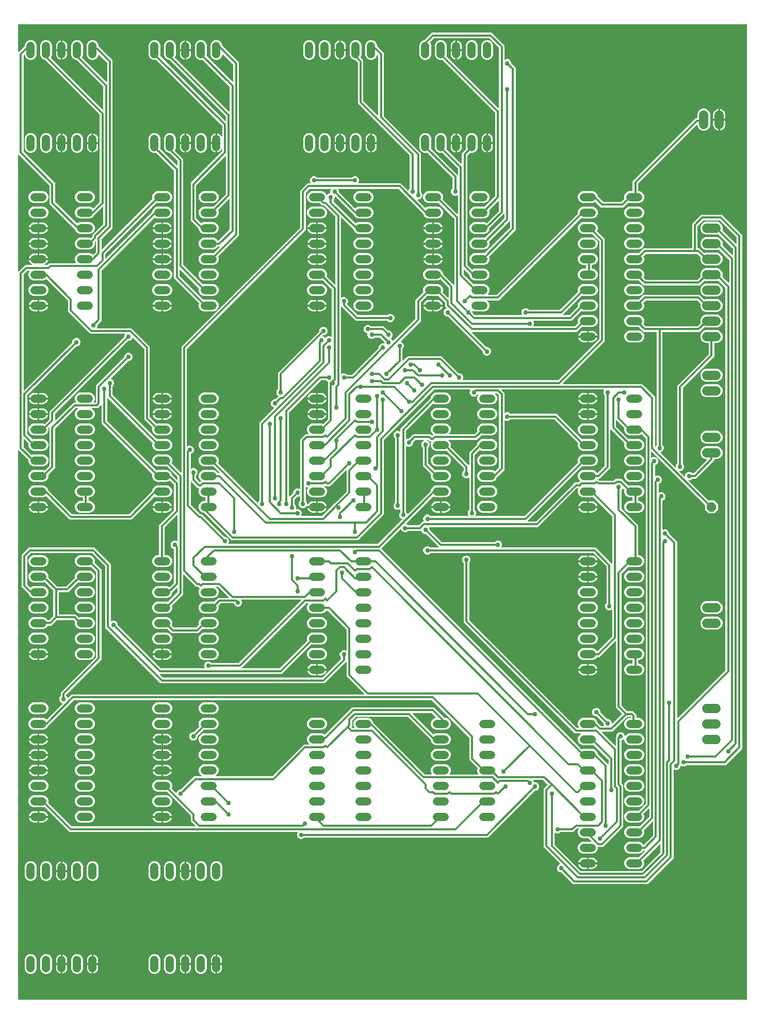
<source format=gbr>
G04 EAGLE Gerber RS-274X export*
G75*
%MOMM*%
%FSLAX34Y34*%
%LPD*%
%INTop Copper*%
%IPPOS*%
%AMOC8*
5,1,8,0,0,1.08239X$1,22.5*%
G01*
%ADD10C,1.320800*%
%ADD11C,1.524000*%
%ADD12P,1.649562X8X292.500000*%
%ADD13C,0.304800*%
%ADD14C,0.756400*%

G36*
X1352878Y55884D02*
X1352878Y55884D01*
X1352897Y55882D01*
X1352999Y55904D01*
X1353101Y55920D01*
X1353118Y55930D01*
X1353138Y55934D01*
X1353227Y55987D01*
X1353318Y56036D01*
X1353332Y56050D01*
X1353349Y56060D01*
X1353416Y56139D01*
X1353488Y56214D01*
X1353496Y56232D01*
X1353509Y56247D01*
X1353548Y56343D01*
X1353591Y56437D01*
X1353593Y56457D01*
X1353601Y56475D01*
X1353619Y56642D01*
X1353619Y1654558D01*
X1353616Y1654578D01*
X1353618Y1654597D01*
X1353596Y1654699D01*
X1353580Y1654801D01*
X1353570Y1654818D01*
X1353566Y1654838D01*
X1353513Y1654927D01*
X1353464Y1655018D01*
X1353450Y1655032D01*
X1353440Y1655049D01*
X1353361Y1655116D01*
X1353286Y1655188D01*
X1353268Y1655196D01*
X1353253Y1655209D01*
X1353157Y1655248D01*
X1353063Y1655291D01*
X1353043Y1655293D01*
X1353025Y1655301D01*
X1352858Y1655319D01*
X158242Y1655319D01*
X158222Y1655316D01*
X158203Y1655318D01*
X158101Y1655296D01*
X157999Y1655280D01*
X157982Y1655270D01*
X157962Y1655266D01*
X157873Y1655213D01*
X157782Y1655164D01*
X157768Y1655150D01*
X157751Y1655140D01*
X157684Y1655061D01*
X157612Y1654986D01*
X157604Y1654968D01*
X157591Y1654953D01*
X157552Y1654857D01*
X157509Y1654763D01*
X157507Y1654743D01*
X157499Y1654725D01*
X157481Y1654558D01*
X157481Y1610537D01*
X157492Y1610467D01*
X157494Y1610395D01*
X157512Y1610346D01*
X157520Y1610295D01*
X157554Y1610231D01*
X157579Y1610164D01*
X157611Y1610123D01*
X157636Y1610077D01*
X157688Y1610028D01*
X157732Y1609972D01*
X157776Y1609944D01*
X157814Y1609908D01*
X157879Y1609878D01*
X157939Y1609839D01*
X157990Y1609826D01*
X158037Y1609804D01*
X158108Y1609796D01*
X158178Y1609779D01*
X158230Y1609783D01*
X158281Y1609777D01*
X158352Y1609792D01*
X158423Y1609798D01*
X158471Y1609818D01*
X158522Y1609829D01*
X158583Y1609866D01*
X158649Y1609894D01*
X158705Y1609939D01*
X158733Y1609956D01*
X158748Y1609973D01*
X158780Y1609999D01*
X165892Y1617111D01*
X167924Y1619143D01*
X167977Y1619217D01*
X168037Y1619287D01*
X168049Y1619317D01*
X168068Y1619343D01*
X168095Y1619430D01*
X168129Y1619515D01*
X168133Y1619556D01*
X168140Y1619578D01*
X168139Y1619610D01*
X168147Y1619681D01*
X168147Y1621424D01*
X169617Y1624972D01*
X172332Y1627687D01*
X175880Y1629157D01*
X179720Y1629157D01*
X183268Y1627687D01*
X185983Y1624972D01*
X187453Y1621424D01*
X187453Y1604376D01*
X185983Y1600828D01*
X183268Y1598113D01*
X179720Y1596643D01*
X175880Y1596643D01*
X172332Y1598113D01*
X169617Y1600828D01*
X168147Y1604376D01*
X168147Y1604595D01*
X168136Y1604665D01*
X168134Y1604737D01*
X168116Y1604786D01*
X168108Y1604837D01*
X168074Y1604901D01*
X168049Y1604968D01*
X168017Y1605009D01*
X167992Y1605055D01*
X167940Y1605104D01*
X167896Y1605160D01*
X167852Y1605188D01*
X167814Y1605224D01*
X167749Y1605254D01*
X167689Y1605293D01*
X167638Y1605306D01*
X167591Y1605328D01*
X167520Y1605336D01*
X167450Y1605353D01*
X167398Y1605349D01*
X167347Y1605355D01*
X167276Y1605340D01*
X167205Y1605334D01*
X167157Y1605314D01*
X167106Y1605303D01*
X167045Y1605266D01*
X166979Y1605238D01*
X166923Y1605193D01*
X166895Y1605176D01*
X166880Y1605159D01*
X166848Y1605133D01*
X166340Y1604625D01*
X166286Y1604551D01*
X166227Y1604481D01*
X166215Y1604451D01*
X166196Y1604425D01*
X166169Y1604338D01*
X166135Y1604253D01*
X166131Y1604212D01*
X166124Y1604190D01*
X166125Y1604158D01*
X166117Y1604087D01*
X166117Y1446961D01*
X166131Y1446871D01*
X166139Y1446780D01*
X166151Y1446751D01*
X166156Y1446719D01*
X166199Y1446638D01*
X166235Y1446554D01*
X166261Y1446522D01*
X166272Y1446501D01*
X166295Y1446479D01*
X166340Y1446423D01*
X217933Y1394830D01*
X217933Y1364665D01*
X217947Y1364575D01*
X217955Y1364484D01*
X217967Y1364455D01*
X217972Y1364423D01*
X218015Y1364342D01*
X218051Y1364258D01*
X218077Y1364226D01*
X218088Y1364205D01*
X218111Y1364183D01*
X218156Y1364127D01*
X253426Y1328857D01*
X253442Y1328846D01*
X253454Y1328830D01*
X253542Y1328774D01*
X253625Y1328714D01*
X253644Y1328708D01*
X253661Y1328697D01*
X253761Y1328672D01*
X253860Y1328641D01*
X253880Y1328642D01*
X253900Y1328637D01*
X254003Y1328645D01*
X254106Y1328648D01*
X254125Y1328655D01*
X254145Y1328656D01*
X254240Y1328697D01*
X254337Y1328732D01*
X254353Y1328745D01*
X254371Y1328752D01*
X254502Y1328857D01*
X254628Y1328983D01*
X258176Y1330453D01*
X275224Y1330453D01*
X278772Y1328983D01*
X281487Y1326268D01*
X282957Y1322720D01*
X282957Y1318880D01*
X281487Y1315332D01*
X278772Y1312617D01*
X275224Y1311147D01*
X258176Y1311147D01*
X254628Y1312617D01*
X251913Y1315332D01*
X250483Y1318784D01*
X250448Y1318840D01*
X250423Y1318900D01*
X250371Y1318965D01*
X250353Y1318993D01*
X250338Y1319006D01*
X250318Y1319031D01*
X211689Y1357660D01*
X208787Y1360562D01*
X208787Y1390727D01*
X208773Y1390817D01*
X208765Y1390908D01*
X208753Y1390937D01*
X208748Y1390969D01*
X208705Y1391050D01*
X208669Y1391134D01*
X208643Y1391166D01*
X208632Y1391187D01*
X208609Y1391209D01*
X208564Y1391265D01*
X159873Y1439956D01*
X158780Y1441049D01*
X158722Y1441091D01*
X158670Y1441140D01*
X158623Y1441162D01*
X158581Y1441192D01*
X158512Y1441214D01*
X158447Y1441244D01*
X158395Y1441249D01*
X158345Y1441265D01*
X158274Y1441263D01*
X158203Y1441271D01*
X158152Y1441260D01*
X158100Y1441258D01*
X158032Y1441234D01*
X157962Y1441219D01*
X157917Y1441192D01*
X157869Y1441174D01*
X157813Y1441129D01*
X157751Y1441092D01*
X157717Y1441053D01*
X157677Y1441020D01*
X157638Y1440960D01*
X157591Y1440906D01*
X157572Y1440857D01*
X157544Y1440813D01*
X157526Y1440744D01*
X157499Y1440677D01*
X157491Y1440606D01*
X157483Y1440575D01*
X157485Y1440552D01*
X157481Y1440511D01*
X157481Y1250873D01*
X157492Y1250803D01*
X157494Y1250731D01*
X157512Y1250682D01*
X157520Y1250631D01*
X157554Y1250567D01*
X157579Y1250500D01*
X157611Y1250459D01*
X157636Y1250413D01*
X157688Y1250364D01*
X157732Y1250308D01*
X157776Y1250280D01*
X157814Y1250244D01*
X157879Y1250214D01*
X157939Y1250175D01*
X157990Y1250162D01*
X158037Y1250140D01*
X158108Y1250132D01*
X158178Y1250115D01*
X158230Y1250119D01*
X158281Y1250113D01*
X158352Y1250128D01*
X158423Y1250134D01*
X158471Y1250154D01*
X158522Y1250165D01*
X158583Y1250202D01*
X158649Y1250230D01*
X158705Y1250275D01*
X158733Y1250292D01*
X158748Y1250309D01*
X158780Y1250335D01*
X159873Y1251428D01*
X168794Y1260349D01*
X179473Y1260349D01*
X179569Y1260364D01*
X179666Y1260374D01*
X179690Y1260384D01*
X179716Y1260388D01*
X179801Y1260434D01*
X179891Y1260474D01*
X179910Y1260491D01*
X179933Y1260504D01*
X180000Y1260574D01*
X180072Y1260640D01*
X180084Y1260663D01*
X180102Y1260682D01*
X180143Y1260770D01*
X180190Y1260856D01*
X180195Y1260881D01*
X180206Y1260905D01*
X180217Y1261002D01*
X180234Y1261098D01*
X180230Y1261124D01*
X180233Y1261149D01*
X180212Y1261244D01*
X180198Y1261341D01*
X180186Y1261364D01*
X180181Y1261390D01*
X180131Y1261473D01*
X180087Y1261560D01*
X180068Y1261579D01*
X180055Y1261601D01*
X179981Y1261664D01*
X179911Y1261732D01*
X179883Y1261748D01*
X179868Y1261761D01*
X179837Y1261773D01*
X179764Y1261813D01*
X179564Y1261896D01*
X178066Y1262897D01*
X176793Y1264170D01*
X175792Y1265668D01*
X175103Y1267333D01*
X174875Y1268477D01*
X189738Y1268477D01*
X189758Y1268480D01*
X189777Y1268478D01*
X189879Y1268500D01*
X189981Y1268517D01*
X189998Y1268526D01*
X190018Y1268530D01*
X190107Y1268583D01*
X190198Y1268632D01*
X190212Y1268646D01*
X190229Y1268656D01*
X190296Y1268735D01*
X190367Y1268810D01*
X190376Y1268828D01*
X190389Y1268843D01*
X190427Y1268939D01*
X190471Y1269033D01*
X190473Y1269053D01*
X190481Y1269071D01*
X190499Y1269238D01*
X190499Y1270001D01*
X190501Y1270001D01*
X190501Y1269238D01*
X190504Y1269218D01*
X190502Y1269199D01*
X190524Y1269097D01*
X190541Y1268995D01*
X190550Y1268978D01*
X190554Y1268958D01*
X190607Y1268869D01*
X190656Y1268778D01*
X190670Y1268764D01*
X190680Y1268747D01*
X190759Y1268680D01*
X190834Y1268609D01*
X190852Y1268600D01*
X190867Y1268587D01*
X190963Y1268548D01*
X191057Y1268505D01*
X191077Y1268503D01*
X191095Y1268495D01*
X191262Y1268477D01*
X206125Y1268477D01*
X205897Y1267333D01*
X205208Y1265668D01*
X204207Y1264170D01*
X202934Y1262897D01*
X201436Y1261896D01*
X201236Y1261813D01*
X201153Y1261762D01*
X201067Y1261716D01*
X201049Y1261698D01*
X201027Y1261684D01*
X200965Y1261609D01*
X200898Y1261538D01*
X200887Y1261514D01*
X200870Y1261494D01*
X200835Y1261403D01*
X200794Y1261315D01*
X200791Y1261289D01*
X200782Y1261265D01*
X200778Y1261167D01*
X200767Y1261071D01*
X200772Y1261045D01*
X200771Y1261019D01*
X200799Y1260925D01*
X200819Y1260830D01*
X200833Y1260808D01*
X200840Y1260783D01*
X200895Y1260703D01*
X200945Y1260619D01*
X200965Y1260602D01*
X200980Y1260581D01*
X201058Y1260522D01*
X201132Y1260459D01*
X201157Y1260449D01*
X201178Y1260434D01*
X201270Y1260404D01*
X201360Y1260367D01*
X201393Y1260364D01*
X201411Y1260358D01*
X201444Y1260358D01*
X201527Y1260349D01*
X205055Y1260349D01*
X205145Y1260363D01*
X205236Y1260371D01*
X205265Y1260383D01*
X205297Y1260388D01*
X205378Y1260431D01*
X205462Y1260467D01*
X205494Y1260493D01*
X205515Y1260504D01*
X205537Y1260527D01*
X205593Y1260572D01*
X208418Y1263397D01*
X251244Y1263397D01*
X251289Y1263404D01*
X251335Y1263402D01*
X251410Y1263424D01*
X251487Y1263436D01*
X251527Y1263458D01*
X251571Y1263471D01*
X251635Y1263515D01*
X251704Y1263552D01*
X251736Y1263585D01*
X251773Y1263611D01*
X251820Y1263673D01*
X251873Y1263730D01*
X251893Y1263772D01*
X251920Y1263808D01*
X251944Y1263882D01*
X251977Y1263953D01*
X251982Y1263999D01*
X251996Y1264042D01*
X251996Y1264120D01*
X252004Y1264197D01*
X251994Y1264242D01*
X251994Y1264288D01*
X251956Y1264420D01*
X251952Y1264438D01*
X251949Y1264442D01*
X251947Y1264449D01*
X250443Y1268080D01*
X250443Y1271920D01*
X251913Y1275468D01*
X254628Y1278183D01*
X258176Y1279653D01*
X275224Y1279653D01*
X278772Y1278183D01*
X279406Y1277549D01*
X279422Y1277538D01*
X279434Y1277522D01*
X279522Y1277466D01*
X279606Y1277406D01*
X279625Y1277400D01*
X279641Y1277389D01*
X279742Y1277364D01*
X279841Y1277333D01*
X279861Y1277334D01*
X279880Y1277329D01*
X279983Y1277337D01*
X280087Y1277340D01*
X280105Y1277347D01*
X280125Y1277348D01*
X280220Y1277388D01*
X280318Y1277424D01*
X280333Y1277437D01*
X280351Y1277444D01*
X280482Y1277549D01*
X284764Y1281831D01*
X284817Y1281905D01*
X284877Y1281975D01*
X284889Y1282005D01*
X284908Y1282031D01*
X284935Y1282118D01*
X284969Y1282203D01*
X284973Y1282244D01*
X284980Y1282266D01*
X284979Y1282298D01*
X284987Y1282369D01*
X284987Y1297763D01*
X284976Y1297833D01*
X284974Y1297905D01*
X284956Y1297954D01*
X284948Y1298005D01*
X284914Y1298069D01*
X284889Y1298136D01*
X284857Y1298177D01*
X284832Y1298223D01*
X284780Y1298272D01*
X284736Y1298328D01*
X284692Y1298356D01*
X284654Y1298392D01*
X284589Y1298422D01*
X284529Y1298461D01*
X284478Y1298474D01*
X284431Y1298496D01*
X284360Y1298504D01*
X284290Y1298521D01*
X284238Y1298517D01*
X284187Y1298523D01*
X284116Y1298508D01*
X284045Y1298502D01*
X283997Y1298482D01*
X283946Y1298471D01*
X283885Y1298434D01*
X283819Y1298406D01*
X283763Y1298361D01*
X283735Y1298344D01*
X283720Y1298327D01*
X283688Y1298301D01*
X283180Y1297793D01*
X283126Y1297719D01*
X283067Y1297649D01*
X283055Y1297619D01*
X283036Y1297593D01*
X283009Y1297506D01*
X282975Y1297421D01*
X282971Y1297380D01*
X282964Y1297358D01*
X282965Y1297326D01*
X282957Y1297255D01*
X282957Y1293480D01*
X281487Y1289932D01*
X278772Y1287217D01*
X275224Y1285747D01*
X258176Y1285747D01*
X254628Y1287217D01*
X251913Y1289932D01*
X250443Y1293480D01*
X250443Y1297320D01*
X251913Y1300868D01*
X254628Y1303583D01*
X258176Y1305053D01*
X275224Y1305053D01*
X276368Y1304579D01*
X276482Y1304552D01*
X276595Y1304524D01*
X276601Y1304524D01*
X276607Y1304523D01*
X276724Y1304534D01*
X276840Y1304543D01*
X276846Y1304545D01*
X276852Y1304546D01*
X276959Y1304593D01*
X277066Y1304639D01*
X277072Y1304644D01*
X277077Y1304646D01*
X277090Y1304658D01*
X277197Y1304744D01*
X278668Y1306215D01*
X278721Y1306289D01*
X278781Y1306359D01*
X278793Y1306389D01*
X278812Y1306415D01*
X278839Y1306502D01*
X278873Y1306587D01*
X278877Y1306628D01*
X278884Y1306650D01*
X278883Y1306682D01*
X278891Y1306753D01*
X278891Y1309486D01*
X296956Y1327551D01*
X297009Y1327625D01*
X297069Y1327695D01*
X297081Y1327725D01*
X297100Y1327751D01*
X297127Y1327838D01*
X297161Y1327923D01*
X297165Y1327964D01*
X297172Y1327986D01*
X297171Y1328018D01*
X297179Y1328089D01*
X297179Y1355675D01*
X297168Y1355745D01*
X297166Y1355817D01*
X297148Y1355866D01*
X297140Y1355917D01*
X297106Y1355981D01*
X297081Y1356048D01*
X297049Y1356089D01*
X297024Y1356135D01*
X296973Y1356184D01*
X296928Y1356240D01*
X296884Y1356268D01*
X296846Y1356304D01*
X296781Y1356334D01*
X296721Y1356373D01*
X296670Y1356386D01*
X296623Y1356408D01*
X296552Y1356416D01*
X296482Y1356433D01*
X296430Y1356429D01*
X296379Y1356435D01*
X296308Y1356420D01*
X296237Y1356414D01*
X296189Y1356394D01*
X296138Y1356383D01*
X296077Y1356346D01*
X296011Y1356318D01*
X295955Y1356273D01*
X295927Y1356256D01*
X295912Y1356239D01*
X295880Y1356213D01*
X282364Y1342697D01*
X282326Y1342644D01*
X282280Y1342597D01*
X282239Y1342524D01*
X282220Y1342497D01*
X282215Y1342479D01*
X282199Y1342450D01*
X281487Y1340732D01*
X278772Y1338017D01*
X275224Y1336547D01*
X258176Y1336547D01*
X254628Y1338017D01*
X251913Y1340732D01*
X250443Y1344280D01*
X250443Y1348120D01*
X251913Y1351668D01*
X254628Y1354383D01*
X258176Y1355853D01*
X275224Y1355853D01*
X278772Y1354383D01*
X279406Y1353749D01*
X279422Y1353738D01*
X279434Y1353722D01*
X279522Y1353666D01*
X279606Y1353606D01*
X279625Y1353600D01*
X279641Y1353589D01*
X279742Y1353564D01*
X279841Y1353533D01*
X279861Y1353534D01*
X279880Y1353529D01*
X279983Y1353537D01*
X280087Y1353540D01*
X280105Y1353547D01*
X280125Y1353548D01*
X280220Y1353588D01*
X280318Y1353624D01*
X280333Y1353637D01*
X280351Y1353644D01*
X280482Y1353749D01*
X290860Y1364127D01*
X290913Y1364201D01*
X290973Y1364271D01*
X290985Y1364301D01*
X291004Y1364327D01*
X291031Y1364414D01*
X291065Y1364499D01*
X291069Y1364540D01*
X291076Y1364562D01*
X291075Y1364594D01*
X291083Y1364665D01*
X291083Y1506551D01*
X291069Y1506641D01*
X291061Y1506732D01*
X291049Y1506761D01*
X291044Y1506793D01*
X291001Y1506874D01*
X290965Y1506958D01*
X290939Y1506990D01*
X290928Y1507011D01*
X290905Y1507033D01*
X290860Y1507089D01*
X202545Y1595404D01*
X201431Y1596518D01*
X201378Y1596556D01*
X201331Y1596602D01*
X201258Y1596642D01*
X201232Y1596661D01*
X201213Y1596667D01*
X201184Y1596683D01*
X197732Y1598113D01*
X195017Y1600828D01*
X193547Y1604376D01*
X193547Y1621424D01*
X195017Y1624972D01*
X197732Y1627687D01*
X201280Y1629157D01*
X205120Y1629157D01*
X208668Y1627687D01*
X211383Y1624972D01*
X212853Y1621424D01*
X212853Y1604376D01*
X211383Y1600828D01*
X211257Y1600702D01*
X211246Y1600686D01*
X211230Y1600674D01*
X211174Y1600586D01*
X211114Y1600503D01*
X211108Y1600483D01*
X211097Y1600467D01*
X211072Y1600366D01*
X211041Y1600267D01*
X211042Y1600247D01*
X211037Y1600228D01*
X211045Y1600125D01*
X211048Y1600022D01*
X211055Y1600003D01*
X211056Y1599983D01*
X211097Y1599888D01*
X211132Y1599791D01*
X211145Y1599775D01*
X211152Y1599757D01*
X211257Y1599626D01*
X295880Y1515003D01*
X295938Y1514961D01*
X295990Y1514912D01*
X296037Y1514890D01*
X296079Y1514860D01*
X296148Y1514838D01*
X296213Y1514808D01*
X296265Y1514802D01*
X296315Y1514787D01*
X296386Y1514789D01*
X296457Y1514781D01*
X296508Y1514792D01*
X296560Y1514794D01*
X296628Y1514818D01*
X296698Y1514833D01*
X296742Y1514860D01*
X296791Y1514878D01*
X296847Y1514923D01*
X296909Y1514960D01*
X296943Y1514999D01*
X296983Y1515032D01*
X297022Y1515092D01*
X297069Y1515146D01*
X297088Y1515195D01*
X297116Y1515239D01*
X297134Y1515308D01*
X297161Y1515375D01*
X297169Y1515446D01*
X297177Y1515477D01*
X297175Y1515500D01*
X297179Y1515541D01*
X297179Y1552271D01*
X297165Y1552361D01*
X297157Y1552452D01*
X297145Y1552481D01*
X297140Y1552513D01*
X297097Y1552594D01*
X297061Y1552678D01*
X297035Y1552710D01*
X297024Y1552731D01*
X297001Y1552753D01*
X296956Y1552809D01*
X253345Y1596420D01*
X253271Y1596473D01*
X253201Y1596533D01*
X253171Y1596545D01*
X253145Y1596564D01*
X253058Y1596591D01*
X252973Y1596625D01*
X252932Y1596629D01*
X252910Y1596636D01*
X252878Y1596635D01*
X252807Y1596643D01*
X252080Y1596643D01*
X248532Y1598113D01*
X245817Y1600828D01*
X244347Y1604376D01*
X244347Y1621424D01*
X245817Y1624972D01*
X248532Y1627687D01*
X252080Y1629157D01*
X255920Y1629157D01*
X259468Y1627687D01*
X262183Y1624972D01*
X263653Y1621424D01*
X263653Y1604376D01*
X262286Y1601077D01*
X262259Y1600962D01*
X262231Y1600850D01*
X262232Y1600844D01*
X262230Y1600838D01*
X262241Y1600721D01*
X262250Y1600605D01*
X262253Y1600599D01*
X262253Y1600593D01*
X262301Y1600485D01*
X262346Y1600378D01*
X262351Y1600373D01*
X262353Y1600368D01*
X262366Y1600354D01*
X262451Y1600248D01*
X301976Y1560723D01*
X302034Y1560681D01*
X302086Y1560632D01*
X302133Y1560610D01*
X302175Y1560580D01*
X302244Y1560558D01*
X302309Y1560528D01*
X302361Y1560522D01*
X302411Y1560507D01*
X302482Y1560509D01*
X302553Y1560501D01*
X302604Y1560512D01*
X302656Y1560514D01*
X302724Y1560538D01*
X302794Y1560553D01*
X302838Y1560580D01*
X302887Y1560598D01*
X302943Y1560643D01*
X303005Y1560680D01*
X303039Y1560719D01*
X303079Y1560752D01*
X303118Y1560812D01*
X303165Y1560866D01*
X303184Y1560915D01*
X303212Y1560959D01*
X303230Y1561028D01*
X303257Y1561095D01*
X303265Y1561166D01*
X303273Y1561197D01*
X303271Y1561220D01*
X303275Y1561261D01*
X303275Y1591895D01*
X303261Y1591985D01*
X303253Y1592076D01*
X303241Y1592105D01*
X303236Y1592137D01*
X303193Y1592218D01*
X303157Y1592302D01*
X303131Y1592334D01*
X303120Y1592355D01*
X303097Y1592377D01*
X303052Y1592433D01*
X290352Y1605133D01*
X290294Y1605175D01*
X290242Y1605224D01*
X290195Y1605246D01*
X290153Y1605276D01*
X290084Y1605298D01*
X290019Y1605328D01*
X289967Y1605334D01*
X289917Y1605349D01*
X289846Y1605347D01*
X289775Y1605355D01*
X289724Y1605344D01*
X289672Y1605342D01*
X289604Y1605318D01*
X289534Y1605303D01*
X289489Y1605276D01*
X289441Y1605258D01*
X289385Y1605213D01*
X289323Y1605176D01*
X289289Y1605137D01*
X289249Y1605104D01*
X289210Y1605044D01*
X289163Y1604990D01*
X289144Y1604941D01*
X289116Y1604897D01*
X289098Y1604828D01*
X289071Y1604761D01*
X289063Y1604690D01*
X289055Y1604659D01*
X289057Y1604636D01*
X289053Y1604595D01*
X289053Y1604376D01*
X287583Y1600828D01*
X284868Y1598113D01*
X281320Y1596643D01*
X277480Y1596643D01*
X273932Y1598113D01*
X271217Y1600828D01*
X269747Y1604376D01*
X269747Y1621424D01*
X271217Y1624972D01*
X273932Y1627687D01*
X277480Y1629157D01*
X281320Y1629157D01*
X284868Y1627687D01*
X287583Y1624972D01*
X289053Y1621424D01*
X289053Y1619681D01*
X289067Y1619591D01*
X289075Y1619500D01*
X289087Y1619471D01*
X289092Y1619439D01*
X289135Y1619358D01*
X289171Y1619274D01*
X289197Y1619242D01*
X289208Y1619221D01*
X289231Y1619199D01*
X289276Y1619143D01*
X312421Y1595998D01*
X312421Y1320938D01*
X294356Y1302873D01*
X294303Y1302799D01*
X294243Y1302729D01*
X294231Y1302699D01*
X294212Y1302673D01*
X294185Y1302586D01*
X294151Y1302501D01*
X294147Y1302460D01*
X294140Y1302438D01*
X294141Y1302406D01*
X294133Y1302335D01*
X294133Y1286941D01*
X294144Y1286871D01*
X294146Y1286799D01*
X294164Y1286750D01*
X294172Y1286699D01*
X294206Y1286635D01*
X294231Y1286568D01*
X294263Y1286527D01*
X294288Y1286481D01*
X294340Y1286432D01*
X294384Y1286376D01*
X294428Y1286348D01*
X294466Y1286312D01*
X294531Y1286282D01*
X294591Y1286243D01*
X294642Y1286230D01*
X294689Y1286208D01*
X294760Y1286200D01*
X294830Y1286183D01*
X294882Y1286187D01*
X294933Y1286181D01*
X295004Y1286196D01*
X295075Y1286202D01*
X295123Y1286222D01*
X295174Y1286233D01*
X295235Y1286270D01*
X295301Y1286298D01*
X295357Y1286343D01*
X295385Y1286360D01*
X295400Y1286377D01*
X295432Y1286403D01*
X377454Y1368425D01*
X377522Y1368520D01*
X377592Y1368614D01*
X377594Y1368620D01*
X377598Y1368625D01*
X377632Y1368736D01*
X377668Y1368848D01*
X377668Y1368854D01*
X377670Y1368860D01*
X377667Y1368977D01*
X377666Y1369094D01*
X377664Y1369101D01*
X377664Y1369106D01*
X377658Y1369123D01*
X377619Y1369255D01*
X377443Y1369680D01*
X377443Y1373520D01*
X378913Y1377068D01*
X381628Y1379783D01*
X385176Y1381253D01*
X402224Y1381253D01*
X405772Y1379783D01*
X408487Y1377068D01*
X409957Y1373520D01*
X409957Y1369680D01*
X408487Y1366132D01*
X405772Y1363417D01*
X402224Y1361947D01*
X385176Y1361947D01*
X384751Y1362123D01*
X384638Y1362150D01*
X384524Y1362179D01*
X384517Y1362178D01*
X384511Y1362180D01*
X384395Y1362169D01*
X384278Y1362159D01*
X384273Y1362157D01*
X384266Y1362156D01*
X384159Y1362108D01*
X384052Y1362063D01*
X384046Y1362059D01*
X384042Y1362056D01*
X384028Y1362044D01*
X383921Y1361958D01*
X300452Y1278489D01*
X300399Y1278415D01*
X300339Y1278345D01*
X300327Y1278315D01*
X300308Y1278289D01*
X300281Y1278202D01*
X300247Y1278117D01*
X300243Y1278076D01*
X300236Y1278054D01*
X300237Y1278022D01*
X300229Y1277951D01*
X300229Y1271701D01*
X300240Y1271631D01*
X300242Y1271559D01*
X300260Y1271510D01*
X300268Y1271459D01*
X300302Y1271395D01*
X300327Y1271328D01*
X300359Y1271287D01*
X300384Y1271241D01*
X300435Y1271192D01*
X300480Y1271136D01*
X300524Y1271108D01*
X300562Y1271072D01*
X300627Y1271042D01*
X300687Y1271003D01*
X300738Y1270990D01*
X300785Y1270968D01*
X300856Y1270960D01*
X300926Y1270943D01*
X300978Y1270947D01*
X301029Y1270941D01*
X301100Y1270956D01*
X301171Y1270962D01*
X301219Y1270982D01*
X301270Y1270993D01*
X301331Y1271030D01*
X301397Y1271058D01*
X301453Y1271103D01*
X301481Y1271120D01*
X301496Y1271137D01*
X301528Y1271163D01*
X377220Y1346855D01*
X377273Y1346929D01*
X377333Y1346999D01*
X377345Y1347029D01*
X377364Y1347055D01*
X377391Y1347142D01*
X377425Y1347227D01*
X377429Y1347268D01*
X377436Y1347290D01*
X377435Y1347322D01*
X377443Y1347393D01*
X377443Y1348120D01*
X378913Y1351668D01*
X381628Y1354383D01*
X385176Y1355853D01*
X402224Y1355853D01*
X405772Y1354383D01*
X408487Y1351668D01*
X409957Y1348120D01*
X409957Y1344280D01*
X408487Y1340732D01*
X405772Y1338017D01*
X402224Y1336547D01*
X385176Y1336547D01*
X381877Y1337914D01*
X381763Y1337940D01*
X381650Y1337969D01*
X381644Y1337968D01*
X381638Y1337970D01*
X381521Y1337959D01*
X381405Y1337950D01*
X381399Y1337947D01*
X381393Y1337947D01*
X381285Y1337899D01*
X381178Y1337854D01*
X381173Y1337849D01*
X381168Y1337847D01*
X381154Y1337834D01*
X381048Y1337749D01*
X294356Y1251057D01*
X294303Y1250983D01*
X294243Y1250913D01*
X294231Y1250883D01*
X294212Y1250857D01*
X294185Y1250770D01*
X294151Y1250685D01*
X294147Y1250644D01*
X294140Y1250622D01*
X294141Y1250590D01*
X294133Y1250519D01*
X294133Y1168538D01*
X287470Y1161875D01*
X287417Y1161801D01*
X287357Y1161731D01*
X287345Y1161701D01*
X287326Y1161675D01*
X287299Y1161588D01*
X287265Y1161503D01*
X287261Y1161462D01*
X287254Y1161440D01*
X287255Y1161408D01*
X287247Y1161337D01*
X287247Y1159929D01*
X286352Y1157769D01*
X286342Y1157725D01*
X286322Y1157683D01*
X286314Y1157606D01*
X286296Y1157530D01*
X286300Y1157484D01*
X286295Y1157439D01*
X286312Y1157362D01*
X286319Y1157285D01*
X286338Y1157243D01*
X286347Y1157198D01*
X286387Y1157131D01*
X286419Y1157060D01*
X286450Y1157026D01*
X286474Y1156987D01*
X286533Y1156936D01*
X286585Y1156879D01*
X286626Y1156857D01*
X286660Y1156827D01*
X286733Y1156798D01*
X286801Y1156761D01*
X286846Y1156752D01*
X286889Y1156735D01*
X287025Y1156720D01*
X287043Y1156717D01*
X287048Y1156718D01*
X287055Y1156717D01*
X343270Y1156717D01*
X373381Y1126606D01*
X373381Y1011097D01*
X373395Y1011007D01*
X373403Y1010916D01*
X373415Y1010887D01*
X373420Y1010855D01*
X373463Y1010774D01*
X373499Y1010690D01*
X373525Y1010658D01*
X373536Y1010637D01*
X373559Y1010615D01*
X373604Y1010559D01*
X383921Y1000242D01*
X384016Y1000174D01*
X384110Y1000104D01*
X384116Y1000102D01*
X384121Y1000098D01*
X384232Y1000064D01*
X384344Y1000028D01*
X384350Y1000028D01*
X384356Y1000026D01*
X384473Y1000029D01*
X384590Y1000030D01*
X384597Y1000032D01*
X384602Y1000032D01*
X384619Y1000039D01*
X384751Y1000077D01*
X385176Y1000253D01*
X402224Y1000253D01*
X405772Y998783D01*
X408487Y996068D01*
X409957Y992520D01*
X409957Y988680D01*
X408487Y985132D01*
X405772Y982417D01*
X402224Y980947D01*
X385176Y980947D01*
X381628Y982417D01*
X378913Y985132D01*
X377443Y988680D01*
X377443Y992520D01*
X377619Y992945D01*
X377646Y993058D01*
X377675Y993172D01*
X377674Y993179D01*
X377676Y993185D01*
X377665Y993301D01*
X377655Y993418D01*
X377653Y993423D01*
X377652Y993430D01*
X377604Y993537D01*
X377559Y993644D01*
X377555Y993650D01*
X377552Y993654D01*
X377540Y993668D01*
X377454Y993775D01*
X364235Y1006994D01*
X364235Y1122503D01*
X364221Y1122593D01*
X364213Y1122684D01*
X364201Y1122713D01*
X364196Y1122745D01*
X364153Y1122826D01*
X364117Y1122910D01*
X364091Y1122942D01*
X364080Y1122963D01*
X364057Y1122985D01*
X364012Y1123041D01*
X346038Y1141015D01*
X346001Y1141041D01*
X345970Y1141075D01*
X345902Y1141113D01*
X345839Y1141158D01*
X345795Y1141172D01*
X345755Y1141194D01*
X345678Y1141208D01*
X345604Y1141231D01*
X345558Y1141229D01*
X345513Y1141238D01*
X345436Y1141226D01*
X345358Y1141224D01*
X345315Y1141208D01*
X345269Y1141202D01*
X345200Y1141167D01*
X345127Y1141140D01*
X345091Y1141111D01*
X345050Y1141090D01*
X344995Y1141035D01*
X344935Y1140986D01*
X344910Y1140947D01*
X344878Y1140915D01*
X344812Y1140795D01*
X344802Y1140779D01*
X344800Y1140774D01*
X344797Y1140768D01*
X344119Y1139131D01*
X342197Y1137209D01*
X339687Y1136169D01*
X338279Y1136169D01*
X338189Y1136155D01*
X338098Y1136147D01*
X338069Y1136135D01*
X338037Y1136130D01*
X337956Y1136087D01*
X337872Y1136051D01*
X337840Y1136025D01*
X337819Y1136014D01*
X337797Y1135991D01*
X337741Y1135946D01*
X218156Y1016361D01*
X218103Y1016287D01*
X218087Y1016269D01*
X218064Y1016245D01*
X218062Y1016239D01*
X218043Y1016217D01*
X218031Y1016187D01*
X218012Y1016161D01*
X217986Y1016076D01*
X217961Y1016022D01*
X217960Y1016010D01*
X217951Y1015989D01*
X217947Y1015948D01*
X217940Y1015926D01*
X217941Y1015894D01*
X217933Y1015823D01*
X217933Y1006525D01*
X217944Y1006455D01*
X217946Y1006383D01*
X217964Y1006334D01*
X217972Y1006283D01*
X218006Y1006219D01*
X218031Y1006152D01*
X218063Y1006111D01*
X218088Y1006065D01*
X218140Y1006016D01*
X218184Y1005960D01*
X218228Y1005932D01*
X218266Y1005896D01*
X218331Y1005866D01*
X218391Y1005827D01*
X218442Y1005814D01*
X218489Y1005792D01*
X218560Y1005784D01*
X218630Y1005767D01*
X218682Y1005771D01*
X218733Y1005765D01*
X218804Y1005780D01*
X218875Y1005786D01*
X218923Y1005806D01*
X218974Y1005817D01*
X219035Y1005854D01*
X219101Y1005882D01*
X219157Y1005927D01*
X219185Y1005944D01*
X219200Y1005961D01*
X219232Y1005987D01*
X248042Y1034797D01*
X251244Y1034797D01*
X251289Y1034804D01*
X251335Y1034802D01*
X251410Y1034824D01*
X251487Y1034836D01*
X251527Y1034858D01*
X251571Y1034871D01*
X251635Y1034915D01*
X251704Y1034952D01*
X251736Y1034985D01*
X251773Y1035011D01*
X251820Y1035073D01*
X251873Y1035130D01*
X251893Y1035172D01*
X251920Y1035208D01*
X251944Y1035282D01*
X251977Y1035353D01*
X251982Y1035399D01*
X251996Y1035442D01*
X251996Y1035520D01*
X252004Y1035597D01*
X251994Y1035642D01*
X251994Y1035688D01*
X251956Y1035820D01*
X251952Y1035838D01*
X251949Y1035842D01*
X251947Y1035849D01*
X250443Y1039480D01*
X250443Y1043320D01*
X251913Y1046868D01*
X254628Y1049583D01*
X258176Y1051053D01*
X275224Y1051053D01*
X278772Y1049583D01*
X281487Y1046868D01*
X282957Y1043320D01*
X282957Y1039480D01*
X281453Y1035849D01*
X281445Y1035816D01*
X281444Y1035814D01*
X281444Y1035812D01*
X281442Y1035805D01*
X281423Y1035763D01*
X281414Y1035686D01*
X281397Y1035610D01*
X281401Y1035564D01*
X281396Y1035519D01*
X281412Y1035442D01*
X281420Y1035365D01*
X281438Y1035323D01*
X281448Y1035278D01*
X281488Y1035211D01*
X281520Y1035140D01*
X281551Y1035106D01*
X281574Y1035067D01*
X281633Y1035016D01*
X281686Y1034959D01*
X281726Y1034937D01*
X281761Y1034907D01*
X281833Y1034878D01*
X281902Y1034841D01*
X281947Y1034832D01*
X281989Y1034815D01*
X282125Y1034800D01*
X282144Y1034797D01*
X282149Y1034798D01*
X282156Y1034797D01*
X284226Y1034797D01*
X284246Y1034800D01*
X284265Y1034798D01*
X284367Y1034820D01*
X284469Y1034836D01*
X284486Y1034846D01*
X284506Y1034850D01*
X284595Y1034903D01*
X284686Y1034952D01*
X284700Y1034966D01*
X284717Y1034976D01*
X284784Y1035055D01*
X284856Y1035130D01*
X284864Y1035148D01*
X284877Y1035163D01*
X284916Y1035259D01*
X284959Y1035353D01*
X284961Y1035373D01*
X284969Y1035391D01*
X284987Y1035558D01*
X284987Y1062598D01*
X287889Y1065500D01*
X331274Y1108885D01*
X331327Y1108959D01*
X331387Y1109029D01*
X331399Y1109059D01*
X331418Y1109085D01*
X331445Y1109172D01*
X331479Y1109257D01*
X331483Y1109298D01*
X331490Y1109320D01*
X331489Y1109352D01*
X331497Y1109423D01*
X331497Y1110831D01*
X332537Y1113341D01*
X334459Y1115263D01*
X336969Y1116303D01*
X339687Y1116303D01*
X342197Y1115263D01*
X344119Y1113341D01*
X345159Y1110831D01*
X345159Y1108113D01*
X344119Y1105603D01*
X342197Y1103681D01*
X339687Y1102641D01*
X338279Y1102641D01*
X338189Y1102627D01*
X338098Y1102619D01*
X338069Y1102607D01*
X338037Y1102602D01*
X337956Y1102559D01*
X337872Y1102523D01*
X337840Y1102497D01*
X337819Y1102486D01*
X337797Y1102463D01*
X337741Y1102418D01*
X309833Y1074510D01*
X309807Y1074473D01*
X309773Y1074442D01*
X309735Y1074374D01*
X309690Y1074311D01*
X309676Y1074267D01*
X309654Y1074227D01*
X309640Y1074150D01*
X309617Y1074076D01*
X309619Y1074030D01*
X309610Y1073985D01*
X309622Y1073908D01*
X309624Y1073830D01*
X309640Y1073787D01*
X309646Y1073741D01*
X309681Y1073672D01*
X309708Y1073599D01*
X309737Y1073563D01*
X309758Y1073522D01*
X309813Y1073467D01*
X309862Y1073407D01*
X309901Y1073382D01*
X309933Y1073350D01*
X310053Y1073284D01*
X310069Y1073274D01*
X310074Y1073273D01*
X310080Y1073269D01*
X311717Y1072591D01*
X313639Y1070669D01*
X314679Y1068159D01*
X314679Y1065441D01*
X313639Y1062931D01*
X312644Y1061936D01*
X312591Y1061862D01*
X312531Y1061792D01*
X312519Y1061762D01*
X312500Y1061736D01*
X312473Y1061649D01*
X312439Y1061564D01*
X312435Y1061523D01*
X312428Y1061501D01*
X312429Y1061469D01*
X312421Y1061397D01*
X312421Y1047673D01*
X312435Y1047583D01*
X312443Y1047492D01*
X312455Y1047463D01*
X312460Y1047431D01*
X312503Y1047350D01*
X312539Y1047266D01*
X312565Y1047234D01*
X312576Y1047213D01*
X312599Y1047191D01*
X312644Y1047135D01*
X384703Y975076D01*
X384777Y975023D01*
X384847Y974963D01*
X384877Y974951D01*
X384903Y974932D01*
X384990Y974905D01*
X385075Y974871D01*
X385116Y974867D01*
X385138Y974860D01*
X385170Y974861D01*
X385241Y974853D01*
X402224Y974853D01*
X405772Y973383D01*
X408487Y970668D01*
X409957Y967120D01*
X409957Y963280D01*
X408487Y959732D01*
X405772Y957017D01*
X402224Y955547D01*
X385176Y955547D01*
X381628Y957017D01*
X378913Y959732D01*
X377443Y963280D01*
X377443Y967120D01*
X377917Y968264D01*
X377944Y968377D01*
X377972Y968491D01*
X377972Y968497D01*
X377973Y968503D01*
X377962Y968619D01*
X377953Y968736D01*
X377951Y968742D01*
X377950Y968748D01*
X377902Y968855D01*
X377857Y968962D01*
X377852Y968968D01*
X377850Y968973D01*
X377837Y968986D01*
X377752Y969093D01*
X304576Y1042269D01*
X304518Y1042311D01*
X304466Y1042360D01*
X304419Y1042382D01*
X304377Y1042412D01*
X304308Y1042434D01*
X304243Y1042464D01*
X304191Y1042470D01*
X304141Y1042485D01*
X304070Y1042483D01*
X303999Y1042491D01*
X303948Y1042480D01*
X303896Y1042478D01*
X303828Y1042454D01*
X303758Y1042439D01*
X303714Y1042412D01*
X303665Y1042394D01*
X303609Y1042349D01*
X303547Y1042312D01*
X303513Y1042273D01*
X303473Y1042240D01*
X303434Y1042180D01*
X303387Y1042126D01*
X303368Y1042077D01*
X303340Y1042033D01*
X303322Y1041964D01*
X303295Y1041897D01*
X303287Y1041826D01*
X303279Y1041795D01*
X303281Y1041772D01*
X303277Y1041731D01*
X303277Y1005001D01*
X303291Y1004911D01*
X303299Y1004820D01*
X303311Y1004791D01*
X303316Y1004759D01*
X303359Y1004678D01*
X303395Y1004594D01*
X303421Y1004562D01*
X303432Y1004541D01*
X303455Y1004519D01*
X303500Y1004463D01*
X383921Y924042D01*
X384016Y923974D01*
X384110Y923904D01*
X384116Y923902D01*
X384121Y923898D01*
X384232Y923864D01*
X384344Y923828D01*
X384350Y923828D01*
X384356Y923826D01*
X384473Y923829D01*
X384590Y923830D01*
X384597Y923832D01*
X384602Y923832D01*
X384619Y923839D01*
X384751Y923877D01*
X385176Y924053D01*
X402224Y924053D01*
X405772Y922583D01*
X408487Y919868D01*
X409917Y916416D01*
X409952Y916360D01*
X409977Y916300D01*
X410029Y916235D01*
X410047Y916207D01*
X410062Y916194D01*
X410082Y916169D01*
X410180Y916071D01*
X417800Y908451D01*
X417858Y908409D01*
X417910Y908360D01*
X417957Y908338D01*
X417999Y908308D01*
X418068Y908286D01*
X418133Y908256D01*
X418185Y908251D01*
X418235Y908235D01*
X418306Y908237D01*
X418377Y908229D01*
X418428Y908240D01*
X418480Y908242D01*
X418548Y908266D01*
X418618Y908281D01*
X418663Y908308D01*
X418711Y908326D01*
X418767Y908371D01*
X418829Y908408D01*
X418863Y908447D01*
X418903Y908480D01*
X418942Y908540D01*
X418989Y908594D01*
X419008Y908643D01*
X419036Y908687D01*
X419054Y908756D01*
X419081Y908823D01*
X419089Y908894D01*
X419097Y908925D01*
X419095Y908948D01*
X419099Y908989D01*
X419099Y912191D01*
X419085Y912281D01*
X419077Y912372D01*
X419065Y912401D01*
X419060Y912433D01*
X419017Y912514D01*
X418981Y912598D01*
X418955Y912630D01*
X418944Y912651D01*
X418921Y912673D01*
X418876Y912729D01*
X401681Y929924D01*
X401607Y929977D01*
X401537Y930037D01*
X401507Y930049D01*
X401481Y930068D01*
X401394Y930095D01*
X401309Y930129D01*
X401268Y930133D01*
X401246Y930140D01*
X401214Y930139D01*
X401143Y930147D01*
X385176Y930147D01*
X381628Y931617D01*
X378913Y934332D01*
X377443Y937880D01*
X377443Y941720D01*
X378913Y945268D01*
X381628Y947983D01*
X385176Y949453D01*
X402224Y949453D01*
X405772Y947983D01*
X408487Y945268D01*
X409957Y941720D01*
X409957Y937880D01*
X409185Y936018D01*
X409159Y935904D01*
X409130Y935791D01*
X409131Y935785D01*
X409129Y935778D01*
X409140Y935662D01*
X409149Y935546D01*
X409152Y935540D01*
X409152Y935534D01*
X409200Y935426D01*
X409246Y935319D01*
X409250Y935313D01*
X409252Y935309D01*
X409265Y935295D01*
X409350Y935188D01*
X423896Y920643D01*
X423954Y920601D01*
X424006Y920552D01*
X424053Y920530D01*
X424095Y920500D01*
X424164Y920478D01*
X424229Y920448D01*
X424281Y920442D01*
X424331Y920427D01*
X424402Y920429D01*
X424473Y920421D01*
X424524Y920432D01*
X424576Y920434D01*
X424644Y920458D01*
X424714Y920473D01*
X424759Y920500D01*
X424807Y920518D01*
X424863Y920563D01*
X424925Y920600D01*
X424959Y920639D01*
X424999Y920672D01*
X425038Y920732D01*
X425085Y920786D01*
X425104Y920835D01*
X425132Y920879D01*
X425150Y920948D01*
X425177Y921015D01*
X425185Y921086D01*
X425193Y921117D01*
X425191Y921140D01*
X425195Y921181D01*
X425195Y1126606D01*
X620044Y1321455D01*
X620097Y1321529D01*
X620157Y1321599D01*
X620169Y1321629D01*
X620188Y1321655D01*
X620215Y1321742D01*
X620249Y1321827D01*
X620253Y1321868D01*
X620260Y1321890D01*
X620259Y1321922D01*
X620267Y1321993D01*
X620267Y1382638D01*
X632090Y1394461D01*
X636489Y1394461D01*
X636534Y1394468D01*
X636580Y1394466D01*
X636655Y1394488D01*
X636731Y1394500D01*
X636772Y1394522D01*
X636816Y1394535D01*
X636880Y1394579D01*
X636949Y1394616D01*
X636980Y1394649D01*
X637018Y1394675D01*
X637065Y1394738D01*
X637118Y1394794D01*
X637138Y1394836D01*
X637165Y1394872D01*
X637189Y1394946D01*
X637222Y1395017D01*
X637227Y1395063D01*
X637241Y1395106D01*
X637240Y1395184D01*
X637249Y1395261D01*
X637239Y1395306D01*
X637239Y1395352D01*
X637201Y1395484D01*
X637197Y1395502D01*
X637194Y1395506D01*
X637192Y1395513D01*
X636297Y1397673D01*
X636297Y1400391D01*
X637337Y1402901D01*
X639259Y1404823D01*
X641769Y1405863D01*
X644487Y1405863D01*
X646997Y1404823D01*
X647992Y1403828D01*
X648066Y1403775D01*
X648136Y1403715D01*
X648166Y1403703D01*
X648192Y1403684D01*
X648279Y1403657D01*
X648364Y1403623D01*
X648405Y1403619D01*
X648427Y1403612D01*
X648459Y1403613D01*
X648531Y1403605D01*
X704781Y1403605D01*
X704871Y1403619D01*
X704962Y1403627D01*
X704992Y1403639D01*
X705024Y1403644D01*
X705105Y1403687D01*
X705189Y1403723D01*
X705221Y1403749D01*
X705241Y1403760D01*
X705264Y1403783D01*
X705320Y1403828D01*
X706315Y1404823D01*
X708825Y1405863D01*
X711543Y1405863D01*
X714053Y1404823D01*
X715975Y1402901D01*
X717015Y1400391D01*
X717015Y1397673D01*
X716120Y1395513D01*
X716110Y1395469D01*
X716090Y1395427D01*
X716082Y1395350D01*
X716064Y1395274D01*
X716068Y1395228D01*
X716063Y1395183D01*
X716080Y1395106D01*
X716087Y1395029D01*
X716106Y1394987D01*
X716115Y1394942D01*
X716155Y1394875D01*
X716187Y1394804D01*
X716218Y1394770D01*
X716242Y1394731D01*
X716301Y1394680D01*
X716353Y1394623D01*
X716394Y1394601D01*
X716428Y1394571D01*
X716501Y1394542D01*
X716569Y1394505D01*
X716614Y1394496D01*
X716657Y1394479D01*
X716793Y1394464D01*
X716811Y1394461D01*
X716816Y1394462D01*
X716823Y1394461D01*
X785230Y1394461D01*
X796962Y1382729D01*
X796999Y1382703D01*
X797030Y1382669D01*
X797098Y1382631D01*
X797161Y1382586D01*
X797205Y1382572D01*
X797245Y1382550D01*
X797322Y1382536D01*
X797396Y1382513D01*
X797442Y1382515D01*
X797487Y1382506D01*
X797564Y1382518D01*
X797642Y1382520D01*
X797685Y1382536D01*
X797731Y1382542D01*
X797800Y1382577D01*
X797873Y1382604D01*
X797909Y1382633D01*
X797950Y1382654D01*
X798005Y1382709D01*
X798065Y1382758D01*
X798090Y1382797D01*
X798122Y1382829D01*
X798188Y1382949D01*
X798198Y1382965D01*
X798200Y1382970D01*
X798203Y1382976D01*
X798881Y1384613D01*
X799876Y1385608D01*
X799929Y1385682D01*
X799989Y1385752D01*
X800001Y1385782D01*
X800020Y1385808D01*
X800047Y1385895D01*
X800081Y1385980D01*
X800085Y1386021D01*
X800092Y1386043D01*
X800091Y1386075D01*
X800099Y1386147D01*
X800099Y1439495D01*
X800085Y1439585D01*
X800077Y1439676D01*
X800065Y1439705D01*
X800060Y1439737D01*
X800017Y1439818D01*
X799981Y1439902D01*
X799955Y1439934D01*
X799944Y1439955D01*
X799921Y1439977D01*
X799876Y1440033D01*
X714755Y1525154D01*
X714755Y1591895D01*
X714741Y1591985D01*
X714733Y1592076D01*
X714721Y1592105D01*
X714716Y1592137D01*
X714673Y1592218D01*
X714637Y1592302D01*
X714611Y1592334D01*
X714600Y1592355D01*
X714577Y1592377D01*
X714532Y1592433D01*
X711561Y1595404D01*
X710545Y1596420D01*
X710471Y1596473D01*
X710401Y1596533D01*
X710371Y1596545D01*
X710345Y1596564D01*
X710258Y1596591D01*
X710173Y1596625D01*
X710132Y1596629D01*
X710110Y1596636D01*
X710078Y1596635D01*
X710007Y1596643D01*
X709280Y1596643D01*
X705732Y1598113D01*
X703017Y1600828D01*
X701547Y1604376D01*
X701547Y1621424D01*
X703017Y1624972D01*
X705732Y1627687D01*
X709280Y1629157D01*
X713120Y1629157D01*
X716668Y1627687D01*
X719383Y1624972D01*
X720853Y1621424D01*
X720853Y1604376D01*
X719486Y1601077D01*
X719460Y1600964D01*
X719431Y1600850D01*
X719432Y1600844D01*
X719430Y1600838D01*
X719441Y1600721D01*
X719450Y1600605D01*
X719453Y1600599D01*
X719453Y1600593D01*
X719501Y1600485D01*
X719547Y1600378D01*
X719551Y1600373D01*
X719553Y1600368D01*
X719566Y1600354D01*
X719651Y1600247D01*
X720999Y1598900D01*
X723901Y1595998D01*
X723901Y1529257D01*
X723915Y1529167D01*
X723923Y1529076D01*
X723935Y1529047D01*
X723940Y1529015D01*
X723983Y1528934D01*
X724019Y1528850D01*
X724045Y1528818D01*
X724056Y1528797D01*
X724079Y1528775D01*
X724124Y1528719D01*
X746984Y1505859D01*
X747042Y1505817D01*
X747094Y1505768D01*
X747141Y1505746D01*
X747183Y1505716D01*
X747252Y1505694D01*
X747317Y1505664D01*
X747369Y1505658D01*
X747419Y1505643D01*
X747490Y1505645D01*
X747561Y1505637D01*
X747612Y1505648D01*
X747664Y1505650D01*
X747732Y1505674D01*
X747802Y1505689D01*
X747847Y1505716D01*
X747895Y1505734D01*
X747951Y1505779D01*
X748013Y1505816D01*
X748047Y1505855D01*
X748087Y1505888D01*
X748126Y1505948D01*
X748173Y1506002D01*
X748192Y1506051D01*
X748220Y1506095D01*
X748238Y1506164D01*
X748265Y1506231D01*
X748273Y1506302D01*
X748281Y1506333D01*
X748279Y1506356D01*
X748283Y1506397D01*
X748283Y1604087D01*
X748269Y1604176D01*
X748261Y1604268D01*
X748249Y1604297D01*
X748244Y1604329D01*
X748201Y1604410D01*
X748165Y1604494D01*
X748139Y1604526D01*
X748128Y1604547D01*
X748105Y1604569D01*
X748060Y1604625D01*
X747552Y1605133D01*
X747494Y1605175D01*
X747442Y1605224D01*
X747395Y1605246D01*
X747353Y1605276D01*
X747284Y1605298D01*
X747219Y1605328D01*
X747167Y1605333D01*
X747117Y1605349D01*
X747046Y1605347D01*
X746975Y1605355D01*
X746924Y1605344D01*
X746872Y1605342D01*
X746804Y1605318D01*
X746734Y1605303D01*
X746689Y1605276D01*
X746641Y1605258D01*
X746585Y1605213D01*
X746523Y1605176D01*
X746489Y1605137D01*
X746449Y1605104D01*
X746410Y1605044D01*
X746363Y1604990D01*
X746344Y1604941D01*
X746316Y1604897D01*
X746298Y1604828D01*
X746271Y1604761D01*
X746263Y1604690D01*
X746255Y1604659D01*
X746257Y1604636D01*
X746253Y1604595D01*
X746253Y1604376D01*
X744783Y1600828D01*
X742068Y1598113D01*
X738520Y1596643D01*
X734680Y1596643D01*
X731132Y1598113D01*
X728417Y1600828D01*
X726947Y1604376D01*
X726947Y1621424D01*
X728417Y1624972D01*
X731132Y1627687D01*
X734680Y1629157D01*
X738520Y1629157D01*
X742068Y1627687D01*
X744783Y1624972D01*
X746253Y1621424D01*
X746253Y1619681D01*
X746267Y1619591D01*
X746275Y1619500D01*
X746287Y1619471D01*
X746292Y1619439D01*
X746335Y1619358D01*
X746371Y1619274D01*
X746397Y1619242D01*
X746408Y1619221D01*
X746431Y1619199D01*
X746476Y1619143D01*
X748508Y1617111D01*
X757429Y1608190D01*
X757429Y1504873D01*
X757443Y1504783D01*
X757451Y1504692D01*
X757463Y1504663D01*
X757468Y1504631D01*
X757511Y1504550D01*
X757547Y1504466D01*
X757573Y1504434D01*
X757584Y1504413D01*
X757607Y1504391D01*
X757652Y1504335D01*
X818389Y1443598D01*
X818389Y1380051D01*
X818403Y1379961D01*
X818411Y1379870D01*
X818423Y1379840D01*
X818428Y1379808D01*
X818471Y1379727D01*
X818507Y1379643D01*
X818533Y1379611D01*
X818544Y1379591D01*
X818567Y1379568D01*
X818612Y1379512D01*
X819607Y1378517D01*
X820647Y1376007D01*
X820647Y1374217D01*
X820662Y1374121D01*
X820672Y1374024D01*
X820682Y1374000D01*
X820686Y1373974D01*
X820732Y1373888D01*
X820772Y1373799D01*
X820789Y1373780D01*
X820802Y1373757D01*
X820872Y1373690D01*
X820938Y1373618D01*
X820961Y1373605D01*
X820980Y1373587D01*
X821068Y1373546D01*
X821154Y1373499D01*
X821179Y1373495D01*
X821203Y1373484D01*
X821300Y1373473D01*
X821396Y1373456D01*
X821422Y1373460D01*
X821447Y1373457D01*
X821543Y1373477D01*
X821639Y1373492D01*
X821662Y1373503D01*
X821688Y1373509D01*
X821771Y1373559D01*
X821858Y1373603D01*
X821877Y1373622D01*
X821899Y1373635D01*
X821962Y1373709D01*
X822030Y1373779D01*
X822046Y1373807D01*
X822059Y1373822D01*
X822071Y1373853D01*
X822111Y1373926D01*
X823413Y1377068D01*
X826128Y1379783D01*
X829676Y1381253D01*
X846724Y1381253D01*
X850272Y1379783D01*
X852987Y1377068D01*
X854457Y1373520D01*
X854457Y1369680D01*
X854132Y1368896D01*
X854105Y1368782D01*
X854077Y1368668D01*
X854077Y1368662D01*
X854076Y1368656D01*
X854087Y1368539D01*
X854096Y1368423D01*
X854098Y1368418D01*
X854099Y1368411D01*
X854147Y1368303D01*
X854192Y1368197D01*
X854197Y1368191D01*
X854199Y1368187D01*
X854211Y1368173D01*
X854297Y1368066D01*
X878048Y1344315D01*
X878106Y1344273D01*
X878158Y1344224D01*
X878205Y1344202D01*
X878247Y1344172D01*
X878316Y1344150D01*
X878381Y1344120D01*
X878433Y1344114D01*
X878483Y1344099D01*
X878554Y1344101D01*
X878625Y1344093D01*
X878676Y1344104D01*
X878728Y1344106D01*
X878796Y1344130D01*
X878866Y1344145D01*
X878911Y1344172D01*
X878959Y1344190D01*
X879015Y1344235D01*
X879077Y1344272D01*
X879111Y1344311D01*
X879151Y1344344D01*
X879190Y1344404D01*
X879237Y1344458D01*
X879256Y1344507D01*
X879284Y1344551D01*
X879302Y1344620D01*
X879329Y1344687D01*
X879337Y1344758D01*
X879345Y1344789D01*
X879343Y1344812D01*
X879347Y1344853D01*
X879347Y1374105D01*
X879340Y1374150D01*
X879342Y1374196D01*
X879320Y1374271D01*
X879308Y1374347D01*
X879286Y1374388D01*
X879273Y1374432D01*
X879229Y1374496D01*
X879192Y1374565D01*
X879159Y1374596D01*
X879133Y1374634D01*
X879070Y1374681D01*
X879014Y1374734D01*
X878972Y1374754D01*
X878936Y1374781D01*
X878862Y1374805D01*
X878791Y1374838D01*
X878745Y1374843D01*
X878702Y1374857D01*
X878624Y1374856D01*
X878547Y1374865D01*
X878502Y1374855D01*
X878456Y1374855D01*
X878324Y1374817D01*
X878306Y1374813D01*
X878302Y1374810D01*
X878295Y1374808D01*
X876135Y1373913D01*
X873417Y1373913D01*
X870907Y1374953D01*
X868985Y1376875D01*
X867945Y1379385D01*
X867945Y1382103D01*
X868985Y1384613D01*
X869980Y1385608D01*
X870033Y1385682D01*
X870093Y1385752D01*
X870105Y1385782D01*
X870124Y1385808D01*
X870151Y1385895D01*
X870185Y1385980D01*
X870189Y1386021D01*
X870196Y1386043D01*
X870195Y1386075D01*
X870203Y1386147D01*
X870203Y1402919D01*
X870189Y1403009D01*
X870181Y1403100D01*
X870169Y1403129D01*
X870164Y1403161D01*
X870121Y1403242D01*
X870085Y1403326D01*
X870059Y1403358D01*
X870048Y1403379D01*
X870025Y1403401D01*
X869980Y1403457D01*
X829034Y1444403D01*
X828940Y1444471D01*
X828845Y1444541D01*
X828839Y1444543D01*
X828834Y1444547D01*
X828723Y1444581D01*
X828611Y1444617D01*
X828605Y1444617D01*
X828599Y1444619D01*
X828482Y1444616D01*
X828365Y1444615D01*
X828358Y1444613D01*
X828353Y1444613D01*
X828336Y1444606D01*
X828204Y1444568D01*
X827420Y1444243D01*
X823580Y1444243D01*
X820032Y1445713D01*
X817317Y1448428D01*
X815847Y1451976D01*
X815847Y1469024D01*
X817317Y1472572D01*
X820032Y1475287D01*
X823580Y1476757D01*
X827420Y1476757D01*
X830968Y1475287D01*
X833683Y1472572D01*
X835153Y1469024D01*
X835153Y1451976D01*
X835125Y1451910D01*
X835099Y1451797D01*
X835070Y1451683D01*
X835071Y1451677D01*
X835069Y1451671D01*
X835080Y1451554D01*
X835089Y1451438D01*
X835092Y1451432D01*
X835092Y1451426D01*
X835140Y1451318D01*
X835186Y1451211D01*
X835190Y1451206D01*
X835192Y1451201D01*
X835205Y1451187D01*
X835290Y1451080D01*
X878048Y1408323D01*
X878106Y1408281D01*
X878158Y1408232D01*
X878205Y1408210D01*
X878247Y1408180D01*
X878316Y1408158D01*
X878381Y1408128D01*
X878433Y1408122D01*
X878483Y1408107D01*
X878554Y1408109D01*
X878625Y1408101D01*
X878676Y1408112D01*
X878728Y1408114D01*
X878796Y1408138D01*
X878866Y1408153D01*
X878910Y1408180D01*
X878959Y1408198D01*
X879015Y1408243D01*
X879077Y1408280D01*
X879111Y1408319D01*
X879151Y1408352D01*
X879190Y1408412D01*
X879237Y1408466D01*
X879256Y1408515D01*
X879284Y1408559D01*
X879302Y1408628D01*
X879329Y1408695D01*
X879337Y1408766D01*
X879345Y1408797D01*
X879343Y1408820D01*
X879347Y1408861D01*
X879347Y1418159D01*
X879333Y1418249D01*
X879325Y1418340D01*
X879313Y1418369D01*
X879308Y1418401D01*
X879265Y1418482D01*
X879229Y1418566D01*
X879203Y1418598D01*
X879192Y1418619D01*
X879169Y1418641D01*
X879124Y1418697D01*
X853716Y1444106D01*
X853621Y1444174D01*
X853527Y1444244D01*
X853521Y1444246D01*
X853516Y1444249D01*
X853405Y1444283D01*
X853293Y1444320D01*
X853287Y1444320D01*
X853281Y1444321D01*
X853164Y1444318D01*
X853047Y1444317D01*
X853040Y1444315D01*
X853035Y1444315D01*
X853018Y1444309D01*
X852886Y1444271D01*
X852820Y1444243D01*
X848980Y1444243D01*
X845432Y1445713D01*
X842717Y1448428D01*
X841247Y1451976D01*
X841247Y1469024D01*
X842717Y1472572D01*
X845432Y1475287D01*
X848980Y1476757D01*
X852820Y1476757D01*
X856368Y1475287D01*
X859083Y1472572D01*
X860553Y1469024D01*
X860553Y1451976D01*
X860228Y1451192D01*
X860201Y1451078D01*
X860173Y1450964D01*
X860173Y1450958D01*
X860172Y1450952D01*
X860183Y1450836D01*
X860192Y1450719D01*
X860194Y1450714D01*
X860195Y1450707D01*
X860243Y1450600D01*
X860288Y1450493D01*
X860293Y1450487D01*
X860295Y1450483D01*
X860307Y1450469D01*
X860393Y1450362D01*
X884144Y1426611D01*
X884202Y1426569D01*
X884254Y1426520D01*
X884301Y1426498D01*
X884343Y1426468D01*
X884412Y1426446D01*
X884477Y1426416D01*
X884529Y1426410D01*
X884579Y1426395D01*
X884650Y1426397D01*
X884721Y1426389D01*
X884772Y1426400D01*
X884824Y1426402D01*
X884892Y1426426D01*
X884962Y1426441D01*
X885006Y1426468D01*
X885055Y1426486D01*
X885111Y1426531D01*
X885173Y1426568D01*
X885207Y1426607D01*
X885247Y1426640D01*
X885286Y1426700D01*
X885333Y1426754D01*
X885352Y1426803D01*
X885380Y1426847D01*
X885398Y1426916D01*
X885425Y1426983D01*
X885433Y1427054D01*
X885441Y1427085D01*
X885439Y1427108D01*
X885443Y1427149D01*
X885443Y1443598D01*
X892207Y1450362D01*
X892275Y1450456D01*
X892345Y1450551D01*
X892347Y1450557D01*
X892351Y1450562D01*
X892385Y1450673D01*
X892421Y1450785D01*
X892421Y1450791D01*
X892423Y1450797D01*
X892420Y1450914D01*
X892419Y1451030D01*
X892417Y1451038D01*
X892417Y1451043D01*
X892410Y1451060D01*
X892372Y1451192D01*
X892047Y1451976D01*
X892047Y1469024D01*
X893517Y1472572D01*
X896232Y1475287D01*
X899780Y1476757D01*
X903620Y1476757D01*
X907168Y1475287D01*
X909883Y1472572D01*
X911353Y1469024D01*
X911353Y1451976D01*
X909883Y1448428D01*
X907168Y1445713D01*
X903620Y1444243D01*
X899780Y1444243D01*
X899714Y1444271D01*
X899601Y1444297D01*
X899487Y1444326D01*
X899481Y1444325D01*
X899475Y1444327D01*
X899358Y1444316D01*
X899242Y1444307D01*
X899236Y1444304D01*
X899230Y1444304D01*
X899122Y1444256D01*
X899015Y1444210D01*
X899010Y1444206D01*
X899005Y1444204D01*
X898991Y1444191D01*
X898884Y1444106D01*
X894812Y1440033D01*
X894759Y1439959D01*
X894699Y1439889D01*
X894687Y1439859D01*
X894668Y1439833D01*
X894641Y1439746D01*
X894607Y1439661D01*
X894603Y1439620D01*
X894596Y1439598D01*
X894597Y1439566D01*
X894589Y1439495D01*
X894589Y1261033D01*
X894603Y1260943D01*
X894611Y1260852D01*
X894623Y1260823D01*
X894628Y1260791D01*
X894671Y1260710D01*
X894707Y1260626D01*
X894733Y1260594D01*
X894744Y1260573D01*
X894767Y1260551D01*
X894812Y1260495D01*
X902107Y1253200D01*
X902201Y1253133D01*
X902295Y1253062D01*
X902301Y1253060D01*
X902306Y1253057D01*
X902417Y1253022D01*
X902529Y1252986D01*
X902536Y1252986D01*
X902542Y1252984D01*
X902658Y1252987D01*
X902775Y1252988D01*
X902782Y1252990D01*
X902787Y1252991D01*
X902805Y1252997D01*
X902936Y1253035D01*
X905876Y1254253D01*
X922924Y1254253D01*
X926472Y1252783D01*
X929187Y1250068D01*
X930657Y1246520D01*
X930657Y1242680D01*
X929187Y1239132D01*
X926472Y1236417D01*
X922924Y1234947D01*
X905876Y1234947D01*
X902328Y1236417D01*
X899613Y1239132D01*
X898143Y1242680D01*
X898143Y1243915D01*
X898129Y1244005D01*
X898121Y1244096D01*
X898109Y1244125D01*
X898104Y1244157D01*
X898061Y1244238D01*
X898025Y1244322D01*
X897999Y1244354D01*
X897988Y1244375D01*
X897965Y1244397D01*
X897920Y1244453D01*
X889792Y1252581D01*
X889734Y1252623D01*
X889682Y1252672D01*
X889635Y1252694D01*
X889593Y1252724D01*
X889524Y1252746D01*
X889459Y1252776D01*
X889407Y1252781D01*
X889357Y1252797D01*
X889286Y1252795D01*
X889215Y1252803D01*
X889164Y1252792D01*
X889112Y1252790D01*
X889044Y1252766D01*
X888974Y1252751D01*
X888929Y1252724D01*
X888881Y1252706D01*
X888825Y1252661D01*
X888763Y1252624D01*
X888729Y1252585D01*
X888689Y1252552D01*
X888650Y1252492D01*
X888603Y1252438D01*
X888584Y1252389D01*
X888556Y1252345D01*
X888538Y1252276D01*
X888511Y1252209D01*
X888503Y1252138D01*
X888495Y1252107D01*
X888497Y1252084D01*
X888493Y1252043D01*
X888493Y1245793D01*
X888507Y1245703D01*
X888515Y1245612D01*
X888527Y1245583D01*
X888532Y1245551D01*
X888575Y1245470D01*
X888611Y1245386D01*
X888637Y1245354D01*
X888648Y1245333D01*
X888671Y1245311D01*
X888716Y1245255D01*
X904980Y1228990D01*
X905075Y1228922D01*
X905169Y1228852D01*
X905175Y1228850D01*
X905180Y1228847D01*
X905291Y1228813D01*
X905403Y1228776D01*
X905409Y1228776D01*
X905415Y1228775D01*
X905532Y1228778D01*
X905649Y1228779D01*
X905656Y1228781D01*
X905661Y1228781D01*
X905678Y1228787D01*
X905810Y1228825D01*
X905876Y1228853D01*
X922924Y1228853D01*
X926472Y1227383D01*
X929187Y1224668D01*
X930657Y1221120D01*
X930657Y1217280D01*
X929187Y1213732D01*
X928335Y1212880D01*
X928293Y1212822D01*
X928244Y1212770D01*
X928222Y1212723D01*
X928192Y1212681D01*
X928171Y1212612D01*
X928140Y1212547D01*
X928135Y1212495D01*
X928119Y1212445D01*
X928121Y1212374D01*
X928113Y1212303D01*
X928124Y1212252D01*
X928126Y1212200D01*
X928150Y1212132D01*
X928166Y1212062D01*
X928192Y1212017D01*
X928210Y1211969D01*
X928255Y1211913D01*
X928292Y1211851D01*
X928331Y1211817D01*
X928364Y1211777D01*
X928424Y1211738D01*
X928479Y1211691D01*
X928527Y1211672D01*
X928571Y1211644D01*
X928640Y1211626D01*
X928707Y1211599D01*
X928778Y1211591D01*
X928809Y1211583D01*
X928833Y1211585D01*
X928874Y1211581D01*
X942671Y1211581D01*
X942761Y1211595D01*
X942852Y1211603D01*
X942881Y1211615D01*
X942913Y1211620D01*
X942994Y1211663D01*
X943078Y1211699D01*
X943110Y1211725D01*
X943131Y1211736D01*
X943153Y1211759D01*
X943209Y1211804D01*
X1075720Y1344315D01*
X1075773Y1344389D01*
X1075833Y1344459D01*
X1075845Y1344489D01*
X1075864Y1344515D01*
X1075891Y1344602D01*
X1075925Y1344687D01*
X1075929Y1344728D01*
X1075936Y1344750D01*
X1075935Y1344782D01*
X1075943Y1344853D01*
X1075943Y1348120D01*
X1077413Y1351668D01*
X1080128Y1354383D01*
X1083676Y1355853D01*
X1100724Y1355853D01*
X1104272Y1354383D01*
X1106987Y1351668D01*
X1108457Y1348120D01*
X1108457Y1344280D01*
X1106987Y1340732D01*
X1104272Y1338017D01*
X1100724Y1336547D01*
X1083676Y1336547D01*
X1082173Y1337170D01*
X1082060Y1337196D01*
X1081946Y1337225D01*
X1081940Y1337224D01*
X1081934Y1337226D01*
X1081817Y1337215D01*
X1081701Y1337206D01*
X1081695Y1337203D01*
X1081689Y1337203D01*
X1081581Y1337155D01*
X1081475Y1337110D01*
X1081469Y1337105D01*
X1081464Y1337103D01*
X1081450Y1337090D01*
X1081344Y1337005D01*
X949676Y1205337D01*
X946774Y1202435D01*
X927858Y1202435D01*
X927787Y1202424D01*
X927715Y1202422D01*
X927666Y1202404D01*
X927615Y1202396D01*
X927551Y1202362D01*
X927484Y1202337D01*
X927443Y1202305D01*
X927397Y1202280D01*
X927348Y1202228D01*
X927292Y1202184D01*
X927264Y1202140D01*
X927228Y1202102D01*
X927198Y1202037D01*
X927159Y1201977D01*
X927146Y1201926D01*
X927124Y1201879D01*
X927117Y1201808D01*
X927099Y1201738D01*
X927103Y1201686D01*
X927097Y1201635D01*
X927113Y1201564D01*
X927118Y1201493D01*
X927138Y1201445D01*
X927150Y1201394D01*
X927186Y1201333D01*
X927214Y1201267D01*
X927259Y1201211D01*
X927276Y1201183D01*
X927294Y1201168D01*
X927319Y1201136D01*
X929187Y1199268D01*
X930657Y1195720D01*
X930657Y1191880D01*
X929187Y1188332D01*
X926472Y1185617D01*
X922924Y1184147D01*
X905876Y1184147D01*
X903951Y1184945D01*
X903881Y1184961D01*
X903814Y1184987D01*
X903762Y1184989D01*
X903711Y1185001D01*
X903640Y1184994D01*
X903568Y1184997D01*
X903518Y1184983D01*
X903467Y1184978D01*
X903401Y1184949D01*
X903332Y1184929D01*
X903289Y1184899D01*
X903242Y1184878D01*
X903189Y1184829D01*
X903130Y1184788D01*
X903099Y1184746D01*
X903061Y1184711D01*
X903026Y1184648D01*
X902983Y1184591D01*
X902967Y1184541D01*
X902942Y1184496D01*
X902929Y1184425D01*
X902907Y1184357D01*
X902908Y1184305D01*
X902898Y1184254D01*
X902909Y1184183D01*
X902910Y1184111D01*
X902929Y1184042D01*
X902934Y1184010D01*
X902943Y1183994D01*
X902943Y1182575D01*
X902957Y1182485D01*
X902965Y1182394D01*
X902977Y1182365D01*
X902982Y1182333D01*
X903025Y1182252D01*
X903061Y1182168D01*
X903087Y1182136D01*
X903098Y1182115D01*
X903121Y1182093D01*
X903166Y1182037D01*
X906927Y1178276D01*
X907001Y1178223D01*
X907071Y1178163D01*
X907101Y1178151D01*
X907127Y1178132D01*
X907214Y1178105D01*
X907299Y1178071D01*
X907340Y1178067D01*
X907362Y1178060D01*
X907394Y1178061D01*
X907465Y1178053D01*
X983961Y1178053D01*
X984006Y1178060D01*
X984052Y1178058D01*
X984127Y1178080D01*
X984203Y1178092D01*
X984244Y1178114D01*
X984288Y1178127D01*
X984352Y1178171D01*
X984421Y1178208D01*
X984452Y1178241D01*
X984490Y1178267D01*
X984537Y1178330D01*
X984590Y1178386D01*
X984610Y1178428D01*
X984637Y1178464D01*
X984661Y1178538D01*
X984694Y1178609D01*
X984699Y1178655D01*
X984713Y1178698D01*
X984712Y1178776D01*
X984721Y1178853D01*
X984711Y1178898D01*
X984711Y1178944D01*
X984673Y1179076D01*
X984669Y1179094D01*
X984666Y1179098D01*
X984664Y1179105D01*
X983769Y1181265D01*
X983769Y1183983D01*
X984809Y1186493D01*
X986731Y1188415D01*
X989241Y1189455D01*
X991959Y1189455D01*
X994469Y1188415D01*
X995464Y1187420D01*
X995538Y1187367D01*
X995608Y1187307D01*
X995638Y1187295D01*
X995664Y1187276D01*
X995751Y1187249D01*
X995836Y1187215D01*
X995877Y1187211D01*
X995899Y1187204D01*
X995931Y1187205D01*
X996003Y1187197D01*
X1046303Y1187197D01*
X1046393Y1187211D01*
X1046484Y1187219D01*
X1046513Y1187231D01*
X1046545Y1187236D01*
X1046626Y1187279D01*
X1046710Y1187315D01*
X1046742Y1187341D01*
X1046763Y1187352D01*
X1046785Y1187375D01*
X1046841Y1187420D01*
X1075806Y1216384D01*
X1075874Y1216479D01*
X1075944Y1216573D01*
X1075946Y1216579D01*
X1075949Y1216584D01*
X1075983Y1216695D01*
X1076020Y1216807D01*
X1076020Y1216813D01*
X1076021Y1216819D01*
X1076018Y1216936D01*
X1076017Y1217053D01*
X1076015Y1217060D01*
X1076015Y1217065D01*
X1076009Y1217082D01*
X1075971Y1217214D01*
X1075943Y1217280D01*
X1075943Y1221120D01*
X1077413Y1224668D01*
X1080128Y1227383D01*
X1083676Y1228853D01*
X1100724Y1228853D01*
X1104272Y1227383D01*
X1106987Y1224668D01*
X1108457Y1221120D01*
X1108457Y1217280D01*
X1106987Y1213732D01*
X1104272Y1211017D01*
X1100724Y1209547D01*
X1083676Y1209547D01*
X1082892Y1209872D01*
X1082778Y1209899D01*
X1082664Y1209927D01*
X1082658Y1209927D01*
X1082652Y1209928D01*
X1082536Y1209917D01*
X1082419Y1209908D01*
X1082414Y1209906D01*
X1082407Y1209905D01*
X1082300Y1209857D01*
X1082193Y1209812D01*
X1082187Y1209807D01*
X1082183Y1209805D01*
X1082169Y1209793D01*
X1082062Y1209707D01*
X1051707Y1179352D01*
X1051665Y1179294D01*
X1051616Y1179242D01*
X1051594Y1179195D01*
X1051564Y1179153D01*
X1051542Y1179084D01*
X1051512Y1179019D01*
X1051506Y1178967D01*
X1051491Y1178917D01*
X1051493Y1178846D01*
X1051485Y1178775D01*
X1051496Y1178724D01*
X1051498Y1178672D01*
X1051522Y1178604D01*
X1051537Y1178534D01*
X1051564Y1178489D01*
X1051582Y1178441D01*
X1051627Y1178385D01*
X1051664Y1178323D01*
X1051703Y1178289D01*
X1051736Y1178249D01*
X1051796Y1178210D01*
X1051850Y1178163D01*
X1051899Y1178144D01*
X1051943Y1178116D01*
X1052012Y1178098D01*
X1052079Y1178071D01*
X1052150Y1178063D01*
X1052181Y1178055D01*
X1052204Y1178057D01*
X1052245Y1178053D01*
X1061543Y1178053D01*
X1061633Y1178067D01*
X1061724Y1178075D01*
X1061753Y1178087D01*
X1061785Y1178092D01*
X1061866Y1178135D01*
X1061950Y1178171D01*
X1061982Y1178197D01*
X1062003Y1178208D01*
X1062025Y1178231D01*
X1062081Y1178276D01*
X1075720Y1191915D01*
X1075766Y1191979D01*
X1075785Y1191999D01*
X1075789Y1192007D01*
X1075833Y1192059D01*
X1075845Y1192089D01*
X1075864Y1192115D01*
X1075891Y1192202D01*
X1075925Y1192287D01*
X1075929Y1192328D01*
X1075936Y1192350D01*
X1075935Y1192382D01*
X1075943Y1192453D01*
X1075943Y1195720D01*
X1077413Y1199268D01*
X1080128Y1201983D01*
X1083676Y1203453D01*
X1100724Y1203453D01*
X1104272Y1201983D01*
X1106987Y1199268D01*
X1108457Y1195720D01*
X1108457Y1191880D01*
X1106987Y1188332D01*
X1104272Y1185617D01*
X1100724Y1184147D01*
X1083676Y1184147D01*
X1082173Y1184770D01*
X1082107Y1184785D01*
X1082081Y1184796D01*
X1082046Y1184800D01*
X1081946Y1184825D01*
X1081940Y1184824D01*
X1081934Y1184826D01*
X1081817Y1184815D01*
X1081701Y1184806D01*
X1081695Y1184803D01*
X1081689Y1184803D01*
X1081581Y1184755D01*
X1081475Y1184710D01*
X1081469Y1184705D01*
X1081464Y1184703D01*
X1081450Y1184690D01*
X1081419Y1184665D01*
X1081408Y1184660D01*
X1081397Y1184647D01*
X1081344Y1184605D01*
X1065646Y1168907D01*
X1003335Y1168907D01*
X1003290Y1168900D01*
X1003244Y1168902D01*
X1003169Y1168880D01*
X1003093Y1168868D01*
X1003052Y1168846D01*
X1003008Y1168833D01*
X1002944Y1168789D01*
X1002875Y1168752D01*
X1002844Y1168719D01*
X1002806Y1168693D01*
X1002759Y1168630D01*
X1002706Y1168574D01*
X1002686Y1168532D01*
X1002659Y1168496D01*
X1002635Y1168422D01*
X1002602Y1168351D01*
X1002597Y1168305D01*
X1002583Y1168262D01*
X1002584Y1168184D01*
X1002575Y1168107D01*
X1002585Y1168062D01*
X1002585Y1168016D01*
X1002623Y1167884D01*
X1002627Y1167866D01*
X1002630Y1167862D01*
X1002632Y1167855D01*
X1003527Y1165695D01*
X1003527Y1162977D01*
X1002632Y1160817D01*
X1002622Y1160773D01*
X1002602Y1160731D01*
X1002594Y1160654D01*
X1002576Y1160578D01*
X1002580Y1160532D01*
X1002575Y1160487D01*
X1002592Y1160410D01*
X1002599Y1160333D01*
X1002618Y1160291D01*
X1002627Y1160246D01*
X1002667Y1160179D01*
X1002699Y1160108D01*
X1002730Y1160074D01*
X1002754Y1160035D01*
X1002813Y1159984D01*
X1002865Y1159927D01*
X1002906Y1159905D01*
X1002940Y1159875D01*
X1003013Y1159846D01*
X1003081Y1159809D01*
X1003126Y1159800D01*
X1003169Y1159783D01*
X1003305Y1159768D01*
X1003323Y1159765D01*
X1003328Y1159766D01*
X1003335Y1159765D01*
X1070687Y1159765D01*
X1070777Y1159779D01*
X1070868Y1159787D01*
X1070897Y1159799D01*
X1070929Y1159804D01*
X1071010Y1159847D01*
X1071094Y1159883D01*
X1071126Y1159909D01*
X1071147Y1159920D01*
X1071169Y1159943D01*
X1071225Y1159988D01*
X1076103Y1164866D01*
X1076171Y1164960D01*
X1076241Y1165055D01*
X1076243Y1165061D01*
X1076247Y1165066D01*
X1076281Y1165177D01*
X1076317Y1165289D01*
X1076317Y1165295D01*
X1076319Y1165301D01*
X1076316Y1165418D01*
X1076315Y1165534D01*
X1076313Y1165542D01*
X1076313Y1165547D01*
X1076306Y1165564D01*
X1076268Y1165696D01*
X1075943Y1166480D01*
X1075943Y1170320D01*
X1077413Y1173868D01*
X1080128Y1176583D01*
X1083676Y1178053D01*
X1100724Y1178053D01*
X1104272Y1176583D01*
X1106987Y1173868D01*
X1108457Y1170320D01*
X1108457Y1166480D01*
X1106987Y1162932D01*
X1104272Y1160217D01*
X1100724Y1158747D01*
X1083676Y1158747D01*
X1083610Y1158775D01*
X1083497Y1158801D01*
X1083383Y1158830D01*
X1083377Y1158829D01*
X1083371Y1158831D01*
X1083254Y1158820D01*
X1083138Y1158811D01*
X1083132Y1158808D01*
X1083126Y1158808D01*
X1083018Y1158760D01*
X1082911Y1158714D01*
X1082906Y1158710D01*
X1082901Y1158708D01*
X1082887Y1158695D01*
X1082780Y1158610D01*
X1077692Y1153521D01*
X1074790Y1150619D01*
X902893Y1150619D01*
X902823Y1150608D01*
X902751Y1150606D01*
X902702Y1150588D01*
X902651Y1150580D01*
X902587Y1150546D01*
X902520Y1150521D01*
X902479Y1150489D01*
X902433Y1150464D01*
X902384Y1150412D01*
X902328Y1150368D01*
X902300Y1150324D01*
X902264Y1150286D01*
X902234Y1150221D01*
X902195Y1150161D01*
X902182Y1150110D01*
X902160Y1150063D01*
X902152Y1149992D01*
X902135Y1149922D01*
X902139Y1149870D01*
X902133Y1149819D01*
X902148Y1149748D01*
X902154Y1149677D01*
X902174Y1149629D01*
X902185Y1149578D01*
X902222Y1149517D01*
X902250Y1149451D01*
X902295Y1149395D01*
X902312Y1149367D01*
X902329Y1149352D01*
X902355Y1149320D01*
X926005Y1125670D01*
X926079Y1125617D01*
X926149Y1125557D01*
X926179Y1125545D01*
X926205Y1125526D01*
X926292Y1125499D01*
X926377Y1125465D01*
X926418Y1125461D01*
X926440Y1125454D01*
X926472Y1125455D01*
X926543Y1125447D01*
X927951Y1125447D01*
X930461Y1124407D01*
X932383Y1122485D01*
X933423Y1119975D01*
X933423Y1117257D01*
X932383Y1114747D01*
X930461Y1112825D01*
X927951Y1111785D01*
X925233Y1111785D01*
X922723Y1112825D01*
X920801Y1114747D01*
X919761Y1117257D01*
X919761Y1118665D01*
X919747Y1118755D01*
X919739Y1118846D01*
X919727Y1118875D01*
X919722Y1118907D01*
X919679Y1118988D01*
X919643Y1119072D01*
X919617Y1119104D01*
X919606Y1119125D01*
X919583Y1119147D01*
X919538Y1119203D01*
X863171Y1175570D01*
X863097Y1175623D01*
X863027Y1175683D01*
X862997Y1175695D01*
X862971Y1175714D01*
X862884Y1175741D01*
X862799Y1175775D01*
X862758Y1175779D01*
X862736Y1175786D01*
X862704Y1175785D01*
X862633Y1175793D01*
X861225Y1175793D01*
X858715Y1176833D01*
X856793Y1178755D01*
X855753Y1181265D01*
X855753Y1183983D01*
X856793Y1186493D01*
X858715Y1188415D01*
X860352Y1189093D01*
X860391Y1189117D01*
X860434Y1189133D01*
X860495Y1189181D01*
X860561Y1189223D01*
X860590Y1189258D01*
X860626Y1189287D01*
X860668Y1189352D01*
X860718Y1189412D01*
X860734Y1189455D01*
X860759Y1189493D01*
X860778Y1189569D01*
X860806Y1189642D01*
X860808Y1189687D01*
X860819Y1189732D01*
X860813Y1189810D01*
X860816Y1189887D01*
X860803Y1189932D01*
X860800Y1189977D01*
X860769Y1190049D01*
X860748Y1190124D01*
X860721Y1190161D01*
X860704Y1190204D01*
X860618Y1190310D01*
X860607Y1190326D01*
X860603Y1190329D01*
X860599Y1190334D01*
X858011Y1192922D01*
X858011Y1198703D01*
X857997Y1198793D01*
X857989Y1198884D01*
X857977Y1198913D01*
X857972Y1198945D01*
X857929Y1199026D01*
X857893Y1199110D01*
X857867Y1199142D01*
X857856Y1199163D01*
X857833Y1199185D01*
X857788Y1199241D01*
X847620Y1209410D01*
X847525Y1209478D01*
X847431Y1209548D01*
X847425Y1209549D01*
X847420Y1209553D01*
X847308Y1209587D01*
X847197Y1209624D01*
X847191Y1209624D01*
X847185Y1209625D01*
X847068Y1209622D01*
X846951Y1209621D01*
X846944Y1209619D01*
X846939Y1209619D01*
X846922Y1209613D01*
X846790Y1209575D01*
X846724Y1209547D01*
X829676Y1209547D01*
X829610Y1209575D01*
X829497Y1209601D01*
X829383Y1209630D01*
X829377Y1209629D01*
X829371Y1209631D01*
X829254Y1209620D01*
X829138Y1209611D01*
X829132Y1209608D01*
X829126Y1209608D01*
X829018Y1209560D01*
X828911Y1209514D01*
X828906Y1209510D01*
X828901Y1209508D01*
X828887Y1209495D01*
X828780Y1209410D01*
X818612Y1199241D01*
X818559Y1199167D01*
X818499Y1199097D01*
X818487Y1199067D01*
X818468Y1199041D01*
X818441Y1198954D01*
X818407Y1198869D01*
X818403Y1198828D01*
X818396Y1198806D01*
X818397Y1198774D01*
X818389Y1198703D01*
X818389Y1168538D01*
X785321Y1135470D01*
X785295Y1135433D01*
X785261Y1135402D01*
X785223Y1135334D01*
X785178Y1135271D01*
X785164Y1135227D01*
X785142Y1135187D01*
X785128Y1135110D01*
X785105Y1135036D01*
X785107Y1134990D01*
X785098Y1134945D01*
X785110Y1134868D01*
X785112Y1134790D01*
X785128Y1134747D01*
X785134Y1134701D01*
X785169Y1134632D01*
X785196Y1134559D01*
X785225Y1134523D01*
X785246Y1134482D01*
X785301Y1134427D01*
X785350Y1134367D01*
X785389Y1134342D01*
X785421Y1134310D01*
X785541Y1134244D01*
X785557Y1134234D01*
X785562Y1134232D01*
X785568Y1134229D01*
X787205Y1133551D01*
X789127Y1131629D01*
X790167Y1129119D01*
X790167Y1126401D01*
X789127Y1123891D01*
X788132Y1122896D01*
X788084Y1122830D01*
X788075Y1122820D01*
X788073Y1122815D01*
X788019Y1122752D01*
X788007Y1122722D01*
X787988Y1122696D01*
X787961Y1122609D01*
X787927Y1122524D01*
X787923Y1122483D01*
X787916Y1122461D01*
X787917Y1122429D01*
X787909Y1122357D01*
X787909Y1104061D01*
X787920Y1103991D01*
X787922Y1103919D01*
X787940Y1103870D01*
X787948Y1103819D01*
X787982Y1103755D01*
X788007Y1103688D01*
X788039Y1103647D01*
X788064Y1103601D01*
X788116Y1103552D01*
X788160Y1103496D01*
X788204Y1103468D01*
X788242Y1103432D01*
X788307Y1103402D01*
X788367Y1103363D01*
X788418Y1103350D01*
X788465Y1103328D01*
X788536Y1103320D01*
X788606Y1103303D01*
X788658Y1103307D01*
X788709Y1103301D01*
X788780Y1103316D01*
X788851Y1103322D01*
X788899Y1103342D01*
X788950Y1103353D01*
X789011Y1103390D01*
X789077Y1103418D01*
X789133Y1103463D01*
X789161Y1103480D01*
X789176Y1103497D01*
X789208Y1103523D01*
X793780Y1108095D01*
X796682Y1110997D01*
X852286Y1110997D01*
X880285Y1082998D01*
X880359Y1082945D01*
X880429Y1082885D01*
X880459Y1082873D01*
X880485Y1082854D01*
X880572Y1082827D01*
X880657Y1082793D01*
X880698Y1082789D01*
X880720Y1082782D01*
X880752Y1082783D01*
X880823Y1082775D01*
X882231Y1082775D01*
X884741Y1081735D01*
X886663Y1079813D01*
X887703Y1077303D01*
X887703Y1074585D01*
X886808Y1072425D01*
X886798Y1072384D01*
X886785Y1072354D01*
X886784Y1072352D01*
X886778Y1072339D01*
X886770Y1072262D01*
X886752Y1072186D01*
X886756Y1072140D01*
X886751Y1072095D01*
X886768Y1072018D01*
X886775Y1071941D01*
X886794Y1071899D01*
X886803Y1071854D01*
X886843Y1071787D01*
X886875Y1071716D01*
X886906Y1071682D01*
X886930Y1071643D01*
X886989Y1071592D01*
X887041Y1071535D01*
X887082Y1071513D01*
X887116Y1071483D01*
X887189Y1071454D01*
X887257Y1071417D01*
X887302Y1071408D01*
X887345Y1071391D01*
X887481Y1071376D01*
X887499Y1071373D01*
X887504Y1071374D01*
X887511Y1071373D01*
X1043255Y1071373D01*
X1043345Y1071387D01*
X1043436Y1071395D01*
X1043465Y1071407D01*
X1043497Y1071412D01*
X1043578Y1071455D01*
X1043662Y1071491D01*
X1043694Y1071517D01*
X1043715Y1071528D01*
X1043729Y1071542D01*
X1043730Y1071543D01*
X1043740Y1071554D01*
X1043793Y1071596D01*
X1110772Y1138575D01*
X1110825Y1138649D01*
X1110885Y1138719D01*
X1110897Y1138749D01*
X1110916Y1138775D01*
X1110943Y1138862D01*
X1110977Y1138947D01*
X1110981Y1138988D01*
X1110988Y1139010D01*
X1110987Y1139042D01*
X1110995Y1139113D01*
X1110995Y1299287D01*
X1110981Y1299377D01*
X1110973Y1299468D01*
X1110961Y1299497D01*
X1110956Y1299529D01*
X1110913Y1299610D01*
X1110877Y1299694D01*
X1110851Y1299726D01*
X1110840Y1299747D01*
X1110817Y1299769D01*
X1110772Y1299825D01*
X1099673Y1310924D01*
X1099599Y1310977D01*
X1099529Y1311037D01*
X1099499Y1311049D01*
X1099473Y1311068D01*
X1099386Y1311095D01*
X1099301Y1311129D01*
X1099260Y1311133D01*
X1099238Y1311140D01*
X1099206Y1311139D01*
X1099135Y1311147D01*
X1083676Y1311147D01*
X1080128Y1312617D01*
X1077413Y1315332D01*
X1075943Y1318880D01*
X1075943Y1322720D01*
X1077413Y1326268D01*
X1080128Y1328983D01*
X1083676Y1330453D01*
X1100724Y1330453D01*
X1104272Y1328983D01*
X1106987Y1326268D01*
X1108457Y1322720D01*
X1108457Y1318880D01*
X1107537Y1316659D01*
X1107510Y1316545D01*
X1107481Y1316432D01*
X1107482Y1316425D01*
X1107480Y1316419D01*
X1107491Y1316303D01*
X1107501Y1316186D01*
X1107503Y1316181D01*
X1107504Y1316174D01*
X1107551Y1316067D01*
X1107597Y1315960D01*
X1107602Y1315954D01*
X1107604Y1315950D01*
X1107616Y1315936D01*
X1107702Y1315829D01*
X1117239Y1306292D01*
X1120141Y1303390D01*
X1120141Y1135010D01*
X1051707Y1066576D01*
X1051665Y1066518D01*
X1051616Y1066466D01*
X1051594Y1066419D01*
X1051564Y1066377D01*
X1051542Y1066308D01*
X1051512Y1066243D01*
X1051506Y1066191D01*
X1051491Y1066141D01*
X1051493Y1066070D01*
X1051485Y1065999D01*
X1051496Y1065948D01*
X1051498Y1065896D01*
X1051522Y1065828D01*
X1051537Y1065758D01*
X1051564Y1065713D01*
X1051582Y1065665D01*
X1051627Y1065609D01*
X1051664Y1065547D01*
X1051703Y1065513D01*
X1051736Y1065473D01*
X1051796Y1065434D01*
X1051850Y1065387D01*
X1051899Y1065368D01*
X1051943Y1065340D01*
X1052012Y1065322D01*
X1052079Y1065295D01*
X1052150Y1065287D01*
X1052181Y1065279D01*
X1052204Y1065281D01*
X1052245Y1065277D01*
X1181470Y1065277D01*
X1184372Y1062375D01*
X1202437Y1044310D01*
X1202437Y963402D01*
X1202452Y963306D01*
X1202462Y963209D01*
X1202472Y963185D01*
X1202476Y963159D01*
X1202522Y963073D01*
X1202562Y962984D01*
X1202579Y962965D01*
X1202592Y962942D01*
X1202662Y962875D01*
X1202728Y962803D01*
X1202751Y962791D01*
X1202770Y962773D01*
X1202858Y962731D01*
X1202944Y962685D01*
X1202969Y962680D01*
X1202993Y962669D01*
X1203090Y962658D01*
X1203186Y962641D01*
X1203212Y962645D01*
X1203237Y962642D01*
X1203332Y962662D01*
X1203429Y962677D01*
X1203452Y962688D01*
X1203478Y962694D01*
X1203562Y962744D01*
X1203648Y962788D01*
X1203666Y962807D01*
X1203689Y962820D01*
X1203752Y962894D01*
X1203820Y962964D01*
X1203836Y962992D01*
X1203849Y963007D01*
X1203861Y963038D01*
X1203901Y963111D01*
X1204265Y963989D01*
X1205260Y964984D01*
X1205313Y965058D01*
X1205373Y965128D01*
X1205385Y965158D01*
X1205404Y965184D01*
X1205431Y965271D01*
X1205465Y965356D01*
X1205469Y965397D01*
X1205476Y965419D01*
X1205475Y965451D01*
X1205483Y965523D01*
X1205483Y1149858D01*
X1205480Y1149878D01*
X1205482Y1149897D01*
X1205460Y1149999D01*
X1205444Y1150101D01*
X1205434Y1150118D01*
X1205430Y1150138D01*
X1205377Y1150227D01*
X1205328Y1150318D01*
X1205314Y1150332D01*
X1205304Y1150349D01*
X1205225Y1150416D01*
X1205150Y1150488D01*
X1205132Y1150496D01*
X1205117Y1150509D01*
X1205021Y1150548D01*
X1204927Y1150591D01*
X1204907Y1150593D01*
X1204889Y1150601D01*
X1204722Y1150619D01*
X1183778Y1150619D01*
X1175873Y1158524D01*
X1175799Y1158577D01*
X1175729Y1158637D01*
X1175699Y1158649D01*
X1175673Y1158668D01*
X1175586Y1158695D01*
X1175501Y1158729D01*
X1175460Y1158733D01*
X1175438Y1158740D01*
X1175406Y1158739D01*
X1175335Y1158747D01*
X1159876Y1158747D01*
X1156328Y1160217D01*
X1153613Y1162932D01*
X1152143Y1166480D01*
X1152143Y1170320D01*
X1153613Y1173868D01*
X1156328Y1176583D01*
X1159876Y1178053D01*
X1176924Y1178053D01*
X1180472Y1176583D01*
X1183187Y1173868D01*
X1184657Y1170320D01*
X1184657Y1166480D01*
X1183737Y1164259D01*
X1183710Y1164145D01*
X1183681Y1164032D01*
X1183682Y1164025D01*
X1183680Y1164019D01*
X1183691Y1163903D01*
X1183701Y1163786D01*
X1183703Y1163781D01*
X1183704Y1163774D01*
X1183751Y1163667D01*
X1183797Y1163560D01*
X1183802Y1163554D01*
X1183804Y1163550D01*
X1183816Y1163536D01*
X1183902Y1163429D01*
X1187343Y1159988D01*
X1187417Y1159935D01*
X1187487Y1159875D01*
X1187517Y1159863D01*
X1187543Y1159844D01*
X1187630Y1159817D01*
X1187715Y1159783D01*
X1187756Y1159779D01*
X1187778Y1159772D01*
X1187810Y1159773D01*
X1187881Y1159765D01*
X1271855Y1159765D01*
X1271945Y1159779D01*
X1272036Y1159787D01*
X1272065Y1159799D01*
X1272097Y1159804D01*
X1272178Y1159847D01*
X1272262Y1159883D01*
X1272294Y1159909D01*
X1272315Y1159920D01*
X1272337Y1159943D01*
X1272393Y1159988D01*
X1277212Y1164807D01*
X1277280Y1164901D01*
X1277350Y1164995D01*
X1277352Y1165001D01*
X1277355Y1165006D01*
X1277390Y1165118D01*
X1277426Y1165229D01*
X1277426Y1165236D01*
X1277428Y1165242D01*
X1277425Y1165358D01*
X1277424Y1165475D01*
X1277422Y1165482D01*
X1277421Y1165487D01*
X1277415Y1165505D01*
X1277377Y1165636D01*
X1277111Y1166278D01*
X1277111Y1170522D01*
X1278735Y1174443D01*
X1281737Y1177445D01*
X1285658Y1179069D01*
X1305142Y1179069D01*
X1309063Y1177445D01*
X1312065Y1174443D01*
X1313689Y1170522D01*
X1313689Y1166278D01*
X1312065Y1162357D01*
X1309063Y1159355D01*
X1305142Y1157731D01*
X1285658Y1157731D01*
X1284298Y1158295D01*
X1284184Y1158321D01*
X1284071Y1158350D01*
X1284065Y1158349D01*
X1284059Y1158351D01*
X1283942Y1158340D01*
X1283826Y1158331D01*
X1283820Y1158328D01*
X1283814Y1158328D01*
X1283706Y1158280D01*
X1283599Y1158234D01*
X1283593Y1158230D01*
X1283589Y1158228D01*
X1283575Y1158215D01*
X1283468Y1158130D01*
X1275958Y1150619D01*
X1215390Y1150619D01*
X1215370Y1150616D01*
X1215351Y1150618D01*
X1215249Y1150596D01*
X1215147Y1150580D01*
X1215130Y1150570D01*
X1215110Y1150566D01*
X1215021Y1150513D01*
X1214930Y1150464D01*
X1214916Y1150450D01*
X1214899Y1150440D01*
X1214832Y1150361D01*
X1214760Y1150286D01*
X1214752Y1150268D01*
X1214739Y1150253D01*
X1214700Y1150157D01*
X1214657Y1150063D01*
X1214655Y1150043D01*
X1214647Y1150025D01*
X1214629Y1149858D01*
X1214629Y965523D01*
X1214643Y965433D01*
X1214651Y965342D01*
X1214663Y965312D01*
X1214668Y965280D01*
X1214711Y965199D01*
X1214747Y965115D01*
X1214773Y965083D01*
X1214784Y965063D01*
X1214807Y965040D01*
X1214852Y964984D01*
X1215847Y963989D01*
X1216887Y961479D01*
X1216887Y958761D01*
X1215847Y956251D01*
X1213925Y954329D01*
X1212288Y953651D01*
X1212249Y953627D01*
X1212206Y953611D01*
X1212145Y953562D01*
X1212079Y953521D01*
X1212050Y953486D01*
X1212014Y953457D01*
X1211972Y953392D01*
X1211922Y953332D01*
X1211906Y953289D01*
X1211881Y953251D01*
X1211862Y953175D01*
X1211834Y953102D01*
X1211832Y953057D01*
X1211821Y953012D01*
X1211827Y952934D01*
X1211824Y952857D01*
X1211837Y952812D01*
X1211840Y952767D01*
X1211871Y952695D01*
X1211892Y952620D01*
X1211919Y952583D01*
X1211936Y952540D01*
X1212022Y952434D01*
X1212033Y952418D01*
X1212037Y952415D01*
X1212041Y952410D01*
X1235454Y928997D01*
X1235512Y928955D01*
X1235564Y928906D01*
X1235611Y928884D01*
X1235653Y928854D01*
X1235722Y928832D01*
X1235787Y928802D01*
X1235839Y928796D01*
X1235889Y928781D01*
X1235960Y928783D01*
X1236031Y928775D01*
X1236082Y928786D01*
X1236134Y928788D01*
X1236202Y928812D01*
X1236272Y928827D01*
X1236316Y928854D01*
X1236365Y928872D01*
X1236421Y928917D01*
X1236483Y928954D01*
X1236517Y928993D01*
X1236557Y929026D01*
X1236596Y929086D01*
X1236643Y929140D01*
X1236662Y929189D01*
X1236690Y929233D01*
X1236708Y929302D01*
X1236735Y929369D01*
X1236743Y929440D01*
X1236751Y929471D01*
X1236749Y929494D01*
X1236753Y929535D01*
X1236753Y930999D01*
X1237793Y933509D01*
X1238788Y934504D01*
X1238841Y934578D01*
X1238901Y934648D01*
X1238913Y934678D01*
X1238932Y934704D01*
X1238959Y934791D01*
X1238993Y934876D01*
X1238997Y934917D01*
X1239004Y934939D01*
X1239003Y934971D01*
X1239011Y935043D01*
X1239011Y1062598D01*
X1290604Y1114191D01*
X1290657Y1114265D01*
X1290717Y1114335D01*
X1290729Y1114365D01*
X1290748Y1114391D01*
X1290775Y1114478D01*
X1290809Y1114563D01*
X1290813Y1114604D01*
X1290820Y1114626D01*
X1290819Y1114658D01*
X1290827Y1114729D01*
X1290827Y1131570D01*
X1290824Y1131590D01*
X1290826Y1131609D01*
X1290804Y1131711D01*
X1290788Y1131813D01*
X1290778Y1131830D01*
X1290774Y1131850D01*
X1290721Y1131939D01*
X1290672Y1132030D01*
X1290658Y1132044D01*
X1290648Y1132061D01*
X1290569Y1132128D01*
X1290494Y1132200D01*
X1290476Y1132208D01*
X1290461Y1132221D01*
X1290365Y1132260D01*
X1290271Y1132303D01*
X1290251Y1132305D01*
X1290233Y1132313D01*
X1290066Y1132331D01*
X1285658Y1132331D01*
X1281737Y1133955D01*
X1278735Y1136957D01*
X1277111Y1140878D01*
X1277111Y1145122D01*
X1278735Y1149043D01*
X1281737Y1152045D01*
X1285658Y1153669D01*
X1305142Y1153669D01*
X1309063Y1152045D01*
X1312065Y1149043D01*
X1313689Y1145122D01*
X1313689Y1140878D01*
X1312065Y1136957D01*
X1309063Y1133955D01*
X1305142Y1132331D01*
X1300734Y1132331D01*
X1300714Y1132328D01*
X1300695Y1132330D01*
X1300593Y1132308D01*
X1300491Y1132292D01*
X1300474Y1132282D01*
X1300454Y1132278D01*
X1300365Y1132225D01*
X1300274Y1132176D01*
X1300260Y1132162D01*
X1300243Y1132152D01*
X1300176Y1132073D01*
X1300104Y1131998D01*
X1300096Y1131980D01*
X1300083Y1131965D01*
X1300044Y1131869D01*
X1300001Y1131775D01*
X1299999Y1131755D01*
X1299991Y1131737D01*
X1299973Y1131570D01*
X1299973Y1110626D01*
X1248380Y1059033D01*
X1248327Y1058959D01*
X1248267Y1058889D01*
X1248255Y1058859D01*
X1248236Y1058833D01*
X1248209Y1058746D01*
X1248175Y1058661D01*
X1248171Y1058620D01*
X1248164Y1058598D01*
X1248165Y1058566D01*
X1248157Y1058495D01*
X1248157Y935043D01*
X1248171Y934953D01*
X1248179Y934862D01*
X1248191Y934832D01*
X1248196Y934800D01*
X1248239Y934719D01*
X1248275Y934635D01*
X1248301Y934603D01*
X1248312Y934583D01*
X1248335Y934560D01*
X1248380Y934504D01*
X1249375Y933509D01*
X1250415Y930999D01*
X1250415Y928281D01*
X1249375Y925771D01*
X1247453Y923849D01*
X1244943Y922809D01*
X1243479Y922809D01*
X1243409Y922798D01*
X1243337Y922796D01*
X1243288Y922778D01*
X1243237Y922770D01*
X1243173Y922736D01*
X1243106Y922711D01*
X1243065Y922679D01*
X1243019Y922654D01*
X1242970Y922603D01*
X1242914Y922558D01*
X1242886Y922514D01*
X1242850Y922476D01*
X1242820Y922411D01*
X1242781Y922351D01*
X1242768Y922300D01*
X1242746Y922253D01*
X1242738Y922182D01*
X1242721Y922112D01*
X1242725Y922060D01*
X1242719Y922009D01*
X1242734Y921938D01*
X1242740Y921867D01*
X1242760Y921819D01*
X1242771Y921768D01*
X1242808Y921707D01*
X1242836Y921641D01*
X1242881Y921585D01*
X1242898Y921557D01*
X1242915Y921542D01*
X1242941Y921510D01*
X1250694Y913757D01*
X1250752Y913715D01*
X1250804Y913666D01*
X1250851Y913644D01*
X1250893Y913614D01*
X1250962Y913592D01*
X1251027Y913562D01*
X1251079Y913556D01*
X1251129Y913541D01*
X1251200Y913543D01*
X1251271Y913535D01*
X1251322Y913546D01*
X1251374Y913548D01*
X1251442Y913572D01*
X1251512Y913587D01*
X1251556Y913614D01*
X1251605Y913632D01*
X1251661Y913677D01*
X1251723Y913714D01*
X1251757Y913753D01*
X1251797Y913786D01*
X1251836Y913846D01*
X1251883Y913900D01*
X1251902Y913949D01*
X1251930Y913993D01*
X1251948Y914062D01*
X1251975Y914129D01*
X1251983Y914200D01*
X1251991Y914231D01*
X1251989Y914254D01*
X1251993Y914295D01*
X1251993Y915759D01*
X1253033Y918269D01*
X1254955Y920191D01*
X1257465Y921231D01*
X1260183Y921231D01*
X1262693Y920191D01*
X1263688Y919196D01*
X1263762Y919143D01*
X1263832Y919083D01*
X1263862Y919071D01*
X1263888Y919052D01*
X1263975Y919025D01*
X1264060Y918991D01*
X1264101Y918987D01*
X1264123Y918980D01*
X1264155Y918981D01*
X1264227Y918973D01*
X1265759Y918973D01*
X1265849Y918987D01*
X1265940Y918995D01*
X1265969Y919007D01*
X1266001Y919012D01*
X1266082Y919055D01*
X1266166Y919091D01*
X1266198Y919117D01*
X1266219Y919128D01*
X1266241Y919151D01*
X1266297Y919196D01*
X1287633Y940532D01*
X1287675Y940590D01*
X1287724Y940642D01*
X1287746Y940689D01*
X1287776Y940731D01*
X1287798Y940800D01*
X1287828Y940865D01*
X1287834Y940917D01*
X1287849Y940967D01*
X1287847Y941038D01*
X1287855Y941109D01*
X1287844Y941160D01*
X1287842Y941212D01*
X1287818Y941280D01*
X1287803Y941350D01*
X1287776Y941395D01*
X1287758Y941443D01*
X1287713Y941499D01*
X1287676Y941561D01*
X1287637Y941595D01*
X1287604Y941635D01*
X1287544Y941674D01*
X1287490Y941721D01*
X1287441Y941740D01*
X1287397Y941768D01*
X1287328Y941786D01*
X1287261Y941813D01*
X1287190Y941821D01*
X1287159Y941829D01*
X1287136Y941827D01*
X1287095Y941831D01*
X1285658Y941831D01*
X1281737Y943455D01*
X1278735Y946457D01*
X1277111Y950378D01*
X1277111Y954622D01*
X1278735Y958543D01*
X1281737Y961545D01*
X1285658Y963169D01*
X1305142Y963169D01*
X1309063Y961545D01*
X1312065Y958543D01*
X1313689Y954622D01*
X1313689Y950378D01*
X1312065Y946457D01*
X1309063Y943455D01*
X1305142Y941831D01*
X1300734Y941831D01*
X1300714Y941828D01*
X1300695Y941830D01*
X1300593Y941808D01*
X1300491Y941792D01*
X1300474Y941782D01*
X1300454Y941778D01*
X1300365Y941725D01*
X1300274Y941676D01*
X1300260Y941662D01*
X1300243Y941652D01*
X1300176Y941573D01*
X1300104Y941498D01*
X1300096Y941480D01*
X1300083Y941465D01*
X1300044Y941369D01*
X1300001Y941275D01*
X1299999Y941255D01*
X1299991Y941237D01*
X1299973Y941070D01*
X1299973Y939938D01*
X1269862Y909827D01*
X1264227Y909827D01*
X1264137Y909813D01*
X1264046Y909805D01*
X1264016Y909793D01*
X1263984Y909788D01*
X1263903Y909745D01*
X1263819Y909709D01*
X1263787Y909683D01*
X1263767Y909672D01*
X1263744Y909649D01*
X1263688Y909604D01*
X1262693Y908609D01*
X1260183Y907569D01*
X1258719Y907569D01*
X1258649Y907558D01*
X1258577Y907556D01*
X1258528Y907538D01*
X1258477Y907530D01*
X1258413Y907496D01*
X1258346Y907471D01*
X1258305Y907439D01*
X1258259Y907414D01*
X1258210Y907363D01*
X1258154Y907318D01*
X1258126Y907274D01*
X1258090Y907236D01*
X1258060Y907171D01*
X1258021Y907111D01*
X1258008Y907060D01*
X1257986Y907013D01*
X1257978Y906942D01*
X1257961Y906872D01*
X1257965Y906820D01*
X1257959Y906769D01*
X1257974Y906698D01*
X1257980Y906627D01*
X1258000Y906579D01*
X1258011Y906528D01*
X1258048Y906467D01*
X1258076Y906401D01*
X1258121Y906345D01*
X1258138Y906317D01*
X1258155Y906302D01*
X1258181Y906270D01*
X1290043Y874408D01*
X1290059Y874396D01*
X1290072Y874380D01*
X1290159Y874324D01*
X1290243Y874264D01*
X1290262Y874258D01*
X1290279Y874247D01*
X1290380Y874222D01*
X1290478Y874192D01*
X1290498Y874192D01*
X1290517Y874187D01*
X1290621Y874195D01*
X1290724Y874198D01*
X1290743Y874205D01*
X1290763Y874207D01*
X1290857Y874247D01*
X1290917Y874269D01*
X1299819Y874269D01*
X1306069Y868019D01*
X1306069Y859181D01*
X1299819Y852931D01*
X1290981Y852931D01*
X1284731Y859181D01*
X1284731Y866471D01*
X1284717Y866561D01*
X1284709Y866652D01*
X1284697Y866681D01*
X1284692Y866713D01*
X1284649Y866794D01*
X1284613Y866878D01*
X1284587Y866910D01*
X1284576Y866931D01*
X1284553Y866953D01*
X1284508Y867009D01*
X1197640Y953877D01*
X1197582Y953919D01*
X1197530Y953968D01*
X1197483Y953990D01*
X1197441Y954020D01*
X1197372Y954042D01*
X1197307Y954072D01*
X1197255Y954078D01*
X1197205Y954093D01*
X1197134Y954091D01*
X1197063Y954099D01*
X1197012Y954088D01*
X1196960Y954086D01*
X1196892Y954062D01*
X1196822Y954047D01*
X1196778Y954020D01*
X1196729Y954002D01*
X1196673Y953957D01*
X1196611Y953920D01*
X1196577Y953881D01*
X1196537Y953848D01*
X1196498Y953788D01*
X1196451Y953734D01*
X1196432Y953685D01*
X1196404Y953641D01*
X1196386Y953572D01*
X1196359Y953505D01*
X1196351Y953434D01*
X1196343Y953403D01*
X1196345Y953380D01*
X1196341Y953339D01*
X1196341Y945423D01*
X1196348Y945378D01*
X1196346Y945332D01*
X1196368Y945257D01*
X1196380Y945181D01*
X1196402Y945140D01*
X1196415Y945096D01*
X1196459Y945032D01*
X1196496Y944963D01*
X1196529Y944932D01*
X1196555Y944894D01*
X1196618Y944847D01*
X1196674Y944794D01*
X1196716Y944774D01*
X1196752Y944747D01*
X1196826Y944723D01*
X1196897Y944690D01*
X1196943Y944685D01*
X1196986Y944671D01*
X1197064Y944672D01*
X1197141Y944663D01*
X1197186Y944673D01*
X1197232Y944673D01*
X1197364Y944711D01*
X1197382Y944715D01*
X1197386Y944718D01*
X1197393Y944720D01*
X1199553Y945615D01*
X1202271Y945615D01*
X1204781Y944575D01*
X1206703Y942653D01*
X1207743Y940143D01*
X1207743Y937425D01*
X1206703Y934915D01*
X1204781Y932993D01*
X1202907Y932217D01*
X1202807Y932155D01*
X1202707Y932095D01*
X1202703Y932090D01*
X1202698Y932087D01*
X1202623Y931997D01*
X1202547Y931908D01*
X1202545Y931902D01*
X1202541Y931898D01*
X1202499Y931789D01*
X1202455Y931680D01*
X1202454Y931673D01*
X1202453Y931668D01*
X1202452Y931650D01*
X1202437Y931513D01*
X1202437Y914943D01*
X1202444Y914898D01*
X1202442Y914852D01*
X1202464Y914777D01*
X1202476Y914701D01*
X1202498Y914660D01*
X1202511Y914616D01*
X1202555Y914552D01*
X1202592Y914483D01*
X1202625Y914452D01*
X1202651Y914414D01*
X1202714Y914367D01*
X1202770Y914314D01*
X1202812Y914294D01*
X1202848Y914267D01*
X1202922Y914243D01*
X1202993Y914210D01*
X1203039Y914205D01*
X1203082Y914191D01*
X1203160Y914192D01*
X1203237Y914183D01*
X1203282Y914193D01*
X1203328Y914193D01*
X1203460Y914231D01*
X1203478Y914235D01*
X1203482Y914238D01*
X1203489Y914240D01*
X1205649Y915135D01*
X1208367Y915135D01*
X1210877Y914095D01*
X1212799Y912173D01*
X1213839Y909663D01*
X1213839Y906945D01*
X1212799Y904435D01*
X1210877Y902513D01*
X1209003Y901737D01*
X1208903Y901675D01*
X1208803Y901615D01*
X1208799Y901610D01*
X1208794Y901607D01*
X1208719Y901517D01*
X1208643Y901428D01*
X1208641Y901422D01*
X1208637Y901418D01*
X1208595Y901309D01*
X1208551Y901200D01*
X1208550Y901193D01*
X1208549Y901188D01*
X1208548Y901170D01*
X1208533Y901033D01*
X1208533Y887511D01*
X1208540Y887466D01*
X1208538Y887420D01*
X1208560Y887345D01*
X1208572Y887269D01*
X1208594Y887228D01*
X1208607Y887184D01*
X1208651Y887120D01*
X1208688Y887051D01*
X1208721Y887020D01*
X1208747Y886982D01*
X1208810Y886935D01*
X1208866Y886882D01*
X1208908Y886862D01*
X1208944Y886835D01*
X1209018Y886811D01*
X1209089Y886778D01*
X1209135Y886773D01*
X1209178Y886759D01*
X1209256Y886760D01*
X1209333Y886751D01*
X1209378Y886761D01*
X1209424Y886761D01*
X1209556Y886799D01*
X1209574Y886803D01*
X1209578Y886806D01*
X1209585Y886808D01*
X1211745Y887703D01*
X1214463Y887703D01*
X1216973Y886663D01*
X1218895Y884741D01*
X1219935Y882231D01*
X1219935Y879513D01*
X1218895Y877003D01*
X1216973Y875081D01*
X1215099Y874305D01*
X1214999Y874243D01*
X1214899Y874183D01*
X1214895Y874178D01*
X1214890Y874175D01*
X1214815Y874085D01*
X1214739Y873996D01*
X1214737Y873990D01*
X1214733Y873986D01*
X1214691Y873877D01*
X1214647Y873768D01*
X1214646Y873761D01*
X1214645Y873756D01*
X1214644Y873738D01*
X1214629Y873601D01*
X1214629Y826551D01*
X1214636Y826506D01*
X1214634Y826460D01*
X1214656Y826385D01*
X1214668Y826309D01*
X1214690Y826268D01*
X1214703Y826224D01*
X1214747Y826160D01*
X1214784Y826091D01*
X1214817Y826060D01*
X1214843Y826022D01*
X1214906Y825975D01*
X1214962Y825922D01*
X1215004Y825902D01*
X1215040Y825875D01*
X1215114Y825851D01*
X1215185Y825818D01*
X1215231Y825813D01*
X1215274Y825799D01*
X1215352Y825800D01*
X1215429Y825791D01*
X1215474Y825801D01*
X1215520Y825801D01*
X1215652Y825839D01*
X1215670Y825843D01*
X1215674Y825846D01*
X1215681Y825848D01*
X1217841Y826743D01*
X1220559Y826743D01*
X1223069Y825703D01*
X1224991Y823781D01*
X1226031Y821271D01*
X1226031Y819863D01*
X1226045Y819773D01*
X1226053Y819682D01*
X1226065Y819653D01*
X1226070Y819621D01*
X1226113Y819540D01*
X1226149Y819456D01*
X1226175Y819424D01*
X1226186Y819403D01*
X1226209Y819381D01*
X1226254Y819325D01*
X1236111Y809468D01*
X1239013Y806566D01*
X1239013Y518845D01*
X1239024Y518775D01*
X1239026Y518703D01*
X1239044Y518654D01*
X1239052Y518603D01*
X1239086Y518539D01*
X1239111Y518472D01*
X1239143Y518431D01*
X1239168Y518385D01*
X1239220Y518336D01*
X1239264Y518280D01*
X1239308Y518252D01*
X1239346Y518216D01*
X1239411Y518186D01*
X1239471Y518147D01*
X1239522Y518134D01*
X1239569Y518112D01*
X1239640Y518104D01*
X1239710Y518087D01*
X1239762Y518091D01*
X1239813Y518085D01*
X1239884Y518100D01*
X1239955Y518106D01*
X1240003Y518126D01*
X1240054Y518137D01*
X1240115Y518174D01*
X1240181Y518202D01*
X1240237Y518247D01*
X1240265Y518264D01*
X1240280Y518281D01*
X1240312Y518307D01*
X1318036Y596031D01*
X1318089Y596105D01*
X1318149Y596175D01*
X1318161Y596205D01*
X1318180Y596231D01*
X1318207Y596318D01*
X1318241Y596403D01*
X1318245Y596444D01*
X1318252Y596466D01*
X1318251Y596498D01*
X1318259Y596569D01*
X1318259Y1223087D01*
X1318245Y1223177D01*
X1318237Y1223268D01*
X1318225Y1223297D01*
X1318220Y1223329D01*
X1318177Y1223410D01*
X1318141Y1223494D01*
X1318115Y1223526D01*
X1318104Y1223547D01*
X1318081Y1223569D01*
X1318036Y1223625D01*
X1307332Y1234330D01*
X1307236Y1234398D01*
X1307143Y1234467D01*
X1307137Y1234469D01*
X1307132Y1234473D01*
X1307020Y1234507D01*
X1306909Y1234544D01*
X1306903Y1234544D01*
X1306897Y1234545D01*
X1306780Y1234542D01*
X1306663Y1234541D01*
X1306656Y1234539D01*
X1306651Y1234539D01*
X1306634Y1234533D01*
X1306502Y1234495D01*
X1305142Y1233931D01*
X1285658Y1233931D01*
X1284298Y1234495D01*
X1284184Y1234521D01*
X1284071Y1234550D01*
X1284065Y1234549D01*
X1284059Y1234551D01*
X1283942Y1234540D01*
X1283826Y1234531D01*
X1283820Y1234528D01*
X1283814Y1234528D01*
X1283706Y1234480D01*
X1283599Y1234434D01*
X1283593Y1234430D01*
X1283589Y1234428D01*
X1283575Y1234415D01*
X1283468Y1234330D01*
X1275958Y1226819D01*
X1183778Y1226819D01*
X1175873Y1234724D01*
X1175799Y1234777D01*
X1175729Y1234837D01*
X1175699Y1234849D01*
X1175673Y1234868D01*
X1175586Y1234895D01*
X1175501Y1234929D01*
X1175460Y1234933D01*
X1175438Y1234940D01*
X1175406Y1234939D01*
X1175335Y1234947D01*
X1159876Y1234947D01*
X1156328Y1236417D01*
X1153613Y1239132D01*
X1152143Y1242680D01*
X1152143Y1246520D01*
X1153613Y1250068D01*
X1156328Y1252783D01*
X1159876Y1254253D01*
X1176924Y1254253D01*
X1180472Y1252783D01*
X1183187Y1250068D01*
X1184657Y1246520D01*
X1184657Y1242680D01*
X1183737Y1240459D01*
X1183710Y1240345D01*
X1183681Y1240232D01*
X1183682Y1240225D01*
X1183680Y1240219D01*
X1183691Y1240103D01*
X1183701Y1239986D01*
X1183703Y1239981D01*
X1183704Y1239974D01*
X1183751Y1239867D01*
X1183797Y1239760D01*
X1183802Y1239754D01*
X1183804Y1239750D01*
X1183816Y1239736D01*
X1183902Y1239629D01*
X1187343Y1236188D01*
X1187417Y1236135D01*
X1187487Y1236075D01*
X1187517Y1236063D01*
X1187543Y1236044D01*
X1187630Y1236017D01*
X1187715Y1235983D01*
X1187756Y1235979D01*
X1187778Y1235972D01*
X1187810Y1235973D01*
X1187881Y1235965D01*
X1271855Y1235965D01*
X1271945Y1235979D01*
X1272036Y1235987D01*
X1272065Y1235999D01*
X1272097Y1236004D01*
X1272178Y1236047D01*
X1272262Y1236083D01*
X1272294Y1236109D01*
X1272315Y1236120D01*
X1272337Y1236143D01*
X1272393Y1236188D01*
X1277212Y1241007D01*
X1277280Y1241102D01*
X1277350Y1241195D01*
X1277352Y1241201D01*
X1277355Y1241207D01*
X1277390Y1241318D01*
X1277426Y1241429D01*
X1277426Y1241436D01*
X1277428Y1241442D01*
X1277425Y1241558D01*
X1277424Y1241675D01*
X1277422Y1241682D01*
X1277421Y1241688D01*
X1277415Y1241705D01*
X1277377Y1241836D01*
X1277111Y1242478D01*
X1277111Y1246722D01*
X1278735Y1250643D01*
X1281737Y1253645D01*
X1285658Y1255269D01*
X1305142Y1255269D01*
X1309063Y1253645D01*
X1312065Y1250643D01*
X1313689Y1246722D01*
X1313689Y1242478D01*
X1313423Y1241836D01*
X1313396Y1241723D01*
X1313368Y1241609D01*
X1313368Y1241603D01*
X1313367Y1241597D01*
X1313378Y1241480D01*
X1313387Y1241364D01*
X1313389Y1241358D01*
X1313390Y1241352D01*
X1313438Y1241244D01*
X1313483Y1241138D01*
X1313488Y1241132D01*
X1313490Y1241127D01*
X1313503Y1241114D01*
X1313588Y1241007D01*
X1323056Y1231539D01*
X1323114Y1231497D01*
X1323166Y1231448D01*
X1323213Y1231426D01*
X1323255Y1231396D01*
X1323324Y1231374D01*
X1323389Y1231344D01*
X1323441Y1231338D01*
X1323491Y1231323D01*
X1323562Y1231325D01*
X1323633Y1231317D01*
X1323684Y1231328D01*
X1323736Y1231330D01*
X1323804Y1231354D01*
X1323874Y1231369D01*
X1323918Y1231396D01*
X1323967Y1231414D01*
X1324023Y1231459D01*
X1324085Y1231496D01*
X1324119Y1231535D01*
X1324159Y1231568D01*
X1324198Y1231628D01*
X1324245Y1231682D01*
X1324264Y1231731D01*
X1324292Y1231775D01*
X1324310Y1231844D01*
X1324337Y1231911D01*
X1324345Y1231982D01*
X1324353Y1232013D01*
X1324351Y1232036D01*
X1324355Y1232077D01*
X1324355Y1268807D01*
X1324341Y1268897D01*
X1324333Y1268988D01*
X1324321Y1269017D01*
X1324316Y1269049D01*
X1324273Y1269130D01*
X1324237Y1269214D01*
X1324211Y1269246D01*
X1324200Y1269267D01*
X1324177Y1269289D01*
X1324132Y1269345D01*
X1308050Y1285427D01*
X1307956Y1285495D01*
X1307861Y1285565D01*
X1307855Y1285567D01*
X1307850Y1285571D01*
X1307739Y1285605D01*
X1307628Y1285641D01*
X1307621Y1285641D01*
X1307615Y1285643D01*
X1307498Y1285640D01*
X1307382Y1285639D01*
X1307374Y1285637D01*
X1307369Y1285637D01*
X1307352Y1285630D01*
X1307220Y1285592D01*
X1305142Y1284731D01*
X1285658Y1284731D01*
X1281737Y1286355D01*
X1278735Y1289357D01*
X1277111Y1293278D01*
X1277111Y1297522D01*
X1278735Y1301443D01*
X1281737Y1304445D01*
X1285658Y1306069D01*
X1305142Y1306069D01*
X1309063Y1304445D01*
X1312065Y1301443D01*
X1313689Y1297522D01*
X1313689Y1293221D01*
X1313665Y1293128D01*
X1313666Y1293122D01*
X1313664Y1293116D01*
X1313675Y1292998D01*
X1313684Y1292882D01*
X1313687Y1292877D01*
X1313687Y1292871D01*
X1313735Y1292763D01*
X1313781Y1292656D01*
X1313785Y1292650D01*
X1313787Y1292646D01*
X1313800Y1292632D01*
X1313886Y1292525D01*
X1329152Y1277259D01*
X1329210Y1277217D01*
X1329262Y1277168D01*
X1329309Y1277146D01*
X1329351Y1277116D01*
X1329420Y1277094D01*
X1329485Y1277064D01*
X1329537Y1277058D01*
X1329587Y1277043D01*
X1329658Y1277045D01*
X1329729Y1277037D01*
X1329780Y1277048D01*
X1329832Y1277050D01*
X1329900Y1277074D01*
X1329970Y1277089D01*
X1330014Y1277116D01*
X1330063Y1277134D01*
X1330119Y1277179D01*
X1330181Y1277216D01*
X1330215Y1277255D01*
X1330255Y1277288D01*
X1330294Y1277348D01*
X1330341Y1277402D01*
X1330360Y1277451D01*
X1330388Y1277495D01*
X1330406Y1277564D01*
X1330433Y1277631D01*
X1330441Y1277702D01*
X1330449Y1277733D01*
X1330447Y1277756D01*
X1330451Y1277797D01*
X1330451Y1287095D01*
X1330437Y1287185D01*
X1330429Y1287276D01*
X1330417Y1287305D01*
X1330412Y1287337D01*
X1330369Y1287418D01*
X1330333Y1287502D01*
X1330307Y1287534D01*
X1330296Y1287555D01*
X1330273Y1287577D01*
X1330228Y1287633D01*
X1307332Y1310530D01*
X1307237Y1310598D01*
X1307143Y1310667D01*
X1307137Y1310669D01*
X1307132Y1310673D01*
X1307020Y1310707D01*
X1306909Y1310744D01*
X1306903Y1310744D01*
X1306897Y1310745D01*
X1306780Y1310742D01*
X1306663Y1310741D01*
X1306656Y1310739D01*
X1306651Y1310739D01*
X1306634Y1310733D01*
X1306502Y1310695D01*
X1305142Y1310131D01*
X1285658Y1310131D01*
X1281737Y1311755D01*
X1278735Y1314757D01*
X1277111Y1318678D01*
X1277111Y1322922D01*
X1278735Y1326843D01*
X1281737Y1329845D01*
X1285658Y1331469D01*
X1305142Y1331469D01*
X1309063Y1329845D01*
X1312065Y1326843D01*
X1313689Y1322922D01*
X1313689Y1318678D01*
X1313423Y1318036D01*
X1313396Y1317923D01*
X1313368Y1317809D01*
X1313368Y1317803D01*
X1313367Y1317797D01*
X1313378Y1317680D01*
X1313387Y1317564D01*
X1313389Y1317558D01*
X1313390Y1317552D01*
X1313438Y1317445D01*
X1313483Y1317338D01*
X1313488Y1317332D01*
X1313490Y1317327D01*
X1313503Y1317314D01*
X1313588Y1317207D01*
X1335248Y1295547D01*
X1335306Y1295505D01*
X1335358Y1295456D01*
X1335405Y1295434D01*
X1335447Y1295404D01*
X1335516Y1295382D01*
X1335581Y1295352D01*
X1335633Y1295346D01*
X1335683Y1295331D01*
X1335754Y1295333D01*
X1335825Y1295325D01*
X1335876Y1295336D01*
X1335928Y1295338D01*
X1335996Y1295362D01*
X1336066Y1295377D01*
X1336111Y1295404D01*
X1336159Y1295422D01*
X1336215Y1295467D01*
X1336277Y1295504D01*
X1336311Y1295543D01*
X1336351Y1295576D01*
X1336390Y1295636D01*
X1336437Y1295690D01*
X1336456Y1295739D01*
X1336484Y1295783D01*
X1336502Y1295852D01*
X1336529Y1295919D01*
X1336537Y1295990D01*
X1336545Y1296021D01*
X1336543Y1296044D01*
X1336547Y1296085D01*
X1336547Y1305383D01*
X1336533Y1305473D01*
X1336525Y1305564D01*
X1336513Y1305593D01*
X1336508Y1305625D01*
X1336465Y1305706D01*
X1336429Y1305790D01*
X1336403Y1305822D01*
X1336392Y1305843D01*
X1336369Y1305865D01*
X1336324Y1305921D01*
X1308969Y1333276D01*
X1308895Y1333329D01*
X1308825Y1333389D01*
X1308795Y1333401D01*
X1308769Y1333420D01*
X1308682Y1333447D01*
X1308597Y1333481D01*
X1308556Y1333485D01*
X1308534Y1333492D01*
X1308502Y1333491D01*
X1308431Y1333499D01*
X1282369Y1333499D01*
X1282279Y1333485D01*
X1282188Y1333477D01*
X1282159Y1333465D01*
X1282127Y1333460D01*
X1282046Y1333417D01*
X1281962Y1333381D01*
X1281930Y1333355D01*
X1281909Y1333344D01*
X1281887Y1333321D01*
X1281831Y1333276D01*
X1272764Y1324209D01*
X1272711Y1324135D01*
X1272651Y1324065D01*
X1272639Y1324035D01*
X1272620Y1324009D01*
X1272593Y1323922D01*
X1272559Y1323837D01*
X1272555Y1323796D01*
X1272548Y1323774D01*
X1272549Y1323742D01*
X1272541Y1323671D01*
X1272541Y1288542D01*
X1272544Y1288522D01*
X1272542Y1288503D01*
X1272564Y1288401D01*
X1272580Y1288299D01*
X1272590Y1288282D01*
X1272594Y1288262D01*
X1272647Y1288173D01*
X1272696Y1288082D01*
X1272710Y1288068D01*
X1272720Y1288051D01*
X1272799Y1287984D01*
X1272874Y1287912D01*
X1272892Y1287904D01*
X1272907Y1287891D01*
X1273003Y1287852D01*
X1273097Y1287809D01*
X1273117Y1287807D01*
X1273135Y1287799D01*
X1273302Y1287781D01*
X1275958Y1287781D01*
X1283468Y1280270D01*
X1283564Y1280202D01*
X1283657Y1280133D01*
X1283663Y1280131D01*
X1283668Y1280127D01*
X1283780Y1280093D01*
X1283891Y1280056D01*
X1283897Y1280056D01*
X1283903Y1280055D01*
X1284020Y1280058D01*
X1284137Y1280059D01*
X1284144Y1280061D01*
X1284149Y1280061D01*
X1284166Y1280067D01*
X1284298Y1280105D01*
X1285658Y1280669D01*
X1305142Y1280669D01*
X1309063Y1279045D01*
X1312065Y1276043D01*
X1313689Y1272122D01*
X1313689Y1267878D01*
X1312065Y1263957D01*
X1309063Y1260955D01*
X1305142Y1259331D01*
X1285658Y1259331D01*
X1281737Y1260955D01*
X1278735Y1263957D01*
X1277111Y1267878D01*
X1277111Y1272122D01*
X1277377Y1272764D01*
X1277404Y1272877D01*
X1277432Y1272991D01*
X1277432Y1272997D01*
X1277433Y1273003D01*
X1277422Y1273119D01*
X1277413Y1273236D01*
X1277411Y1273242D01*
X1277410Y1273248D01*
X1277362Y1273356D01*
X1277317Y1273462D01*
X1277312Y1273468D01*
X1277310Y1273473D01*
X1277297Y1273486D01*
X1277212Y1273593D01*
X1272393Y1278412D01*
X1272319Y1278465D01*
X1272249Y1278525D01*
X1272219Y1278537D01*
X1272193Y1278556D01*
X1272106Y1278583D01*
X1272021Y1278617D01*
X1271980Y1278621D01*
X1271958Y1278628D01*
X1271926Y1278627D01*
X1271855Y1278635D01*
X1187881Y1278635D01*
X1187791Y1278621D01*
X1187700Y1278613D01*
X1187671Y1278601D01*
X1187639Y1278596D01*
X1187558Y1278553D01*
X1187474Y1278517D01*
X1187442Y1278491D01*
X1187421Y1278480D01*
X1187399Y1278457D01*
X1187343Y1278412D01*
X1183902Y1274971D01*
X1183833Y1274876D01*
X1183764Y1274782D01*
X1183762Y1274776D01*
X1183758Y1274771D01*
X1183724Y1274660D01*
X1183688Y1274548D01*
X1183688Y1274542D01*
X1183686Y1274536D01*
X1183689Y1274419D01*
X1183690Y1274302D01*
X1183692Y1274295D01*
X1183692Y1274290D01*
X1183699Y1274273D01*
X1183737Y1274141D01*
X1184657Y1271920D01*
X1184657Y1268080D01*
X1183187Y1264532D01*
X1180472Y1261817D01*
X1176924Y1260347D01*
X1159876Y1260347D01*
X1156328Y1261817D01*
X1153613Y1264532D01*
X1152143Y1268080D01*
X1152143Y1271920D01*
X1153613Y1275468D01*
X1156328Y1278183D01*
X1159876Y1279653D01*
X1175335Y1279653D01*
X1175425Y1279667D01*
X1175516Y1279675D01*
X1175545Y1279687D01*
X1175577Y1279692D01*
X1175658Y1279735D01*
X1175742Y1279771D01*
X1175774Y1279797D01*
X1175795Y1279808D01*
X1175817Y1279831D01*
X1175873Y1279876D01*
X1180876Y1284879D01*
X1183778Y1287781D01*
X1262634Y1287781D01*
X1262654Y1287784D01*
X1262673Y1287782D01*
X1262775Y1287804D01*
X1262877Y1287820D01*
X1262894Y1287830D01*
X1262914Y1287834D01*
X1263003Y1287887D01*
X1263094Y1287936D01*
X1263108Y1287950D01*
X1263125Y1287960D01*
X1263192Y1288039D01*
X1263264Y1288114D01*
X1263272Y1288132D01*
X1263285Y1288147D01*
X1263324Y1288243D01*
X1263367Y1288337D01*
X1263369Y1288357D01*
X1263377Y1288375D01*
X1263395Y1288542D01*
X1263395Y1327774D01*
X1278266Y1342645D01*
X1312534Y1342645D01*
X1345693Y1309486D01*
X1345693Y467498D01*
X1318630Y440435D01*
X1255083Y440435D01*
X1254993Y440421D01*
X1254902Y440413D01*
X1254872Y440401D01*
X1254840Y440396D01*
X1254759Y440353D01*
X1254675Y440317D01*
X1254643Y440291D01*
X1254623Y440280D01*
X1254600Y440257D01*
X1254544Y440212D01*
X1253549Y439217D01*
X1251039Y438177D01*
X1248321Y438177D01*
X1245811Y439217D01*
X1245618Y439410D01*
X1245560Y439451D01*
X1245508Y439501D01*
X1245461Y439523D01*
X1245419Y439553D01*
X1245350Y439574D01*
X1245285Y439604D01*
X1245233Y439610D01*
X1245183Y439626D01*
X1245112Y439624D01*
X1245041Y439632D01*
X1244990Y439621D01*
X1244938Y439619D01*
X1244870Y439595D01*
X1244800Y439579D01*
X1244755Y439553D01*
X1244707Y439535D01*
X1244651Y439490D01*
X1244589Y439453D01*
X1244555Y439414D01*
X1244515Y439381D01*
X1244476Y439321D01*
X1244429Y439266D01*
X1244410Y439218D01*
X1244382Y439174D01*
X1244364Y439105D01*
X1244337Y439038D01*
X1244329Y438967D01*
X1244321Y438936D01*
X1244323Y438912D01*
X1244319Y438871D01*
X1244319Y437553D01*
X1243279Y435043D01*
X1241357Y433121D01*
X1238847Y432081D01*
X1236129Y432081D01*
X1233969Y432976D01*
X1233925Y432986D01*
X1233883Y433006D01*
X1233806Y433014D01*
X1233730Y433032D01*
X1233684Y433028D01*
X1233639Y433033D01*
X1233562Y433016D01*
X1233485Y433009D01*
X1233443Y432990D01*
X1233398Y432981D01*
X1233331Y432941D01*
X1233260Y432909D01*
X1233226Y432878D01*
X1233187Y432854D01*
X1233136Y432795D01*
X1233079Y432743D01*
X1233057Y432702D01*
X1233027Y432668D01*
X1232998Y432595D01*
X1232961Y432527D01*
X1232952Y432482D01*
X1232935Y432439D01*
X1232920Y432303D01*
X1232917Y432285D01*
X1232918Y432280D01*
X1232917Y432273D01*
X1232917Y287666D01*
X1190614Y245363D01*
X1067954Y245363D01*
X1049099Y264218D01*
X1049025Y264271D01*
X1048955Y264331D01*
X1048925Y264343D01*
X1048899Y264362D01*
X1048812Y264389D01*
X1048727Y264423D01*
X1048686Y264427D01*
X1048664Y264434D01*
X1048632Y264433D01*
X1048561Y264441D01*
X1047153Y264441D01*
X1044643Y265481D01*
X1042721Y267403D01*
X1041681Y269913D01*
X1041681Y272631D01*
X1042721Y275141D01*
X1044643Y277063D01*
X1046280Y277741D01*
X1046319Y277765D01*
X1046362Y277781D01*
X1046423Y277829D01*
X1046489Y277870D01*
X1046518Y277906D01*
X1046554Y277935D01*
X1046596Y278000D01*
X1046646Y278060D01*
X1046662Y278103D01*
X1046687Y278141D01*
X1046706Y278217D01*
X1046734Y278290D01*
X1046736Y278335D01*
X1046747Y278380D01*
X1046741Y278457D01*
X1046744Y278535D01*
X1046731Y278579D01*
X1046728Y278625D01*
X1046697Y278697D01*
X1046676Y278772D01*
X1046649Y278809D01*
X1046632Y278851D01*
X1046546Y278958D01*
X1046535Y278974D01*
X1046531Y278977D01*
X1046527Y278982D01*
X1019555Y305954D01*
X1019555Y401182D01*
X1026267Y407894D01*
X1026279Y407910D01*
X1026294Y407922D01*
X1026350Y408010D01*
X1026410Y408093D01*
X1026416Y408112D01*
X1026427Y408129D01*
X1026452Y408230D01*
X1026483Y408329D01*
X1026482Y408348D01*
X1026487Y408368D01*
X1026479Y408471D01*
X1026476Y408574D01*
X1026470Y408593D01*
X1026468Y408613D01*
X1026428Y408708D01*
X1026392Y408805D01*
X1026379Y408821D01*
X1026372Y408839D01*
X1026267Y408970D01*
X1019409Y415828D01*
X1019335Y415881D01*
X1019265Y415941D01*
X1019235Y415953D01*
X1019209Y415972D01*
X1019122Y415999D01*
X1019037Y416033D01*
X1018996Y416037D01*
X1018974Y416044D01*
X1018942Y416043D01*
X1018871Y416051D01*
X1003335Y416051D01*
X1003290Y416044D01*
X1003244Y416046D01*
X1003169Y416024D01*
X1003093Y416012D01*
X1003052Y415990D01*
X1003008Y415977D01*
X1002944Y415933D01*
X1002875Y415896D01*
X1002844Y415863D01*
X1002806Y415837D01*
X1002759Y415774D01*
X1002706Y415718D01*
X1002686Y415676D01*
X1002659Y415640D01*
X1002635Y415566D01*
X1002602Y415495D01*
X1002597Y415449D01*
X1002583Y415406D01*
X1002584Y415328D01*
X1002575Y415251D01*
X1002585Y415206D01*
X1002585Y415160D01*
X1002623Y415028D01*
X1002627Y415010D01*
X1002630Y415006D01*
X1002632Y414999D01*
X1003559Y412760D01*
X1003566Y412716D01*
X1003588Y412675D01*
X1003601Y412631D01*
X1003645Y412567D01*
X1003682Y412498D01*
X1003715Y412467D01*
X1003741Y412429D01*
X1003804Y412383D01*
X1003860Y412329D01*
X1003902Y412310D01*
X1003939Y412282D01*
X1004013Y412258D01*
X1004083Y412225D01*
X1004129Y412220D01*
X1004173Y412206D01*
X1004250Y412207D01*
X1004327Y412198D01*
X1004373Y412208D01*
X1004419Y412209D01*
X1004440Y412215D01*
X1007199Y412215D01*
X1009709Y411175D01*
X1011631Y409253D01*
X1012671Y406743D01*
X1012671Y404025D01*
X1011631Y401515D01*
X1009709Y399593D01*
X1007199Y398553D01*
X1005791Y398553D01*
X1005701Y398539D01*
X1005610Y398531D01*
X1005581Y398519D01*
X1005549Y398514D01*
X1005468Y398471D01*
X1005384Y398435D01*
X1005352Y398409D01*
X1005331Y398398D01*
X1005309Y398375D01*
X1005253Y398330D01*
X928486Y321563D01*
X627195Y321563D01*
X627105Y321549D01*
X627014Y321541D01*
X626984Y321529D01*
X626952Y321524D01*
X626871Y321481D01*
X626787Y321445D01*
X626755Y321419D01*
X626735Y321408D01*
X626729Y321402D01*
X626728Y321402D01*
X626711Y321384D01*
X626656Y321340D01*
X625661Y320345D01*
X623151Y319305D01*
X620433Y319305D01*
X617923Y320345D01*
X616001Y322267D01*
X614961Y324777D01*
X614961Y327495D01*
X615856Y329655D01*
X615866Y329696D01*
X615879Y329726D01*
X615880Y329728D01*
X615886Y329741D01*
X615894Y329818D01*
X615912Y329894D01*
X615908Y329940D01*
X615913Y329985D01*
X615896Y330062D01*
X615889Y330139D01*
X615870Y330181D01*
X615861Y330226D01*
X615821Y330293D01*
X615789Y330364D01*
X615758Y330398D01*
X615734Y330437D01*
X615675Y330488D01*
X615623Y330545D01*
X615582Y330567D01*
X615548Y330597D01*
X615475Y330626D01*
X615407Y330663D01*
X615362Y330672D01*
X615319Y330689D01*
X615183Y330704D01*
X615165Y330707D01*
X615160Y330706D01*
X615153Y330707D01*
X241946Y330707D01*
X239044Y333609D01*
X200997Y371656D01*
X200902Y371724D01*
X200809Y371794D01*
X200803Y371796D01*
X200797Y371799D01*
X200686Y371834D01*
X200575Y371870D01*
X200568Y371870D01*
X200562Y371872D01*
X200446Y371869D01*
X200329Y371868D01*
X200322Y371866D01*
X200317Y371865D01*
X200299Y371859D01*
X200168Y371821D01*
X199024Y371347D01*
X181976Y371347D01*
X178428Y372817D01*
X175713Y375532D01*
X174243Y379080D01*
X174243Y382920D01*
X175713Y386468D01*
X178428Y389183D01*
X181976Y390653D01*
X199024Y390653D01*
X202572Y389183D01*
X205287Y386468D01*
X206757Y382920D01*
X206757Y379145D01*
X206771Y379055D01*
X206779Y378964D01*
X206791Y378935D01*
X206796Y378903D01*
X206839Y378822D01*
X206875Y378738D01*
X206901Y378706D01*
X206912Y378685D01*
X206935Y378663D01*
X206980Y378607D01*
X245511Y340076D01*
X245585Y340023D01*
X245655Y339963D01*
X245685Y339951D01*
X245711Y339932D01*
X245798Y339905D01*
X245883Y339871D01*
X245924Y339867D01*
X245946Y339860D01*
X245978Y339861D01*
X246049Y339853D01*
X447371Y339853D01*
X447441Y339864D01*
X447513Y339866D01*
X447562Y339884D01*
X447613Y339892D01*
X447677Y339926D01*
X447744Y339951D01*
X447785Y339983D01*
X447831Y340008D01*
X447880Y340060D01*
X447936Y340104D01*
X447964Y340148D01*
X448000Y340186D01*
X448030Y340251D01*
X448069Y340311D01*
X448082Y340362D01*
X448104Y340409D01*
X448112Y340480D01*
X448129Y340550D01*
X448125Y340602D01*
X448131Y340653D01*
X448116Y340724D01*
X448110Y340795D01*
X448090Y340843D01*
X448079Y340894D01*
X448042Y340955D01*
X448014Y341021D01*
X447969Y341077D01*
X447952Y341105D01*
X447935Y341120D01*
X447909Y341152D01*
X440435Y348626D01*
X440435Y357455D01*
X440421Y357545D01*
X440413Y357636D01*
X440401Y357665D01*
X440396Y357697D01*
X440353Y357778D01*
X440317Y357862D01*
X440291Y357894D01*
X440280Y357915D01*
X440257Y357937D01*
X440212Y357993D01*
X401681Y396524D01*
X401607Y396577D01*
X401537Y396637D01*
X401507Y396649D01*
X401481Y396668D01*
X401394Y396695D01*
X401309Y396729D01*
X401268Y396733D01*
X401246Y396740D01*
X401214Y396739D01*
X401143Y396747D01*
X385176Y396747D01*
X381628Y398217D01*
X378913Y400932D01*
X377443Y404480D01*
X377443Y408320D01*
X378913Y411868D01*
X381628Y414583D01*
X385176Y416053D01*
X402224Y416053D01*
X405772Y414583D01*
X408487Y411868D01*
X409957Y408320D01*
X409957Y404480D01*
X409185Y402618D01*
X409159Y402504D01*
X409130Y402391D01*
X409131Y402385D01*
X409129Y402378D01*
X409140Y402262D01*
X409149Y402146D01*
X409152Y402140D01*
X409152Y402134D01*
X409200Y402026D01*
X409246Y401919D01*
X409250Y401913D01*
X409252Y401909D01*
X409265Y401895D01*
X409350Y401788D01*
X415962Y395177D01*
X415999Y395151D01*
X416030Y395117D01*
X416098Y395079D01*
X416161Y395034D01*
X416205Y395020D01*
X416245Y394998D01*
X416322Y394984D01*
X416396Y394961D01*
X416442Y394963D01*
X416487Y394954D01*
X416564Y394966D01*
X416642Y394968D01*
X416685Y394984D01*
X416731Y394990D01*
X416800Y395025D01*
X416873Y395052D01*
X416909Y395081D01*
X416950Y395102D01*
X417005Y395157D01*
X417065Y395206D01*
X417090Y395245D01*
X417122Y395277D01*
X417188Y395397D01*
X417198Y395413D01*
X417199Y395418D01*
X417203Y395424D01*
X417881Y397061D01*
X419803Y398983D01*
X422313Y400023D01*
X423721Y400023D01*
X423811Y400037D01*
X423902Y400045D01*
X423931Y400057D01*
X423963Y400062D01*
X424044Y400105D01*
X424128Y400141D01*
X424160Y400167D01*
X424181Y400178D01*
X424203Y400201D01*
X424259Y400246D01*
X446162Y422149D01*
X457545Y422149D01*
X457641Y422164D01*
X457738Y422174D01*
X457762Y422184D01*
X457788Y422188D01*
X457874Y422234D01*
X457963Y422274D01*
X457982Y422291D01*
X458006Y422304D01*
X458073Y422374D01*
X458144Y422440D01*
X458157Y422463D01*
X458175Y422482D01*
X458216Y422570D01*
X458263Y422656D01*
X458267Y422681D01*
X458279Y422705D01*
X458289Y422802D01*
X458307Y422898D01*
X458303Y422924D01*
X458306Y422949D01*
X458285Y423045D01*
X458271Y423141D01*
X458259Y423164D01*
X458253Y423190D01*
X458203Y423274D01*
X458159Y423360D01*
X458141Y423379D01*
X458127Y423401D01*
X458053Y423464D01*
X457984Y423532D01*
X457955Y423548D01*
X457940Y423561D01*
X457910Y423573D01*
X457837Y423613D01*
X457828Y423617D01*
X455113Y426332D01*
X453643Y429880D01*
X453643Y433720D01*
X455113Y437268D01*
X457828Y439983D01*
X461376Y441453D01*
X478424Y441453D01*
X481972Y439983D01*
X484687Y437268D01*
X486157Y433720D01*
X486157Y429880D01*
X484687Y426332D01*
X481972Y423617D01*
X481963Y423613D01*
X481880Y423562D01*
X481794Y423516D01*
X481777Y423498D01*
X481754Y423484D01*
X481692Y423409D01*
X481625Y423338D01*
X481614Y423314D01*
X481597Y423294D01*
X481563Y423203D01*
X481521Y423115D01*
X481519Y423089D01*
X481509Y423065D01*
X481505Y422967D01*
X481494Y422871D01*
X481500Y422845D01*
X481499Y422819D01*
X481526Y422725D01*
X481547Y422630D01*
X481560Y422608D01*
X481567Y422583D01*
X481623Y422503D01*
X481673Y422419D01*
X481693Y422402D01*
X481708Y422381D01*
X481786Y422323D01*
X481860Y422259D01*
X481884Y422249D01*
X481905Y422234D01*
X481997Y422204D01*
X482088Y422167D01*
X482120Y422164D01*
X482139Y422158D01*
X482172Y422158D01*
X482255Y422149D01*
X573863Y422149D01*
X573953Y422163D01*
X574044Y422171D01*
X574073Y422183D01*
X574105Y422188D01*
X574186Y422231D01*
X574270Y422267D01*
X574302Y422293D01*
X574323Y422304D01*
X574345Y422327D01*
X574401Y422372D01*
X625994Y473965D01*
X634242Y473965D01*
X634313Y473976D01*
X634385Y473978D01*
X634434Y473996D01*
X634485Y474004D01*
X634549Y474038D01*
X634616Y474063D01*
X634657Y474095D01*
X634703Y474120D01*
X634752Y474172D01*
X634808Y474216D01*
X634836Y474260D01*
X634872Y474298D01*
X634902Y474363D01*
X634941Y474423D01*
X634954Y474474D01*
X634976Y474521D01*
X634983Y474592D01*
X635001Y474662D01*
X634997Y474714D01*
X635003Y474765D01*
X634987Y474836D01*
X634982Y474907D01*
X634962Y474955D01*
X634950Y475006D01*
X634914Y475067D01*
X634886Y475133D01*
X634841Y475189D01*
X634824Y475217D01*
X634806Y475232D01*
X634781Y475264D01*
X632913Y477132D01*
X631443Y480680D01*
X631443Y484520D01*
X632913Y488068D01*
X635628Y490783D01*
X639176Y492253D01*
X656224Y492253D01*
X659772Y490783D01*
X659898Y490657D01*
X659914Y490646D01*
X659926Y490630D01*
X660014Y490574D01*
X660097Y490514D01*
X660117Y490508D01*
X660133Y490497D01*
X660234Y490472D01*
X660333Y490441D01*
X660353Y490442D01*
X660372Y490437D01*
X660475Y490445D01*
X660578Y490448D01*
X660597Y490455D01*
X660617Y490456D01*
X660712Y490497D01*
X660809Y490532D01*
X660825Y490545D01*
X660843Y490552D01*
X660974Y490657D01*
X705242Y534925D01*
X840094Y534925D01*
X857143Y517876D01*
X857217Y517823D01*
X857287Y517763D01*
X857317Y517751D01*
X857343Y517732D01*
X857430Y517705D01*
X857515Y517671D01*
X857556Y517667D01*
X857578Y517660D01*
X857610Y517661D01*
X857681Y517653D01*
X859424Y517653D01*
X862972Y516183D01*
X865687Y513468D01*
X867157Y509920D01*
X867157Y506080D01*
X865687Y502532D01*
X862972Y499817D01*
X859424Y498347D01*
X842376Y498347D01*
X838828Y499817D01*
X836113Y502532D01*
X834643Y506080D01*
X834643Y509920D01*
X836113Y513468D01*
X838828Y516183D01*
X842376Y517653D01*
X842595Y517653D01*
X842665Y517664D01*
X842737Y517666D01*
X842786Y517684D01*
X842837Y517692D01*
X842901Y517726D01*
X842968Y517751D01*
X843009Y517783D01*
X843055Y517808D01*
X843104Y517860D01*
X843160Y517904D01*
X843188Y517948D01*
X843224Y517986D01*
X843254Y518051D01*
X843293Y518111D01*
X843306Y518162D01*
X843328Y518209D01*
X843336Y518280D01*
X843353Y518350D01*
X843349Y518402D01*
X843355Y518453D01*
X843340Y518524D01*
X843334Y518595D01*
X843314Y518643D01*
X843303Y518694D01*
X843266Y518755D01*
X843238Y518821D01*
X843193Y518877D01*
X843176Y518905D01*
X843159Y518920D01*
X843133Y518952D01*
X836529Y525556D01*
X836455Y525609D01*
X836385Y525669D01*
X836355Y525681D01*
X836329Y525700D01*
X836242Y525727D01*
X836157Y525761D01*
X836116Y525765D01*
X836094Y525772D01*
X836062Y525771D01*
X835991Y525779D01*
X805357Y525779D01*
X805287Y525768D01*
X805215Y525766D01*
X805166Y525748D01*
X805115Y525740D01*
X805051Y525706D01*
X804984Y525681D01*
X804943Y525649D01*
X804897Y525624D01*
X804848Y525572D01*
X804792Y525528D01*
X804764Y525484D01*
X804728Y525446D01*
X804698Y525381D01*
X804659Y525321D01*
X804646Y525270D01*
X804624Y525223D01*
X804616Y525152D01*
X804599Y525082D01*
X804603Y525030D01*
X804597Y524979D01*
X804612Y524908D01*
X804618Y524837D01*
X804638Y524789D01*
X804649Y524738D01*
X804686Y524677D01*
X804714Y524611D01*
X804759Y524555D01*
X804776Y524527D01*
X804793Y524512D01*
X804819Y524480D01*
X838248Y491051D01*
X838341Y490984D01*
X838436Y490913D01*
X838442Y490911D01*
X838447Y490908D01*
X838558Y490874D01*
X838670Y490837D01*
X838676Y490837D01*
X838682Y490835D01*
X838799Y490838D01*
X838916Y490840D01*
X838923Y490842D01*
X838928Y490842D01*
X838946Y490848D01*
X839077Y490886D01*
X842376Y492253D01*
X859424Y492253D01*
X862972Y490783D01*
X865687Y488068D01*
X867157Y484520D01*
X867157Y480680D01*
X865687Y477132D01*
X862972Y474417D01*
X859424Y472947D01*
X842376Y472947D01*
X838828Y474417D01*
X836113Y477132D01*
X834643Y480680D01*
X834643Y481407D01*
X834629Y481497D01*
X834621Y481588D01*
X834609Y481617D01*
X834604Y481649D01*
X834561Y481730D01*
X834525Y481814D01*
X834499Y481846D01*
X834488Y481867D01*
X834465Y481889D01*
X834460Y481896D01*
X834451Y481910D01*
X834441Y481919D01*
X834420Y481945D01*
X833404Y482961D01*
X796905Y519460D01*
X796831Y519513D01*
X796761Y519573D01*
X796731Y519585D01*
X796705Y519604D01*
X796618Y519631D01*
X796533Y519665D01*
X796492Y519669D01*
X796470Y519676D01*
X796438Y519675D01*
X796367Y519683D01*
X712393Y519683D01*
X712303Y519669D01*
X712212Y519661D01*
X712183Y519649D01*
X712151Y519644D01*
X712070Y519601D01*
X711986Y519565D01*
X711954Y519539D01*
X711933Y519528D01*
X711911Y519505D01*
X711855Y519460D01*
X705836Y513441D01*
X705783Y513367D01*
X705723Y513297D01*
X705711Y513267D01*
X705692Y513241D01*
X705665Y513154D01*
X705631Y513069D01*
X705627Y513028D01*
X705620Y513006D01*
X705621Y512974D01*
X705613Y512903D01*
X705613Y504074D01*
X704997Y503458D01*
X704985Y503442D01*
X704970Y503430D01*
X704914Y503342D01*
X704854Y503259D01*
X704848Y503240D01*
X704837Y503223D01*
X704812Y503122D01*
X704781Y503023D01*
X704782Y503004D01*
X704777Y502984D01*
X704785Y502881D01*
X704788Y502778D01*
X704794Y502759D01*
X704796Y502739D01*
X704836Y502644D01*
X704872Y502547D01*
X704885Y502531D01*
X704892Y502513D01*
X704997Y502382D01*
X705759Y501620D01*
X705833Y501567D01*
X705903Y501507D01*
X705933Y501495D01*
X705959Y501476D01*
X706046Y501449D01*
X706131Y501415D01*
X706172Y501411D01*
X706194Y501404D01*
X706226Y501405D01*
X706297Y501397D01*
X708444Y501397D01*
X708489Y501404D01*
X708535Y501402D01*
X708610Y501424D01*
X708687Y501436D01*
X708727Y501458D01*
X708771Y501471D01*
X708835Y501515D01*
X708904Y501552D01*
X708936Y501585D01*
X708973Y501611D01*
X709020Y501673D01*
X709073Y501730D01*
X709093Y501772D01*
X709120Y501808D01*
X709144Y501882D01*
X709177Y501953D01*
X709182Y501999D01*
X709196Y502042D01*
X709196Y502120D01*
X709204Y502197D01*
X709194Y502242D01*
X709194Y502288D01*
X709156Y502420D01*
X709152Y502438D01*
X709149Y502442D01*
X709147Y502449D01*
X707643Y506080D01*
X707643Y509920D01*
X709113Y513468D01*
X711828Y516183D01*
X715376Y517653D01*
X732424Y517653D01*
X735972Y516183D01*
X738687Y513468D01*
X740117Y510016D01*
X740152Y509960D01*
X740177Y509900D01*
X740229Y509835D01*
X740247Y509807D01*
X740262Y509794D01*
X740282Y509769D01*
X824631Y425420D01*
X824705Y425367D01*
X824775Y425307D01*
X824805Y425295D01*
X824831Y425276D01*
X824918Y425249D01*
X825003Y425215D01*
X825044Y425211D01*
X825066Y425204D01*
X825098Y425205D01*
X825169Y425197D01*
X835444Y425197D01*
X835489Y425204D01*
X835535Y425202D01*
X835610Y425224D01*
X835687Y425236D01*
X835727Y425258D01*
X835771Y425271D01*
X835835Y425315D01*
X835904Y425352D01*
X835936Y425385D01*
X835973Y425411D01*
X836020Y425473D01*
X836073Y425530D01*
X836093Y425572D01*
X836120Y425608D01*
X836144Y425682D01*
X836177Y425753D01*
X836182Y425799D01*
X836196Y425842D01*
X836196Y425920D01*
X836204Y425997D01*
X836194Y426042D01*
X836194Y426088D01*
X836156Y426220D01*
X836152Y426238D01*
X836149Y426242D01*
X836147Y426249D01*
X834643Y429880D01*
X834643Y433720D01*
X836113Y437268D01*
X838828Y439983D01*
X842376Y441453D01*
X859424Y441453D01*
X862972Y439983D01*
X865687Y437268D01*
X867157Y433720D01*
X867157Y429880D01*
X865653Y426249D01*
X865642Y426205D01*
X865623Y426163D01*
X865614Y426086D01*
X865597Y426010D01*
X865601Y425964D01*
X865596Y425919D01*
X865612Y425842D01*
X865620Y425765D01*
X865638Y425723D01*
X865648Y425678D01*
X865688Y425611D01*
X865720Y425540D01*
X865751Y425506D01*
X865774Y425467D01*
X865833Y425416D01*
X865886Y425359D01*
X865926Y425337D01*
X865961Y425307D01*
X866033Y425278D01*
X866102Y425241D01*
X866147Y425232D01*
X866189Y425215D01*
X866325Y425200D01*
X866344Y425197D01*
X866349Y425198D01*
X866356Y425197D01*
X911644Y425197D01*
X911689Y425204D01*
X911735Y425202D01*
X911810Y425224D01*
X911887Y425236D01*
X911927Y425258D01*
X911971Y425271D01*
X912035Y425315D01*
X912104Y425352D01*
X912136Y425385D01*
X912173Y425411D01*
X912220Y425473D01*
X912273Y425530D01*
X912293Y425572D01*
X912320Y425608D01*
X912344Y425682D01*
X912377Y425753D01*
X912382Y425799D01*
X912396Y425842D01*
X912396Y425920D01*
X912404Y425997D01*
X912394Y426042D01*
X912394Y426088D01*
X912356Y426220D01*
X912352Y426238D01*
X912349Y426242D01*
X912347Y426249D01*
X910843Y429880D01*
X910843Y433720D01*
X911317Y434864D01*
X911344Y434978D01*
X911372Y435091D01*
X911372Y435097D01*
X911373Y435103D01*
X911362Y435220D01*
X911353Y435336D01*
X911351Y435342D01*
X911350Y435348D01*
X911302Y435455D01*
X911257Y435562D01*
X911252Y435568D01*
X911250Y435573D01*
X911237Y435586D01*
X911152Y435693D01*
X897635Y449210D01*
X897635Y485471D01*
X897621Y485561D01*
X897613Y485652D01*
X897601Y485681D01*
X897596Y485713D01*
X897553Y485794D01*
X897517Y485878D01*
X897491Y485910D01*
X897480Y485931D01*
X897457Y485953D01*
X897412Y486009D01*
X836529Y546892D01*
X836455Y546945D01*
X836385Y547005D01*
X836355Y547017D01*
X836329Y547036D01*
X836242Y547063D01*
X836157Y547097D01*
X836116Y547101D01*
X836094Y547108D01*
X836062Y547107D01*
X835991Y547115D01*
X249097Y547115D01*
X249007Y547101D01*
X248916Y547093D01*
X248887Y547081D01*
X248855Y547076D01*
X248774Y547033D01*
X248690Y546997D01*
X248658Y546971D01*
X248637Y546960D01*
X248615Y546937D01*
X248559Y546892D01*
X206164Y504497D01*
X206126Y504444D01*
X206080Y504397D01*
X206039Y504324D01*
X206020Y504297D01*
X206015Y504279D01*
X205999Y504250D01*
X205287Y502532D01*
X202572Y499817D01*
X199024Y498347D01*
X181976Y498347D01*
X178428Y499817D01*
X175713Y502532D01*
X174243Y506080D01*
X174243Y509920D01*
X175713Y513468D01*
X178428Y516183D01*
X181976Y517653D01*
X199024Y517653D01*
X202572Y516183D01*
X203206Y515549D01*
X203222Y515538D01*
X203234Y515522D01*
X203322Y515466D01*
X203406Y515406D01*
X203425Y515400D01*
X203441Y515389D01*
X203542Y515364D01*
X203641Y515333D01*
X203661Y515334D01*
X203680Y515329D01*
X203783Y515337D01*
X203887Y515340D01*
X203905Y515347D01*
X203925Y515348D01*
X204020Y515388D01*
X204118Y515424D01*
X204133Y515437D01*
X204151Y515444D01*
X204282Y515549D01*
X229663Y540930D01*
X229689Y540967D01*
X229723Y540998D01*
X229761Y541066D01*
X229806Y541129D01*
X229820Y541173D01*
X229842Y541213D01*
X229856Y541290D01*
X229879Y541364D01*
X229877Y541410D01*
X229886Y541455D01*
X229874Y541532D01*
X229872Y541610D01*
X229856Y541653D01*
X229850Y541699D01*
X229815Y541768D01*
X229788Y541841D01*
X229759Y541877D01*
X229738Y541918D01*
X229683Y541973D01*
X229634Y542033D01*
X229595Y542058D01*
X229563Y542090D01*
X229443Y542156D01*
X229427Y542166D01*
X229422Y542167D01*
X229416Y542171D01*
X227779Y542849D01*
X225857Y544771D01*
X224817Y547281D01*
X224817Y549999D01*
X225857Y552509D01*
X226852Y553504D01*
X226905Y553578D01*
X226965Y553648D01*
X226977Y553678D01*
X226996Y553704D01*
X227023Y553791D01*
X227057Y553876D01*
X227061Y553917D01*
X227068Y553939D01*
X227067Y553971D01*
X227075Y554043D01*
X227075Y559678D01*
X284764Y617367D01*
X284817Y617441D01*
X284877Y617511D01*
X284889Y617541D01*
X284908Y617567D01*
X284935Y617654D01*
X284969Y617739D01*
X284973Y617780D01*
X284980Y617802D01*
X284979Y617834D01*
X284987Y617905D01*
X284987Y756743D01*
X284973Y756833D01*
X284965Y756924D01*
X284953Y756953D01*
X284948Y756985D01*
X284905Y757066D01*
X284869Y757150D01*
X284843Y757182D01*
X284832Y757203D01*
X284809Y757225D01*
X284764Y757281D01*
X276838Y765207D01*
X276744Y765275D01*
X276649Y765345D01*
X276643Y765347D01*
X276638Y765351D01*
X276527Y765385D01*
X276415Y765421D01*
X276409Y765421D01*
X276403Y765423D01*
X276286Y765420D01*
X276170Y765419D01*
X276162Y765417D01*
X276157Y765417D01*
X276140Y765410D01*
X276008Y765372D01*
X275224Y765047D01*
X258176Y765047D01*
X254628Y766517D01*
X251913Y769232D01*
X250443Y772780D01*
X250443Y776620D01*
X251913Y780168D01*
X254628Y782883D01*
X258176Y784353D01*
X275224Y784353D01*
X278772Y782883D01*
X281487Y780168D01*
X282957Y776620D01*
X282957Y772780D01*
X282929Y772714D01*
X282903Y772601D01*
X282874Y772487D01*
X282875Y772481D01*
X282873Y772475D01*
X282884Y772358D01*
X282893Y772242D01*
X282896Y772236D01*
X282896Y772230D01*
X282944Y772122D01*
X282990Y772015D01*
X282994Y772010D01*
X282996Y772005D01*
X283009Y771991D01*
X283094Y771884D01*
X294133Y760846D01*
X294133Y613802D01*
X236444Y556113D01*
X236391Y556039D01*
X236331Y555969D01*
X236319Y555939D01*
X236300Y555913D01*
X236273Y555826D01*
X236239Y555741D01*
X236235Y555700D01*
X236228Y555678D01*
X236229Y555646D01*
X236221Y555575D01*
X236221Y554043D01*
X236235Y553953D01*
X236243Y553862D01*
X236255Y553832D01*
X236260Y553800D01*
X236303Y553719D01*
X236339Y553635D01*
X236365Y553603D01*
X236376Y553583D01*
X236399Y553560D01*
X236444Y553504D01*
X237439Y552509D01*
X238117Y550872D01*
X238141Y550833D01*
X238157Y550790D01*
X238205Y550729D01*
X238247Y550663D01*
X238282Y550634D01*
X238311Y550598D01*
X238376Y550556D01*
X238436Y550506D01*
X238479Y550490D01*
X238517Y550465D01*
X238593Y550446D01*
X238666Y550418D01*
X238711Y550416D01*
X238756Y550405D01*
X238834Y550411D01*
X238911Y550408D01*
X238956Y550421D01*
X239001Y550424D01*
X239073Y550455D01*
X239148Y550476D01*
X239185Y550503D01*
X239228Y550520D01*
X239334Y550606D01*
X239350Y550617D01*
X239353Y550621D01*
X239358Y550625D01*
X242092Y553359D01*
X244994Y556261D01*
X724739Y556261D01*
X724809Y556272D01*
X724881Y556274D01*
X724930Y556292D01*
X724981Y556300D01*
X725045Y556334D01*
X725112Y556359D01*
X725153Y556391D01*
X725199Y556416D01*
X725248Y556468D01*
X725304Y556512D01*
X725332Y556556D01*
X725368Y556594D01*
X725398Y556659D01*
X725437Y556719D01*
X725450Y556770D01*
X725472Y556817D01*
X725480Y556888D01*
X725497Y556958D01*
X725493Y557010D01*
X725499Y557061D01*
X725484Y557132D01*
X725478Y557203D01*
X725458Y557251D01*
X725447Y557302D01*
X725410Y557363D01*
X725382Y557429D01*
X725337Y557485D01*
X725320Y557513D01*
X725303Y557528D01*
X725277Y557560D01*
X696467Y586370D01*
X696467Y608915D01*
X696456Y608985D01*
X696454Y609057D01*
X696436Y609106D01*
X696428Y609157D01*
X696394Y609221D01*
X696369Y609288D01*
X696337Y609329D01*
X696312Y609375D01*
X696260Y609424D01*
X696216Y609480D01*
X696172Y609508D01*
X696134Y609544D01*
X696069Y609574D01*
X696009Y609613D01*
X695958Y609626D01*
X695911Y609648D01*
X695840Y609656D01*
X695770Y609673D01*
X695718Y609669D01*
X695667Y609675D01*
X695596Y609660D01*
X695525Y609654D01*
X695477Y609634D01*
X695426Y609623D01*
X695365Y609586D01*
X695299Y609558D01*
X695243Y609513D01*
X695215Y609496D01*
X695200Y609479D01*
X695168Y609453D01*
X693567Y607852D01*
X660262Y574547D01*
X391298Y574547D01*
X300227Y665618D01*
X300227Y765887D01*
X300213Y765977D01*
X300205Y766068D01*
X300193Y766097D01*
X300188Y766129D01*
X300145Y766210D01*
X300109Y766294D01*
X300083Y766326D01*
X300072Y766347D01*
X300049Y766369D01*
X300004Y766425D01*
X278745Y787684D01*
X278671Y787737D01*
X278601Y787797D01*
X278571Y787809D01*
X278545Y787828D01*
X278458Y787855D01*
X278373Y787889D01*
X278332Y787893D01*
X278310Y787900D01*
X278278Y787899D01*
X278207Y787907D01*
X178993Y787907D01*
X178903Y787893D01*
X178812Y787885D01*
X178783Y787873D01*
X178751Y787868D01*
X178670Y787825D01*
X178586Y787789D01*
X178554Y787763D01*
X178533Y787752D01*
X178511Y787729D01*
X178455Y787684D01*
X172436Y781665D01*
X172383Y781591D01*
X172323Y781521D01*
X172311Y781491D01*
X172292Y781465D01*
X172265Y781378D01*
X172231Y781293D01*
X172227Y781252D01*
X172220Y781230D01*
X172221Y781198D01*
X172213Y781127D01*
X172213Y736777D01*
X172227Y736687D01*
X172235Y736596D01*
X172247Y736567D01*
X172252Y736535D01*
X172295Y736454D01*
X172331Y736370D01*
X172357Y736338D01*
X172368Y736317D01*
X172391Y736295D01*
X172436Y736239D01*
X176972Y731703D01*
X176988Y731692D01*
X177000Y731676D01*
X177087Y731620D01*
X177171Y731560D01*
X177190Y731554D01*
X177207Y731543D01*
X177308Y731518D01*
X177406Y731487D01*
X177426Y731488D01*
X177446Y731483D01*
X177549Y731491D01*
X177652Y731494D01*
X177671Y731501D01*
X177691Y731502D01*
X177786Y731542D01*
X177883Y731578D01*
X177899Y731591D01*
X177917Y731598D01*
X178048Y731703D01*
X178428Y732083D01*
X181976Y733553D01*
X199024Y733553D01*
X202572Y732083D01*
X205287Y729368D01*
X206757Y725820D01*
X206757Y721980D01*
X205287Y718432D01*
X202572Y715717D01*
X199024Y714247D01*
X181976Y714247D01*
X178428Y715717D01*
X175713Y718432D01*
X174642Y721017D01*
X174607Y721073D01*
X174582Y721133D01*
X174530Y721198D01*
X174512Y721226D01*
X174497Y721239D01*
X174477Y721264D01*
X163067Y732674D01*
X163067Y785230D01*
X174890Y797053D01*
X282310Y797053D01*
X309373Y769990D01*
X309373Y677199D01*
X309380Y677154D01*
X309378Y677108D01*
X309400Y677033D01*
X309412Y676957D01*
X309434Y676916D01*
X309447Y676872D01*
X309491Y676808D01*
X309528Y676739D01*
X309561Y676708D01*
X309587Y676670D01*
X309650Y676623D01*
X309706Y676570D01*
X309748Y676550D01*
X309784Y676523D01*
X309858Y676499D01*
X309929Y676466D01*
X309975Y676461D01*
X310018Y676447D01*
X310096Y676448D01*
X310173Y676439D01*
X310218Y676449D01*
X310264Y676449D01*
X310396Y676487D01*
X310414Y676491D01*
X310418Y676494D01*
X310425Y676496D01*
X312585Y677391D01*
X315303Y677391D01*
X317813Y676351D01*
X319735Y674429D01*
X320775Y671919D01*
X320775Y670511D01*
X320789Y670421D01*
X320797Y670330D01*
X320809Y670301D01*
X320814Y670269D01*
X320857Y670188D01*
X320893Y670104D01*
X320919Y670072D01*
X320930Y670051D01*
X320953Y670029D01*
X320998Y669973D01*
X391815Y599156D01*
X391889Y599103D01*
X391959Y599043D01*
X391989Y599031D01*
X392015Y599012D01*
X392102Y598985D01*
X392187Y598951D01*
X392228Y598947D01*
X392250Y598940D01*
X392282Y598941D01*
X392353Y598933D01*
X462753Y598933D01*
X462798Y598940D01*
X462844Y598938D01*
X462919Y598960D01*
X462995Y598972D01*
X463036Y598994D01*
X463080Y599007D01*
X463144Y599051D01*
X463213Y599088D01*
X463244Y599121D01*
X463282Y599147D01*
X463329Y599210D01*
X463382Y599266D01*
X463402Y599308D01*
X463429Y599344D01*
X463453Y599418D01*
X463486Y599489D01*
X463491Y599535D01*
X463505Y599578D01*
X463504Y599656D01*
X463513Y599733D01*
X463503Y599778D01*
X463503Y599824D01*
X463465Y599956D01*
X463461Y599974D01*
X463458Y599978D01*
X463456Y599985D01*
X462561Y602145D01*
X462561Y604863D01*
X463601Y607373D01*
X465523Y609295D01*
X468033Y610335D01*
X470751Y610335D01*
X473261Y609295D01*
X474256Y608300D01*
X474330Y608247D01*
X474400Y608187D01*
X474430Y608175D01*
X474456Y608156D01*
X474543Y608129D01*
X474628Y608095D01*
X474669Y608091D01*
X474691Y608084D01*
X474723Y608085D01*
X474795Y608077D01*
X518999Y608077D01*
X519089Y608091D01*
X519180Y608099D01*
X519209Y608111D01*
X519241Y608116D01*
X519322Y608159D01*
X519406Y608195D01*
X519438Y608221D01*
X519459Y608232D01*
X519481Y608255D01*
X519537Y608300D01*
X621645Y710408D01*
X621687Y710466D01*
X621736Y710518D01*
X621758Y710565D01*
X621788Y710607D01*
X621810Y710676D01*
X621840Y710741D01*
X621846Y710793D01*
X621861Y710843D01*
X621859Y710914D01*
X621867Y710985D01*
X621856Y711036D01*
X621854Y711088D01*
X621830Y711156D01*
X621815Y711226D01*
X621788Y711270D01*
X621770Y711319D01*
X621725Y711375D01*
X621688Y711437D01*
X621649Y711471D01*
X621616Y711511D01*
X621556Y711550D01*
X621502Y711597D01*
X621453Y711616D01*
X621409Y711644D01*
X621340Y711662D01*
X621273Y711689D01*
X621202Y711697D01*
X621171Y711705D01*
X621148Y711703D01*
X621107Y711707D01*
X524799Y711707D01*
X524754Y711700D01*
X524708Y711702D01*
X524633Y711680D01*
X524557Y711668D01*
X524516Y711646D01*
X524472Y711633D01*
X524408Y711589D01*
X524339Y711552D01*
X524308Y711519D01*
X524270Y711493D01*
X524223Y711430D01*
X524170Y711374D01*
X524150Y711332D01*
X524123Y711296D01*
X524099Y711222D01*
X524066Y711151D01*
X524061Y711105D01*
X524047Y711062D01*
X524048Y710984D01*
X524039Y710907D01*
X524049Y710862D01*
X524049Y710816D01*
X524087Y710684D01*
X524091Y710666D01*
X524094Y710662D01*
X524096Y710655D01*
X524991Y708495D01*
X524991Y705777D01*
X523951Y703267D01*
X522029Y701345D01*
X519519Y700305D01*
X516801Y700305D01*
X514291Y701345D01*
X512369Y703267D01*
X511593Y705141D01*
X511531Y705241D01*
X511471Y705341D01*
X511466Y705345D01*
X511463Y705350D01*
X511373Y705425D01*
X511284Y705501D01*
X511278Y705503D01*
X511274Y705507D01*
X511165Y705549D01*
X511056Y705593D01*
X511049Y705594D01*
X511044Y705595D01*
X511026Y705596D01*
X510889Y705611D01*
X489889Y705611D01*
X489799Y705597D01*
X489708Y705589D01*
X489679Y705577D01*
X489647Y705572D01*
X489566Y705529D01*
X489482Y705493D01*
X489450Y705467D01*
X489429Y705456D01*
X489407Y705433D01*
X489351Y705388D01*
X485997Y702034D01*
X485929Y701939D01*
X485859Y701845D01*
X485857Y701839D01*
X485853Y701834D01*
X485819Y701723D01*
X485783Y701611D01*
X485783Y701605D01*
X485781Y701599D01*
X485784Y701482D01*
X485785Y701365D01*
X485787Y701358D01*
X485787Y701353D01*
X485794Y701336D01*
X485832Y701204D01*
X486157Y700420D01*
X486157Y696580D01*
X484687Y693032D01*
X481972Y690317D01*
X478424Y688847D01*
X461376Y688847D01*
X457828Y690317D01*
X455113Y693032D01*
X453643Y696580D01*
X453643Y700420D01*
X455113Y703968D01*
X457828Y706683D01*
X461376Y708153D01*
X478424Y708153D01*
X478490Y708125D01*
X478603Y708099D01*
X478717Y708070D01*
X478723Y708071D01*
X478729Y708069D01*
X478846Y708080D01*
X478962Y708089D01*
X478968Y708092D01*
X478974Y708092D01*
X479081Y708140D01*
X479189Y708186D01*
X479194Y708190D01*
X479199Y708192D01*
X479213Y708205D01*
X479320Y708290D01*
X482884Y711855D01*
X485786Y714757D01*
X502235Y714757D01*
X502305Y714768D01*
X502377Y714770D01*
X502426Y714788D01*
X502477Y714796D01*
X502541Y714830D01*
X502608Y714855D01*
X502649Y714887D01*
X502695Y714912D01*
X502744Y714964D01*
X502800Y715008D01*
X502828Y715052D01*
X502864Y715090D01*
X502894Y715155D01*
X502933Y715215D01*
X502946Y715266D01*
X502968Y715313D01*
X502976Y715384D01*
X502993Y715454D01*
X502989Y715506D01*
X502995Y715557D01*
X502980Y715628D01*
X502974Y715699D01*
X502954Y715747D01*
X502943Y715798D01*
X502906Y715859D01*
X502878Y715925D01*
X502833Y715981D01*
X502816Y716009D01*
X502799Y716024D01*
X502773Y716056D01*
X486009Y732820D01*
X485935Y732873D01*
X485865Y732933D01*
X485835Y732945D01*
X485809Y732964D01*
X485722Y732991D01*
X485637Y733025D01*
X485596Y733029D01*
X485574Y733036D01*
X485542Y733035D01*
X485471Y733043D01*
X482850Y733043D01*
X482779Y733032D01*
X482707Y733030D01*
X482658Y733012D01*
X482607Y733004D01*
X482543Y732970D01*
X482476Y732945D01*
X482435Y732913D01*
X482389Y732888D01*
X482340Y732836D01*
X482284Y732792D01*
X482256Y732748D01*
X482220Y732710D01*
X482190Y732645D01*
X482151Y732585D01*
X482138Y732534D01*
X482116Y732487D01*
X482109Y732416D01*
X482091Y732346D01*
X482095Y732294D01*
X482089Y732243D01*
X482105Y732172D01*
X482110Y732101D01*
X482130Y732053D01*
X482142Y732002D01*
X482178Y731941D01*
X482206Y731875D01*
X482251Y731819D01*
X482268Y731791D01*
X482286Y731776D01*
X482311Y731744D01*
X484687Y729368D01*
X486157Y725820D01*
X486157Y721980D01*
X484687Y718432D01*
X481972Y715717D01*
X478424Y714247D01*
X461376Y714247D01*
X457828Y715717D01*
X455113Y718432D01*
X453643Y721980D01*
X453643Y725820D01*
X455159Y729478D01*
X455185Y729592D01*
X455214Y729705D01*
X455213Y729711D01*
X455215Y729718D01*
X455204Y729834D01*
X455195Y729950D01*
X455192Y729956D01*
X455192Y729962D01*
X455144Y730068D01*
X455098Y730177D01*
X455094Y730183D01*
X455092Y730187D01*
X455079Y730201D01*
X454993Y730308D01*
X452481Y732820D01*
X452407Y732873D01*
X452337Y732933D01*
X452307Y732945D01*
X452281Y732964D01*
X452194Y732991D01*
X452109Y733025D01*
X452068Y733029D01*
X452046Y733036D01*
X452014Y733035D01*
X451943Y733043D01*
X449210Y733043D01*
X429544Y752709D01*
X429486Y752751D01*
X429434Y752800D01*
X429387Y752822D01*
X429345Y752852D01*
X429276Y752874D01*
X429211Y752904D01*
X429159Y752910D01*
X429109Y752925D01*
X429038Y752923D01*
X428967Y752931D01*
X428916Y752920D01*
X428864Y752918D01*
X428796Y752894D01*
X428726Y752879D01*
X428681Y752852D01*
X428633Y752834D01*
X428577Y752789D01*
X428515Y752752D01*
X428481Y752713D01*
X428441Y752680D01*
X428402Y752620D01*
X428355Y752566D01*
X428336Y752517D01*
X428308Y752473D01*
X428290Y752404D01*
X428263Y752337D01*
X428255Y752266D01*
X428247Y752235D01*
X428249Y752212D01*
X428245Y752171D01*
X428245Y720482D01*
X425343Y717580D01*
X409797Y702034D01*
X409729Y701940D01*
X409659Y701845D01*
X409657Y701839D01*
X409653Y701834D01*
X409619Y701723D01*
X409583Y701611D01*
X409583Y701605D01*
X409581Y701599D01*
X409584Y701482D01*
X409585Y701365D01*
X409587Y701358D01*
X409587Y701353D01*
X409594Y701336D01*
X409632Y701204D01*
X409957Y700420D01*
X409957Y696580D01*
X408487Y693032D01*
X405772Y690317D01*
X402224Y688847D01*
X385176Y688847D01*
X381628Y690317D01*
X378913Y693032D01*
X377443Y696580D01*
X377443Y700420D01*
X378913Y703968D01*
X381628Y706683D01*
X385176Y708153D01*
X402224Y708153D01*
X402290Y708125D01*
X402403Y708099D01*
X402517Y708070D01*
X402523Y708071D01*
X402529Y708069D01*
X402646Y708080D01*
X402762Y708089D01*
X402768Y708092D01*
X402774Y708092D01*
X402882Y708140D01*
X402989Y708186D01*
X402994Y708190D01*
X402999Y708192D01*
X403013Y708205D01*
X403120Y708290D01*
X418876Y724047D01*
X418929Y724121D01*
X418989Y724191D01*
X419001Y724221D01*
X419020Y724247D01*
X419047Y724334D01*
X419081Y724419D01*
X419085Y724460D01*
X419092Y724482D01*
X419091Y724514D01*
X419099Y724585D01*
X419099Y730835D01*
X419088Y730905D01*
X419086Y730977D01*
X419068Y731026D01*
X419060Y731077D01*
X419026Y731141D01*
X419001Y731208D01*
X418969Y731249D01*
X418944Y731295D01*
X418892Y731344D01*
X418848Y731400D01*
X418804Y731428D01*
X418766Y731464D01*
X418701Y731494D01*
X418641Y731533D01*
X418590Y731546D01*
X418543Y731568D01*
X418472Y731576D01*
X418402Y731593D01*
X418350Y731589D01*
X418299Y731595D01*
X418228Y731580D01*
X418157Y731574D01*
X418109Y731554D01*
X418058Y731543D01*
X417997Y731506D01*
X417931Y731478D01*
X417875Y731433D01*
X417847Y731416D01*
X417832Y731399D01*
X417800Y731373D01*
X410180Y723753D01*
X410127Y723679D01*
X410067Y723609D01*
X410055Y723579D01*
X410036Y723553D01*
X410009Y723466D01*
X409975Y723381D01*
X409971Y723340D01*
X409964Y723318D01*
X409965Y723286D01*
X409957Y723215D01*
X409957Y721980D01*
X408487Y718432D01*
X405772Y715717D01*
X402224Y714247D01*
X385176Y714247D01*
X381628Y715717D01*
X378913Y718432D01*
X377443Y721980D01*
X377443Y725820D01*
X378913Y729368D01*
X381628Y732083D01*
X385176Y733553D01*
X402224Y733553D01*
X405164Y732335D01*
X405277Y732308D01*
X405391Y732280D01*
X405397Y732280D01*
X405403Y732279D01*
X405520Y732290D01*
X405636Y732299D01*
X405642Y732301D01*
X405648Y732302D01*
X405756Y732350D01*
X405862Y732395D01*
X405868Y732400D01*
X405873Y732402D01*
X405887Y732415D01*
X405993Y732500D01*
X412780Y739287D01*
X412833Y739361D01*
X412893Y739431D01*
X412905Y739461D01*
X412924Y739487D01*
X412951Y739574D01*
X412985Y739659D01*
X412989Y739700D01*
X412996Y739722D01*
X412995Y739754D01*
X413003Y739825D01*
X413003Y794353D01*
X412984Y794468D01*
X412967Y794584D01*
X412965Y794590D01*
X412964Y794596D01*
X412909Y794699D01*
X412856Y794804D01*
X412851Y794808D01*
X412848Y794814D01*
X412764Y794893D01*
X412680Y794976D01*
X412674Y794979D01*
X412670Y794983D01*
X412653Y794991D01*
X412533Y795057D01*
X410659Y795833D01*
X408737Y797755D01*
X407697Y800265D01*
X407697Y802983D01*
X408737Y805493D01*
X410659Y807415D01*
X413169Y808455D01*
X415887Y808455D01*
X418047Y807560D01*
X418091Y807550D01*
X418133Y807530D01*
X418210Y807522D01*
X418286Y807504D01*
X418332Y807508D01*
X418377Y807503D01*
X418454Y807520D01*
X418531Y807527D01*
X418573Y807546D01*
X418618Y807555D01*
X418685Y807595D01*
X418756Y807627D01*
X418790Y807658D01*
X418829Y807682D01*
X418880Y807741D01*
X418937Y807793D01*
X418959Y807834D01*
X418989Y807868D01*
X419018Y807941D01*
X419055Y808009D01*
X419064Y808054D01*
X419081Y808097D01*
X419096Y808233D01*
X419099Y808251D01*
X419098Y808256D01*
X419099Y808263D01*
X419099Y849707D01*
X419088Y849777D01*
X419086Y849849D01*
X419068Y849898D01*
X419060Y849949D01*
X419026Y850013D01*
X419001Y850080D01*
X418969Y850121D01*
X418944Y850167D01*
X418892Y850216D01*
X418848Y850272D01*
X418804Y850300D01*
X418766Y850336D01*
X418701Y850366D01*
X418641Y850405D01*
X418590Y850418D01*
X418543Y850440D01*
X418472Y850448D01*
X418402Y850465D01*
X418350Y850461D01*
X418299Y850467D01*
X418228Y850452D01*
X418157Y850446D01*
X418109Y850426D01*
X418058Y850415D01*
X417997Y850378D01*
X417931Y850350D01*
X417875Y850305D01*
X417847Y850288D01*
X417832Y850271D01*
X417800Y850245D01*
X397988Y830433D01*
X397935Y830359D01*
X397875Y830289D01*
X397863Y830259D01*
X397844Y830233D01*
X397817Y830146D01*
X397783Y830061D01*
X397779Y830020D01*
X397772Y829998D01*
X397773Y829966D01*
X397765Y829895D01*
X397765Y785114D01*
X397768Y785094D01*
X397766Y785075D01*
X397788Y784973D01*
X397804Y784871D01*
X397814Y784854D01*
X397818Y784834D01*
X397871Y784745D01*
X397920Y784654D01*
X397934Y784640D01*
X397944Y784623D01*
X398023Y784556D01*
X398098Y784484D01*
X398116Y784476D01*
X398131Y784463D01*
X398227Y784424D01*
X398321Y784381D01*
X398341Y784379D01*
X398359Y784371D01*
X398526Y784353D01*
X402224Y784353D01*
X405772Y782883D01*
X408487Y780168D01*
X409957Y776620D01*
X409957Y772780D01*
X408487Y769232D01*
X405772Y766517D01*
X402224Y765047D01*
X385176Y765047D01*
X381628Y766517D01*
X378913Y769232D01*
X377443Y772780D01*
X377443Y776620D01*
X378913Y780168D01*
X381628Y782883D01*
X385176Y784353D01*
X387858Y784353D01*
X387878Y784356D01*
X387897Y784354D01*
X387999Y784376D01*
X388101Y784392D01*
X388118Y784402D01*
X388138Y784406D01*
X388227Y784459D01*
X388318Y784508D01*
X388332Y784522D01*
X388349Y784532D01*
X388416Y784611D01*
X388488Y784686D01*
X388496Y784704D01*
X388509Y784719D01*
X388548Y784815D01*
X388591Y784909D01*
X388593Y784929D01*
X388601Y784947D01*
X388619Y785114D01*
X388619Y833998D01*
X412780Y858159D01*
X412833Y858233D01*
X412893Y858303D01*
X412905Y858333D01*
X412924Y858359D01*
X412951Y858446D01*
X412985Y858531D01*
X412989Y858572D01*
X412996Y858594D01*
X412995Y858626D01*
X413003Y858697D01*
X413003Y899999D01*
X412989Y900089D01*
X412981Y900180D01*
X412969Y900209D01*
X412964Y900241D01*
X412921Y900322D01*
X412885Y900406D01*
X412859Y900438D01*
X412848Y900459D01*
X412825Y900481D01*
X412780Y900537D01*
X406974Y906343D01*
X406958Y906354D01*
X406946Y906370D01*
X406858Y906426D01*
X406775Y906486D01*
X406756Y906492D01*
X406739Y906503D01*
X406639Y906528D01*
X406540Y906559D01*
X406520Y906558D01*
X406500Y906563D01*
X406397Y906555D01*
X406294Y906552D01*
X406275Y906545D01*
X406255Y906544D01*
X406160Y906503D01*
X406063Y906468D01*
X406047Y906455D01*
X406029Y906448D01*
X405898Y906343D01*
X405772Y906217D01*
X402224Y904747D01*
X385176Y904747D01*
X381628Y906217D01*
X378913Y908932D01*
X377443Y912480D01*
X377443Y916320D01*
X377619Y916745D01*
X377646Y916858D01*
X377675Y916972D01*
X377674Y916979D01*
X377676Y916985D01*
X377665Y917101D01*
X377655Y917218D01*
X377653Y917223D01*
X377652Y917230D01*
X377604Y917337D01*
X377559Y917444D01*
X377555Y917450D01*
X377552Y917454D01*
X377540Y917468D01*
X377454Y917575D01*
X294131Y1000898D01*
X294131Y1029539D01*
X294129Y1029551D01*
X294130Y1029559D01*
X294121Y1029602D01*
X294120Y1029609D01*
X294118Y1029681D01*
X294100Y1029730D01*
X294092Y1029781D01*
X294058Y1029845D01*
X294033Y1029912D01*
X294001Y1029953D01*
X293976Y1029999D01*
X293924Y1030048D01*
X293880Y1030104D01*
X293836Y1030132D01*
X293798Y1030168D01*
X293733Y1030198D01*
X293673Y1030237D01*
X293622Y1030250D01*
X293575Y1030272D01*
X293504Y1030280D01*
X293434Y1030297D01*
X293382Y1030293D01*
X293331Y1030299D01*
X293260Y1030284D01*
X293189Y1030278D01*
X293141Y1030258D01*
X293090Y1030247D01*
X293029Y1030210D01*
X292963Y1030182D01*
X292907Y1030137D01*
X292879Y1030120D01*
X292864Y1030103D01*
X292832Y1030077D01*
X291308Y1028553D01*
X288406Y1025651D01*
X279055Y1025651D01*
X278959Y1025636D01*
X278861Y1025626D01*
X278838Y1025616D01*
X278812Y1025612D01*
X278726Y1025566D01*
X278637Y1025526D01*
X278617Y1025509D01*
X278594Y1025496D01*
X278527Y1025426D01*
X278456Y1025360D01*
X278443Y1025337D01*
X278425Y1025318D01*
X278384Y1025230D01*
X278337Y1025144D01*
X278332Y1025119D01*
X278321Y1025095D01*
X278311Y1024998D01*
X278293Y1024902D01*
X278297Y1024876D01*
X278294Y1024851D01*
X278315Y1024755D01*
X278329Y1024659D01*
X278341Y1024636D01*
X278347Y1024610D01*
X278397Y1024526D01*
X278441Y1024440D01*
X278459Y1024421D01*
X278473Y1024399D01*
X278547Y1024336D01*
X278616Y1024268D01*
X278645Y1024252D01*
X278660Y1024239D01*
X278690Y1024227D01*
X278763Y1024187D01*
X278772Y1024183D01*
X281487Y1021468D01*
X282957Y1017920D01*
X282957Y1014080D01*
X281487Y1010532D01*
X278772Y1007817D01*
X275224Y1006347D01*
X258176Y1006347D01*
X254628Y1007817D01*
X251913Y1010532D01*
X250443Y1014080D01*
X250443Y1017920D01*
X251913Y1021468D01*
X254628Y1024183D01*
X254637Y1024187D01*
X254719Y1024238D01*
X254806Y1024284D01*
X254823Y1024302D01*
X254846Y1024316D01*
X254908Y1024391D01*
X254975Y1024462D01*
X254986Y1024486D01*
X255003Y1024506D01*
X255038Y1024597D01*
X255079Y1024685D01*
X255081Y1024711D01*
X255091Y1024735D01*
X255095Y1024833D01*
X255106Y1024929D01*
X255100Y1024955D01*
X255101Y1024981D01*
X255074Y1025075D01*
X255053Y1025170D01*
X255040Y1025192D01*
X255033Y1025217D01*
X254977Y1025297D01*
X254927Y1025381D01*
X254907Y1025398D01*
X254892Y1025419D01*
X254815Y1025477D01*
X254740Y1025541D01*
X254716Y1025551D01*
X254695Y1025566D01*
X254603Y1025596D01*
X254512Y1025633D01*
X254480Y1025636D01*
X254461Y1025642D01*
X254428Y1025642D01*
X254345Y1025651D01*
X252145Y1025651D01*
X252055Y1025637D01*
X251964Y1025629D01*
X251935Y1025617D01*
X251903Y1025612D01*
X251822Y1025569D01*
X251738Y1025533D01*
X251706Y1025507D01*
X251685Y1025496D01*
X251663Y1025473D01*
X251607Y1025428D01*
X218156Y991977D01*
X218111Y991915D01*
X218083Y991885D01*
X218078Y991874D01*
X218043Y991833D01*
X218031Y991803D01*
X218012Y991777D01*
X217985Y991690D01*
X217951Y991605D01*
X217947Y991564D01*
X217940Y991542D01*
X217941Y991510D01*
X217933Y991439D01*
X217933Y927746D01*
X206980Y916793D01*
X206927Y916719D01*
X206867Y916649D01*
X206855Y916619D01*
X206836Y916593D01*
X206809Y916506D01*
X206775Y916421D01*
X206771Y916380D01*
X206764Y916358D01*
X206765Y916326D01*
X206757Y916255D01*
X206757Y912480D01*
X205287Y908932D01*
X202572Y906217D01*
X199024Y904747D01*
X181976Y904747D01*
X178428Y906217D01*
X175713Y908932D01*
X174243Y912480D01*
X174243Y916320D01*
X175713Y919868D01*
X178428Y922583D01*
X181976Y924053D01*
X199024Y924053D01*
X200168Y923579D01*
X200282Y923552D01*
X200395Y923524D01*
X200401Y923524D01*
X200407Y923523D01*
X200524Y923534D01*
X200640Y923543D01*
X200646Y923545D01*
X200652Y923546D01*
X200759Y923594D01*
X200866Y923639D01*
X200872Y923644D01*
X200877Y923646D01*
X200890Y923659D01*
X200997Y923744D01*
X208564Y931311D01*
X208617Y931385D01*
X208677Y931455D01*
X208689Y931485D01*
X208708Y931511D01*
X208735Y931598D01*
X208769Y931683D01*
X208773Y931724D01*
X208780Y931746D01*
X208779Y931778D01*
X208787Y931849D01*
X208787Y992963D01*
X208776Y993033D01*
X208774Y993105D01*
X208756Y993154D01*
X208748Y993205D01*
X208714Y993269D01*
X208689Y993336D01*
X208657Y993377D01*
X208632Y993423D01*
X208581Y993472D01*
X208536Y993528D01*
X208492Y993556D01*
X208454Y993592D01*
X208389Y993622D01*
X208329Y993661D01*
X208278Y993674D01*
X208231Y993696D01*
X208160Y993704D01*
X208090Y993721D01*
X208038Y993717D01*
X207987Y993723D01*
X207916Y993708D01*
X207845Y993702D01*
X207797Y993682D01*
X207746Y993671D01*
X207685Y993634D01*
X207619Y993606D01*
X207563Y993561D01*
X207535Y993544D01*
X207520Y993527D01*
X207488Y993501D01*
X206980Y992993D01*
X206927Y992919D01*
X206867Y992849D01*
X206855Y992819D01*
X206836Y992793D01*
X206809Y992706D01*
X206775Y992621D01*
X206771Y992580D01*
X206764Y992558D01*
X206765Y992526D01*
X206757Y992455D01*
X206757Y988680D01*
X205287Y985132D01*
X202572Y982417D01*
X199024Y980947D01*
X181976Y980947D01*
X178428Y982417D01*
X175713Y985132D01*
X174243Y988680D01*
X174243Y992520D01*
X175713Y996068D01*
X178428Y998783D01*
X181976Y1000253D01*
X199024Y1000253D01*
X200168Y999779D01*
X200282Y999752D01*
X200395Y999724D01*
X200401Y999724D01*
X200407Y999723D01*
X200524Y999734D01*
X200640Y999743D01*
X200646Y999745D01*
X200652Y999746D01*
X200759Y999794D01*
X200866Y999839D01*
X200872Y999844D01*
X200877Y999846D01*
X200890Y999859D01*
X200997Y999944D01*
X208564Y1007511D01*
X208617Y1007585D01*
X208677Y1007655D01*
X208689Y1007685D01*
X208708Y1007711D01*
X208735Y1007798D01*
X208769Y1007883D01*
X208773Y1007924D01*
X208780Y1007946D01*
X208779Y1007978D01*
X208787Y1008049D01*
X208787Y1019926D01*
X331274Y1142413D01*
X331317Y1142473D01*
X331360Y1142518D01*
X331367Y1142534D01*
X331387Y1142557D01*
X331399Y1142587D01*
X331418Y1142613D01*
X331445Y1142700D01*
X331446Y1142702D01*
X331463Y1142741D01*
X331464Y1142749D01*
X331479Y1142785D01*
X331483Y1142826D01*
X331490Y1142848D01*
X331489Y1142880D01*
X331497Y1142951D01*
X331497Y1144359D01*
X332392Y1146519D01*
X332402Y1146563D01*
X332422Y1146605D01*
X332430Y1146682D01*
X332448Y1146758D01*
X332444Y1146804D01*
X332449Y1146849D01*
X332432Y1146926D01*
X332425Y1147003D01*
X332406Y1147045D01*
X332397Y1147090D01*
X332357Y1147157D01*
X332325Y1147228D01*
X332294Y1147262D01*
X332270Y1147301D01*
X332211Y1147352D01*
X332159Y1147409D01*
X332118Y1147431D01*
X332084Y1147461D01*
X332011Y1147490D01*
X331943Y1147527D01*
X331898Y1147536D01*
X331855Y1147553D01*
X331719Y1147568D01*
X331701Y1147571D01*
X331696Y1147570D01*
X331689Y1147571D01*
X275474Y1147571D01*
X239267Y1183778D01*
X239267Y1201751D01*
X239253Y1201841D01*
X239245Y1201932D01*
X239233Y1201961D01*
X239228Y1201993D01*
X239185Y1202074D01*
X239149Y1202158D01*
X239123Y1202190D01*
X239112Y1202211D01*
X239089Y1202233D01*
X239044Y1202289D01*
X204282Y1237051D01*
X204266Y1237062D01*
X204254Y1237078D01*
X204166Y1237134D01*
X204083Y1237194D01*
X204064Y1237200D01*
X204047Y1237211D01*
X203946Y1237236D01*
X203848Y1237267D01*
X203828Y1237266D01*
X203808Y1237271D01*
X203705Y1237263D01*
X203602Y1237260D01*
X203583Y1237253D01*
X203563Y1237252D01*
X203468Y1237212D01*
X203371Y1237176D01*
X203355Y1237163D01*
X203337Y1237156D01*
X203206Y1237051D01*
X202572Y1236417D01*
X199024Y1234947D01*
X181976Y1234947D01*
X178428Y1236417D01*
X175713Y1239132D01*
X174243Y1242680D01*
X174243Y1246520D01*
X175747Y1250151D01*
X175758Y1250195D01*
X175777Y1250237D01*
X175786Y1250314D01*
X175803Y1250390D01*
X175799Y1250436D01*
X175804Y1250481D01*
X175788Y1250558D01*
X175780Y1250635D01*
X175762Y1250677D01*
X175752Y1250722D01*
X175712Y1250789D01*
X175680Y1250860D01*
X175649Y1250894D01*
X175626Y1250933D01*
X175567Y1250984D01*
X175514Y1251041D01*
X175474Y1251063D01*
X175439Y1251093D01*
X175366Y1251122D01*
X175298Y1251159D01*
X175253Y1251168D01*
X175211Y1251185D01*
X175075Y1251200D01*
X175056Y1251203D01*
X175051Y1251202D01*
X175044Y1251203D01*
X172897Y1251203D01*
X172807Y1251189D01*
X172716Y1251181D01*
X172687Y1251169D01*
X172655Y1251164D01*
X172574Y1251121D01*
X172490Y1251085D01*
X172458Y1251059D01*
X172437Y1251048D01*
X172415Y1251025D01*
X172359Y1250980D01*
X166340Y1244961D01*
X166287Y1244887D01*
X166227Y1244817D01*
X166215Y1244787D01*
X166196Y1244761D01*
X166169Y1244674D01*
X166135Y1244589D01*
X166131Y1244548D01*
X166124Y1244526D01*
X166125Y1244494D01*
X166117Y1244423D01*
X166117Y1055293D01*
X166128Y1055223D01*
X166130Y1055151D01*
X166148Y1055102D01*
X166156Y1055051D01*
X166190Y1054987D01*
X166215Y1054920D01*
X166247Y1054879D01*
X166272Y1054833D01*
X166323Y1054784D01*
X166368Y1054728D01*
X166412Y1054700D01*
X166450Y1054664D01*
X166515Y1054634D01*
X166575Y1054595D01*
X166626Y1054582D01*
X166673Y1054560D01*
X166744Y1054552D01*
X166814Y1054535D01*
X166866Y1054539D01*
X166917Y1054533D01*
X166988Y1054548D01*
X167059Y1054554D01*
X167107Y1054574D01*
X167158Y1054585D01*
X167219Y1054622D01*
X167285Y1054650D01*
X167341Y1054695D01*
X167369Y1054712D01*
X167384Y1054729D01*
X167416Y1054755D01*
X245930Y1133269D01*
X245982Y1133341D01*
X246022Y1133383D01*
X246027Y1133393D01*
X246043Y1133413D01*
X246055Y1133443D01*
X246074Y1133469D01*
X246098Y1133547D01*
X246125Y1133606D01*
X246127Y1133621D01*
X246135Y1133641D01*
X246139Y1133682D01*
X246146Y1133704D01*
X246145Y1133736D01*
X246153Y1133807D01*
X246153Y1135215D01*
X247193Y1137725D01*
X249115Y1139647D01*
X251625Y1140687D01*
X254343Y1140687D01*
X256853Y1139647D01*
X258775Y1137725D01*
X259815Y1135215D01*
X259815Y1132497D01*
X258775Y1129987D01*
X256853Y1128065D01*
X254343Y1127025D01*
X252935Y1127025D01*
X252845Y1127011D01*
X252754Y1127003D01*
X252725Y1126991D01*
X252693Y1126986D01*
X252612Y1126943D01*
X252528Y1126907D01*
X252496Y1126881D01*
X252475Y1126870D01*
X252453Y1126847D01*
X252397Y1126802D01*
X172436Y1046841D01*
X172383Y1046767D01*
X172323Y1046697D01*
X172311Y1046667D01*
X172292Y1046641D01*
X172265Y1046554D01*
X172231Y1046469D01*
X172227Y1046428D01*
X172220Y1046406D01*
X172221Y1046374D01*
X172213Y1046303D01*
X172213Y983665D01*
X172227Y983575D01*
X172235Y983484D01*
X172247Y983455D01*
X172252Y983423D01*
X172295Y983342D01*
X172331Y983258D01*
X172357Y983226D01*
X172368Y983205D01*
X172391Y983183D01*
X172436Y983127D01*
X180721Y974842D01*
X180816Y974773D01*
X180910Y974704D01*
X180916Y974702D01*
X180921Y974698D01*
X181032Y974664D01*
X181144Y974628D01*
X181150Y974628D01*
X181156Y974626D01*
X181273Y974629D01*
X181390Y974630D01*
X181397Y974632D01*
X181402Y974632D01*
X181419Y974638D01*
X181551Y974677D01*
X181976Y974853D01*
X199024Y974853D01*
X202572Y973383D01*
X205287Y970668D01*
X206757Y967120D01*
X206757Y963280D01*
X205287Y959732D01*
X202572Y957017D01*
X199024Y955547D01*
X181976Y955547D01*
X178428Y957017D01*
X175713Y959732D01*
X174243Y963280D01*
X174243Y967120D01*
X174419Y967545D01*
X174446Y967657D01*
X174475Y967772D01*
X174474Y967779D01*
X174476Y967785D01*
X174465Y967901D01*
X174455Y968018D01*
X174453Y968023D01*
X174452Y968030D01*
X174405Y968137D01*
X174359Y968244D01*
X174355Y968250D01*
X174352Y968254D01*
X174340Y968268D01*
X174280Y968343D01*
X174276Y968349D01*
X174272Y968353D01*
X174254Y968375D01*
X167416Y975213D01*
X167358Y975255D01*
X167306Y975304D01*
X167259Y975326D01*
X167217Y975356D01*
X167148Y975378D01*
X167083Y975408D01*
X167031Y975414D01*
X166981Y975429D01*
X166910Y975427D01*
X166839Y975435D01*
X166788Y975424D01*
X166736Y975422D01*
X166668Y975398D01*
X166598Y975383D01*
X166554Y975356D01*
X166505Y975338D01*
X166449Y975293D01*
X166387Y975256D01*
X166353Y975217D01*
X166313Y975184D01*
X166274Y975124D01*
X166227Y975070D01*
X166208Y975021D01*
X166180Y974977D01*
X166162Y974908D01*
X166135Y974841D01*
X166127Y974770D01*
X166119Y974739D01*
X166121Y974716D01*
X166117Y974675D01*
X166117Y962329D01*
X166131Y962239D01*
X166139Y962148D01*
X166151Y962119D01*
X166156Y962087D01*
X166199Y962006D01*
X166235Y961922D01*
X166261Y961890D01*
X166272Y961869D01*
X166295Y961847D01*
X166340Y961791D01*
X179284Y948846D01*
X179378Y948779D01*
X179473Y948709D01*
X179479Y948707D01*
X179484Y948703D01*
X179595Y948669D01*
X179707Y948632D01*
X179713Y948632D01*
X179719Y948631D01*
X179836Y948634D01*
X179953Y948635D01*
X179960Y948637D01*
X179965Y948637D01*
X179983Y948643D01*
X180114Y948681D01*
X181976Y949453D01*
X199024Y949453D01*
X202572Y947983D01*
X205287Y945268D01*
X206757Y941720D01*
X206757Y937880D01*
X205287Y934332D01*
X202572Y931617D01*
X199024Y930147D01*
X181976Y930147D01*
X178428Y931617D01*
X175713Y934332D01*
X174243Y937880D01*
X174243Y940639D01*
X174229Y940729D01*
X174221Y940820D01*
X174209Y940849D01*
X174204Y940881D01*
X174161Y940962D01*
X174125Y941046D01*
X174099Y941078D01*
X174088Y941099D01*
X174065Y941121D01*
X174020Y941177D01*
X158780Y956417D01*
X158722Y956459D01*
X158670Y956508D01*
X158623Y956530D01*
X158581Y956560D01*
X158512Y956582D01*
X158447Y956612D01*
X158395Y956618D01*
X158345Y956633D01*
X158274Y956631D01*
X158203Y956639D01*
X158152Y956628D01*
X158100Y956626D01*
X158032Y956602D01*
X157962Y956587D01*
X157917Y956560D01*
X157869Y956542D01*
X157813Y956497D01*
X157751Y956460D01*
X157717Y956421D01*
X157677Y956388D01*
X157638Y956328D01*
X157591Y956274D01*
X157572Y956225D01*
X157544Y956181D01*
X157526Y956112D01*
X157499Y956045D01*
X157491Y955974D01*
X157483Y955943D01*
X157485Y955920D01*
X157481Y955879D01*
X157481Y56642D01*
X157484Y56622D01*
X157482Y56603D01*
X157504Y56501D01*
X157520Y56399D01*
X157530Y56382D01*
X157534Y56362D01*
X157587Y56273D01*
X157636Y56182D01*
X157650Y56168D01*
X157660Y56151D01*
X157739Y56084D01*
X157814Y56012D01*
X157832Y56004D01*
X157847Y55991D01*
X157943Y55952D01*
X158037Y55909D01*
X158057Y55907D01*
X158075Y55899D01*
X158242Y55881D01*
X1352858Y55881D01*
X1352878Y55884D01*
G37*
G36*
X1125564Y441896D02*
X1125564Y441896D01*
X1125616Y441898D01*
X1125684Y441922D01*
X1125754Y441937D01*
X1125799Y441964D01*
X1125847Y441982D01*
X1125903Y442027D01*
X1125965Y442064D01*
X1125999Y442103D01*
X1126039Y442136D01*
X1126078Y442196D01*
X1126125Y442250D01*
X1126144Y442299D01*
X1126172Y442343D01*
X1126190Y442412D01*
X1126217Y442479D01*
X1126225Y442550D01*
X1126233Y442581D01*
X1126231Y442604D01*
X1126235Y442645D01*
X1126235Y448895D01*
X1126221Y448985D01*
X1126213Y449076D01*
X1126201Y449105D01*
X1126196Y449137D01*
X1126153Y449218D01*
X1126117Y449302D01*
X1126091Y449334D01*
X1126080Y449355D01*
X1126057Y449377D01*
X1126012Y449433D01*
X1102338Y473107D01*
X1102244Y473175D01*
X1102149Y473245D01*
X1102143Y473247D01*
X1102138Y473251D01*
X1102027Y473285D01*
X1101915Y473321D01*
X1101909Y473321D01*
X1101903Y473323D01*
X1101786Y473320D01*
X1101669Y473319D01*
X1101662Y473317D01*
X1101657Y473317D01*
X1101640Y473310D01*
X1101508Y473272D01*
X1100724Y472947D01*
X1083676Y472947D01*
X1080128Y474417D01*
X1077413Y477132D01*
X1075943Y480680D01*
X1075943Y484520D01*
X1077413Y488068D01*
X1080128Y490783D01*
X1080137Y490787D01*
X1080219Y490838D01*
X1080306Y490884D01*
X1080323Y490902D01*
X1080346Y490916D01*
X1080408Y490991D01*
X1080475Y491062D01*
X1080486Y491086D01*
X1080503Y491106D01*
X1080538Y491197D01*
X1080579Y491285D01*
X1080581Y491311D01*
X1080591Y491335D01*
X1080595Y491433D01*
X1080606Y491529D01*
X1080600Y491555D01*
X1080601Y491581D01*
X1080574Y491675D01*
X1080553Y491770D01*
X1080540Y491792D01*
X1080533Y491817D01*
X1080477Y491897D01*
X1080427Y491981D01*
X1080407Y491998D01*
X1080392Y492019D01*
X1080315Y492077D01*
X1080240Y492141D01*
X1080216Y492151D01*
X1080195Y492166D01*
X1080103Y492196D01*
X1080012Y492233D01*
X1079980Y492236D01*
X1079961Y492242D01*
X1079928Y492242D01*
X1079845Y492251D01*
X1071002Y492251D01*
X888491Y674762D01*
X888491Y771837D01*
X888477Y771927D01*
X888469Y772018D01*
X888457Y772048D01*
X888452Y772080D01*
X888409Y772161D01*
X888373Y772245D01*
X888347Y772277D01*
X888336Y772297D01*
X888313Y772320D01*
X888268Y772376D01*
X887273Y773371D01*
X886233Y775881D01*
X886233Y778599D01*
X887273Y781109D01*
X889195Y783031D01*
X891705Y784071D01*
X894423Y784071D01*
X896933Y783031D01*
X898855Y781109D01*
X899895Y778599D01*
X899895Y775881D01*
X898855Y773371D01*
X897860Y772376D01*
X897807Y772302D01*
X897747Y772232D01*
X897735Y772202D01*
X897716Y772176D01*
X897689Y772089D01*
X897655Y772004D01*
X897651Y771963D01*
X897644Y771941D01*
X897645Y771909D01*
X897637Y771837D01*
X897637Y678865D01*
X897651Y678775D01*
X897659Y678684D01*
X897671Y678655D01*
X897676Y678623D01*
X897719Y678542D01*
X897755Y678458D01*
X897781Y678426D01*
X897792Y678405D01*
X897815Y678383D01*
X897860Y678327D01*
X1074567Y501620D01*
X1074641Y501567D01*
X1074711Y501507D01*
X1074741Y501495D01*
X1074767Y501476D01*
X1074854Y501449D01*
X1074939Y501415D01*
X1074980Y501411D01*
X1075002Y501404D01*
X1075034Y501405D01*
X1075105Y501397D01*
X1076744Y501397D01*
X1076789Y501404D01*
X1076835Y501402D01*
X1076910Y501424D01*
X1076987Y501436D01*
X1077027Y501458D01*
X1077071Y501471D01*
X1077135Y501515D01*
X1077204Y501552D01*
X1077236Y501585D01*
X1077273Y501611D01*
X1077320Y501673D01*
X1077373Y501730D01*
X1077393Y501772D01*
X1077420Y501808D01*
X1077444Y501882D01*
X1077477Y501953D01*
X1077482Y501999D01*
X1077496Y502042D01*
X1077496Y502120D01*
X1077504Y502197D01*
X1077494Y502242D01*
X1077494Y502288D01*
X1077456Y502420D01*
X1077452Y502438D01*
X1077449Y502442D01*
X1077447Y502449D01*
X1075943Y506080D01*
X1075943Y509920D01*
X1077413Y513468D01*
X1080128Y516183D01*
X1083676Y517653D01*
X1100724Y517653D01*
X1104272Y516183D01*
X1106987Y513468D01*
X1108058Y510883D01*
X1108093Y510827D01*
X1108118Y510767D01*
X1108170Y510702D01*
X1108187Y510674D01*
X1108203Y510661D01*
X1108223Y510636D01*
X1114191Y504668D01*
X1114265Y504615D01*
X1114335Y504555D01*
X1114365Y504543D01*
X1114391Y504524D01*
X1114478Y504497D01*
X1114563Y504463D01*
X1114604Y504459D01*
X1114626Y504452D01*
X1114658Y504453D01*
X1114729Y504445D01*
X1118073Y504445D01*
X1118118Y504452D01*
X1118164Y504450D01*
X1118239Y504472D01*
X1118315Y504484D01*
X1118356Y504506D01*
X1118400Y504519D01*
X1118464Y504563D01*
X1118533Y504600D01*
X1118564Y504633D01*
X1118602Y504659D01*
X1118649Y504722D01*
X1118702Y504778D01*
X1118722Y504820D01*
X1118749Y504856D01*
X1118773Y504930D01*
X1118806Y505001D01*
X1118811Y505047D01*
X1118825Y505090D01*
X1118824Y505168D01*
X1118833Y505245D01*
X1118823Y505290D01*
X1118823Y505336D01*
X1118785Y505468D01*
X1118781Y505486D01*
X1118778Y505490D01*
X1118776Y505497D01*
X1117881Y507657D01*
X1117881Y509065D01*
X1117867Y509155D01*
X1117859Y509246D01*
X1117847Y509275D01*
X1117842Y509307D01*
X1117799Y509388D01*
X1117763Y509472D01*
X1117737Y509504D01*
X1117726Y509525D01*
X1117703Y509547D01*
X1117658Y509603D01*
X1107011Y520250D01*
X1106937Y520303D01*
X1106867Y520363D01*
X1106837Y520375D01*
X1106811Y520394D01*
X1106724Y520421D01*
X1106639Y520455D01*
X1106598Y520459D01*
X1106576Y520466D01*
X1106544Y520465D01*
X1106473Y520473D01*
X1105065Y520473D01*
X1102555Y521513D01*
X1100633Y523435D01*
X1099593Y525945D01*
X1099593Y528663D01*
X1100633Y531173D01*
X1102555Y533095D01*
X1105065Y534135D01*
X1107783Y534135D01*
X1110293Y533095D01*
X1112215Y531173D01*
X1113255Y528663D01*
X1113255Y527255D01*
X1113269Y527165D01*
X1113277Y527074D01*
X1113289Y527045D01*
X1113294Y527013D01*
X1113337Y526932D01*
X1113373Y526848D01*
X1113399Y526816D01*
X1113410Y526795D01*
X1113433Y526773D01*
X1113478Y526717D01*
X1124125Y516070D01*
X1124199Y516017D01*
X1124269Y515957D01*
X1124299Y515945D01*
X1124325Y515926D01*
X1124412Y515899D01*
X1124497Y515865D01*
X1124538Y515861D01*
X1124560Y515854D01*
X1124592Y515855D01*
X1124663Y515847D01*
X1126071Y515847D01*
X1128581Y514807D01*
X1130503Y512885D01*
X1131543Y510375D01*
X1131543Y508911D01*
X1131554Y508841D01*
X1131556Y508769D01*
X1131574Y508720D01*
X1131582Y508669D01*
X1131616Y508605D01*
X1131641Y508538D01*
X1131673Y508497D01*
X1131698Y508451D01*
X1131749Y508402D01*
X1131794Y508346D01*
X1131838Y508318D01*
X1131876Y508282D01*
X1131941Y508252D01*
X1132001Y508213D01*
X1132052Y508200D01*
X1132099Y508178D01*
X1132170Y508170D01*
X1132240Y508153D01*
X1132292Y508157D01*
X1132343Y508151D01*
X1132414Y508166D01*
X1132485Y508172D01*
X1132533Y508192D01*
X1132584Y508203D01*
X1132645Y508240D01*
X1132711Y508268D01*
X1132767Y508313D01*
X1132795Y508330D01*
X1132810Y508347D01*
X1132842Y508373D01*
X1148187Y523718D01*
X1148198Y523734D01*
X1148214Y523746D01*
X1148270Y523834D01*
X1148330Y523917D01*
X1148336Y523936D01*
X1148347Y523953D01*
X1148372Y524054D01*
X1148403Y524153D01*
X1148402Y524172D01*
X1148407Y524192D01*
X1148399Y524295D01*
X1148396Y524398D01*
X1148390Y524417D01*
X1148388Y524437D01*
X1148348Y524532D01*
X1148312Y524629D01*
X1148299Y524645D01*
X1148292Y524663D01*
X1148187Y524794D01*
X1138427Y534554D01*
X1138427Y642443D01*
X1138416Y642513D01*
X1138414Y642585D01*
X1138396Y642634D01*
X1138388Y642685D01*
X1138354Y642749D01*
X1138329Y642816D01*
X1138297Y642857D01*
X1138272Y642903D01*
X1138220Y642952D01*
X1138176Y643008D01*
X1138132Y643036D01*
X1138094Y643072D01*
X1138029Y643102D01*
X1137969Y643141D01*
X1137918Y643154D01*
X1137871Y643176D01*
X1137800Y643184D01*
X1137730Y643201D01*
X1137678Y643197D01*
X1137627Y643203D01*
X1137556Y643188D01*
X1137485Y643182D01*
X1137437Y643162D01*
X1137386Y643151D01*
X1137325Y643114D01*
X1137259Y643086D01*
X1137203Y643041D01*
X1137175Y643024D01*
X1137160Y643007D01*
X1137128Y642981D01*
X1111366Y617219D01*
X1107656Y617219D01*
X1107542Y617200D01*
X1107425Y617183D01*
X1107420Y617181D01*
X1107413Y617180D01*
X1107310Y617125D01*
X1107206Y617072D01*
X1107202Y617067D01*
X1107196Y617064D01*
X1107116Y616980D01*
X1107034Y616896D01*
X1107030Y616890D01*
X1107027Y616886D01*
X1107019Y616869D01*
X1107012Y616857D01*
X1104272Y614117D01*
X1100724Y612647D01*
X1083676Y612647D01*
X1080128Y614117D01*
X1077413Y616832D01*
X1075943Y620380D01*
X1075943Y624220D01*
X1077413Y627768D01*
X1080128Y630483D01*
X1083676Y631953D01*
X1100724Y631953D01*
X1104272Y630483D01*
X1106987Y627768D01*
X1107135Y627411D01*
X1107159Y627371D01*
X1107175Y627328D01*
X1107224Y627268D01*
X1107265Y627201D01*
X1107300Y627172D01*
X1107329Y627136D01*
X1107394Y627094D01*
X1107454Y627045D01*
X1107497Y627028D01*
X1107536Y627003D01*
X1107611Y626984D01*
X1107684Y626956D01*
X1107730Y626955D01*
X1107774Y626943D01*
X1107852Y626949D01*
X1107930Y626946D01*
X1107974Y626959D01*
X1108019Y626962D01*
X1108091Y626993D01*
X1108166Y627015D01*
X1108204Y627041D01*
X1108246Y627059D01*
X1108352Y627144D01*
X1108368Y627155D01*
X1108371Y627159D01*
X1108377Y627164D01*
X1132108Y650895D01*
X1132161Y650969D01*
X1132221Y651039D01*
X1132233Y651069D01*
X1132252Y651095D01*
X1132279Y651182D01*
X1132313Y651267D01*
X1132317Y651308D01*
X1132324Y651330D01*
X1132323Y651362D01*
X1132331Y651433D01*
X1132331Y694401D01*
X1132324Y694446D01*
X1132326Y694492D01*
X1132304Y694567D01*
X1132292Y694643D01*
X1132270Y694684D01*
X1132257Y694728D01*
X1132213Y694792D01*
X1132176Y694861D01*
X1132143Y694892D01*
X1132117Y694930D01*
X1132054Y694977D01*
X1131998Y695030D01*
X1131956Y695050D01*
X1131920Y695077D01*
X1131846Y695101D01*
X1131775Y695134D01*
X1131729Y695139D01*
X1131686Y695153D01*
X1131608Y695152D01*
X1131531Y695161D01*
X1131486Y695151D01*
X1131440Y695151D01*
X1131308Y695113D01*
X1131290Y695109D01*
X1131286Y695106D01*
X1131279Y695104D01*
X1129119Y694209D01*
X1126401Y694209D01*
X1123891Y695249D01*
X1121969Y697171D01*
X1120929Y699681D01*
X1120929Y702399D01*
X1121969Y704909D01*
X1122964Y705904D01*
X1123017Y705978D01*
X1123077Y706048D01*
X1123089Y706078D01*
X1123108Y706104D01*
X1123135Y706191D01*
X1123169Y706276D01*
X1123173Y706317D01*
X1123180Y706339D01*
X1123179Y706371D01*
X1123187Y706443D01*
X1123187Y765887D01*
X1123173Y765977D01*
X1123165Y766068D01*
X1123153Y766097D01*
X1123148Y766129D01*
X1123105Y766210D01*
X1123069Y766294D01*
X1123043Y766326D01*
X1123032Y766347D01*
X1123009Y766369D01*
X1122964Y766425D01*
X1101705Y787684D01*
X1101631Y787737D01*
X1101561Y787797D01*
X1101531Y787809D01*
X1101505Y787828D01*
X1101418Y787855D01*
X1101333Y787889D01*
X1101292Y787893D01*
X1101270Y787900D01*
X1101238Y787899D01*
X1101167Y787907D01*
X834459Y787907D01*
X834369Y787893D01*
X834278Y787885D01*
X834248Y787873D01*
X834216Y787868D01*
X834135Y787825D01*
X834051Y787789D01*
X834019Y787763D01*
X833999Y787752D01*
X833976Y787729D01*
X833920Y787684D01*
X832925Y786689D01*
X830415Y785649D01*
X827697Y785649D01*
X825187Y786689D01*
X823265Y788611D01*
X822225Y791121D01*
X822225Y793839D01*
X823265Y796349D01*
X825187Y798271D01*
X827697Y799311D01*
X830415Y799311D01*
X832925Y798271D01*
X833920Y797276D01*
X833994Y797223D01*
X834064Y797163D01*
X834094Y797151D01*
X834120Y797132D01*
X834207Y797105D01*
X834292Y797071D01*
X834333Y797067D01*
X834355Y797060D01*
X834387Y797061D01*
X834459Y797053D01*
X846659Y797053D01*
X846729Y797064D01*
X846801Y797066D01*
X846850Y797084D01*
X846901Y797092D01*
X846965Y797126D01*
X847032Y797151D01*
X847073Y797183D01*
X847119Y797208D01*
X847168Y797260D01*
X847224Y797304D01*
X847252Y797348D01*
X847288Y797386D01*
X847318Y797451D01*
X847357Y797511D01*
X847370Y797562D01*
X847392Y797609D01*
X847400Y797680D01*
X847417Y797750D01*
X847413Y797802D01*
X847419Y797853D01*
X847404Y797924D01*
X847398Y797995D01*
X847378Y798043D01*
X847367Y798094D01*
X847330Y798155D01*
X847302Y798221D01*
X847257Y798277D01*
X847240Y798305D01*
X847223Y798320D01*
X847197Y798352D01*
X826595Y818954D01*
X826521Y819007D01*
X826451Y819067D01*
X826421Y819079D01*
X826395Y819098D01*
X826308Y819125D01*
X826223Y819159D01*
X826182Y819163D01*
X826160Y819170D01*
X826128Y819169D01*
X826057Y819177D01*
X824649Y819177D01*
X822139Y820217D01*
X820217Y822139D01*
X819441Y824013D01*
X819379Y824113D01*
X819319Y824213D01*
X819314Y824217D01*
X819311Y824222D01*
X819221Y824297D01*
X819132Y824373D01*
X819126Y824375D01*
X819122Y824379D01*
X819013Y824421D01*
X818904Y824465D01*
X818897Y824466D01*
X818892Y824467D01*
X818874Y824468D01*
X818737Y824483D01*
X797883Y824483D01*
X797793Y824469D01*
X797702Y824461D01*
X797672Y824449D01*
X797640Y824444D01*
X797559Y824401D01*
X797475Y824365D01*
X797443Y824339D01*
X797423Y824328D01*
X797400Y824305D01*
X797344Y824260D01*
X796349Y823265D01*
X793839Y822225D01*
X791121Y822225D01*
X788611Y823265D01*
X786689Y825187D01*
X786011Y826824D01*
X785987Y826863D01*
X785971Y826906D01*
X785923Y826967D01*
X785881Y827033D01*
X785846Y827062D01*
X785817Y827098D01*
X785752Y827140D01*
X785692Y827190D01*
X785649Y827206D01*
X785611Y827231D01*
X785535Y827250D01*
X785462Y827278D01*
X785417Y827280D01*
X785372Y827291D01*
X785294Y827285D01*
X785217Y827288D01*
X785172Y827275D01*
X785127Y827272D01*
X785055Y827241D01*
X784980Y827220D01*
X784943Y827193D01*
X784900Y827176D01*
X784794Y827090D01*
X784778Y827079D01*
X784775Y827075D01*
X784770Y827071D01*
X754604Y796905D01*
X753765Y796066D01*
X753753Y796050D01*
X753738Y796038D01*
X753682Y795950D01*
X753622Y795867D01*
X753616Y795848D01*
X753605Y795831D01*
X753580Y795730D01*
X753549Y795631D01*
X753550Y795612D01*
X753545Y795592D01*
X753553Y795489D01*
X753556Y795386D01*
X753562Y795367D01*
X753564Y795347D01*
X753604Y795252D01*
X753640Y795155D01*
X753653Y795139D01*
X753660Y795121D01*
X753765Y794990D01*
X1082062Y466693D01*
X1082156Y466625D01*
X1082251Y466555D01*
X1082257Y466553D01*
X1082262Y466549D01*
X1082373Y466515D01*
X1082485Y466479D01*
X1082491Y466479D01*
X1082497Y466477D01*
X1082614Y466480D01*
X1082730Y466481D01*
X1082738Y466483D01*
X1082743Y466483D01*
X1082760Y466490D01*
X1082892Y466528D01*
X1083676Y466853D01*
X1100724Y466853D01*
X1104272Y465383D01*
X1106987Y462668D01*
X1108457Y459120D01*
X1108457Y458901D01*
X1108471Y458811D01*
X1108479Y458720D01*
X1108491Y458691D01*
X1108496Y458659D01*
X1108539Y458578D01*
X1108575Y458494D01*
X1108601Y458462D01*
X1108612Y458441D01*
X1108635Y458419D01*
X1108680Y458363D01*
X1124936Y442107D01*
X1124994Y442065D01*
X1125046Y442016D01*
X1125093Y441994D01*
X1125135Y441964D01*
X1125204Y441942D01*
X1125269Y441912D01*
X1125321Y441906D01*
X1125371Y441891D01*
X1125442Y441893D01*
X1125513Y441885D01*
X1125564Y441896D01*
G37*
G36*
X550676Y870454D02*
X550676Y870454D01*
X550754Y870456D01*
X550797Y870472D01*
X550843Y870478D01*
X550912Y870513D01*
X550985Y870540D01*
X551021Y870569D01*
X551062Y870590D01*
X551117Y870645D01*
X551177Y870694D01*
X551202Y870733D01*
X551234Y870765D01*
X551300Y870885D01*
X551310Y870901D01*
X551311Y870906D01*
X551315Y870912D01*
X551993Y872549D01*
X552988Y873544D01*
X553041Y873618D01*
X553101Y873688D01*
X553113Y873718D01*
X553132Y873744D01*
X553159Y873831D01*
X553193Y873916D01*
X553197Y873957D01*
X553204Y873979D01*
X553203Y874011D01*
X553211Y874083D01*
X553211Y1001638D01*
X577135Y1025562D01*
X577161Y1025599D01*
X577195Y1025630D01*
X577233Y1025698D01*
X577278Y1025761D01*
X577292Y1025805D01*
X577314Y1025845D01*
X577328Y1025922D01*
X577351Y1025996D01*
X577349Y1026042D01*
X577358Y1026087D01*
X577346Y1026164D01*
X577344Y1026242D01*
X577328Y1026285D01*
X577322Y1026331D01*
X577287Y1026400D01*
X577260Y1026473D01*
X577231Y1026509D01*
X577210Y1026550D01*
X577155Y1026605D01*
X577106Y1026665D01*
X577067Y1026690D01*
X577035Y1026722D01*
X576915Y1026788D01*
X576899Y1026798D01*
X576894Y1026799D01*
X576888Y1026803D01*
X575251Y1027481D01*
X573329Y1029403D01*
X572289Y1031913D01*
X572289Y1034631D01*
X573329Y1037141D01*
X575251Y1039063D01*
X577761Y1040103D01*
X579169Y1040103D01*
X579259Y1040117D01*
X579350Y1040125D01*
X579379Y1040137D01*
X579411Y1040142D01*
X579492Y1040185D01*
X579576Y1040221D01*
X579608Y1040247D01*
X579629Y1040258D01*
X579651Y1040281D01*
X579707Y1040326D01*
X583468Y1044087D01*
X584234Y1044853D01*
X584246Y1044869D01*
X584261Y1044882D01*
X584318Y1044969D01*
X584378Y1045053D01*
X584384Y1045072D01*
X584394Y1045089D01*
X584420Y1045189D01*
X584450Y1045288D01*
X584450Y1045308D01*
X584455Y1045327D01*
X584446Y1045430D01*
X584444Y1045534D01*
X584437Y1045553D01*
X584435Y1045572D01*
X584395Y1045667D01*
X584359Y1045765D01*
X584347Y1045780D01*
X584339Y1045799D01*
X584234Y1045930D01*
X582473Y1047691D01*
X581433Y1050201D01*
X581433Y1052919D01*
X582473Y1055429D01*
X583468Y1056424D01*
X583516Y1056491D01*
X583521Y1056496D01*
X583523Y1056500D01*
X583581Y1056568D01*
X583593Y1056598D01*
X583612Y1056624D01*
X583639Y1056711D01*
X583673Y1056796D01*
X583677Y1056837D01*
X583684Y1056859D01*
X583683Y1056891D01*
X583691Y1056963D01*
X583691Y1083934D01*
X651314Y1151557D01*
X651358Y1151618D01*
X651391Y1151653D01*
X651397Y1151665D01*
X651427Y1151701D01*
X651439Y1151731D01*
X651458Y1151757D01*
X651485Y1151844D01*
X651519Y1151929D01*
X651523Y1151970D01*
X651530Y1151992D01*
X651529Y1152024D01*
X651537Y1152095D01*
X651537Y1153503D01*
X652577Y1156013D01*
X654499Y1157935D01*
X657009Y1158975D01*
X659727Y1158975D01*
X662237Y1157935D01*
X664159Y1156013D01*
X665199Y1153503D01*
X665199Y1150785D01*
X664159Y1148275D01*
X662237Y1146353D01*
X659727Y1145313D01*
X658319Y1145313D01*
X658229Y1145299D01*
X658138Y1145291D01*
X658109Y1145279D01*
X658077Y1145274D01*
X657996Y1145231D01*
X657912Y1145195D01*
X657880Y1145169D01*
X657859Y1145158D01*
X657837Y1145135D01*
X657781Y1145090D01*
X657305Y1144614D01*
X657279Y1144577D01*
X657245Y1144546D01*
X657207Y1144478D01*
X657162Y1144415D01*
X657148Y1144371D01*
X657126Y1144331D01*
X657112Y1144254D01*
X657089Y1144180D01*
X657091Y1144134D01*
X657082Y1144089D01*
X657094Y1144012D01*
X657096Y1143934D01*
X657112Y1143891D01*
X657118Y1143845D01*
X657153Y1143776D01*
X657180Y1143703D01*
X657209Y1143667D01*
X657230Y1143626D01*
X657285Y1143571D01*
X657334Y1143511D01*
X657373Y1143486D01*
X657405Y1143454D01*
X657525Y1143388D01*
X657541Y1143378D01*
X657546Y1143377D01*
X657552Y1143373D01*
X659189Y1142695D01*
X660878Y1141006D01*
X660894Y1140995D01*
X660906Y1140979D01*
X660994Y1140923D01*
X661077Y1140863D01*
X661096Y1140857D01*
X661113Y1140846D01*
X661214Y1140821D01*
X661313Y1140790D01*
X661332Y1140791D01*
X661352Y1140786D01*
X661455Y1140794D01*
X661558Y1140797D01*
X661577Y1140804D01*
X661597Y1140805D01*
X661692Y1140846D01*
X661789Y1140881D01*
X661805Y1140894D01*
X661823Y1140902D01*
X661954Y1141006D01*
X663643Y1142695D01*
X666153Y1143735D01*
X668871Y1143735D01*
X671031Y1142840D01*
X671075Y1142830D01*
X671117Y1142810D01*
X671194Y1142802D01*
X671270Y1142784D01*
X671316Y1142788D01*
X671361Y1142783D01*
X671438Y1142800D01*
X671515Y1142807D01*
X671557Y1142826D01*
X671602Y1142835D01*
X671669Y1142875D01*
X671740Y1142907D01*
X671774Y1142938D01*
X671813Y1142962D01*
X671864Y1143021D01*
X671921Y1143073D01*
X671943Y1143114D01*
X671973Y1143148D01*
X672002Y1143221D01*
X672039Y1143289D01*
X672048Y1143334D01*
X672065Y1143377D01*
X672080Y1143513D01*
X672083Y1143531D01*
X672082Y1143536D01*
X672083Y1143543D01*
X672083Y1220039D01*
X672069Y1220129D01*
X672061Y1220220D01*
X672049Y1220249D01*
X672044Y1220281D01*
X672001Y1220362D01*
X671965Y1220446D01*
X671939Y1220478D01*
X671928Y1220499D01*
X671905Y1220521D01*
X671860Y1220577D01*
X657479Y1234958D01*
X657384Y1235026D01*
X657290Y1235096D01*
X657284Y1235098D01*
X657279Y1235102D01*
X657168Y1235136D01*
X657056Y1235172D01*
X657050Y1235172D01*
X657044Y1235174D01*
X656927Y1235171D01*
X656810Y1235170D01*
X656803Y1235168D01*
X656798Y1235168D01*
X656781Y1235162D01*
X656649Y1235123D01*
X656224Y1234947D01*
X639176Y1234947D01*
X635628Y1236417D01*
X632913Y1239132D01*
X631443Y1242680D01*
X631443Y1246520D01*
X632913Y1250068D01*
X635628Y1252783D01*
X639176Y1254253D01*
X656224Y1254253D01*
X659772Y1252783D01*
X662487Y1250068D01*
X663957Y1246520D01*
X663957Y1242680D01*
X663781Y1242255D01*
X663754Y1242141D01*
X663725Y1242028D01*
X663726Y1242021D01*
X663724Y1242015D01*
X663735Y1241899D01*
X663745Y1241782D01*
X663747Y1241777D01*
X663748Y1241770D01*
X663795Y1241663D01*
X663841Y1241556D01*
X663845Y1241550D01*
X663848Y1241546D01*
X663860Y1241532D01*
X663946Y1241425D01*
X676880Y1228491D01*
X676938Y1228449D01*
X676990Y1228400D01*
X677037Y1228378D01*
X677079Y1228348D01*
X677148Y1228326D01*
X677213Y1228296D01*
X677265Y1228290D01*
X677315Y1228275D01*
X677386Y1228277D01*
X677457Y1228269D01*
X677508Y1228280D01*
X677560Y1228282D01*
X677628Y1228306D01*
X677698Y1228321D01*
X677742Y1228348D01*
X677791Y1228366D01*
X677847Y1228411D01*
X677909Y1228448D01*
X677943Y1228487D01*
X677983Y1228520D01*
X678022Y1228580D01*
X678069Y1228634D01*
X678088Y1228683D01*
X678116Y1228727D01*
X678134Y1228796D01*
X678161Y1228863D01*
X678169Y1228934D01*
X678177Y1228965D01*
X678175Y1228988D01*
X678179Y1229029D01*
X678179Y1338911D01*
X678165Y1339001D01*
X678157Y1339092D01*
X678145Y1339121D01*
X678140Y1339153D01*
X678097Y1339234D01*
X678061Y1339318D01*
X678035Y1339350D01*
X678024Y1339371D01*
X678001Y1339393D01*
X677956Y1339449D01*
X659745Y1357660D01*
X659671Y1357713D01*
X659601Y1357773D01*
X659571Y1357785D01*
X659545Y1357804D01*
X659458Y1357831D01*
X659373Y1357865D01*
X659332Y1357869D01*
X659310Y1357876D01*
X659278Y1357875D01*
X659207Y1357883D01*
X656474Y1357883D01*
X652633Y1361724D01*
X652559Y1361777D01*
X652489Y1361837D01*
X652459Y1361849D01*
X652433Y1361868D01*
X652346Y1361895D01*
X652261Y1361929D01*
X652220Y1361933D01*
X652198Y1361940D01*
X652166Y1361939D01*
X652095Y1361947D01*
X639176Y1361947D01*
X635628Y1363417D01*
X632913Y1366132D01*
X631443Y1369680D01*
X631443Y1373520D01*
X632913Y1377068D01*
X635628Y1379783D01*
X639176Y1381253D01*
X656224Y1381253D01*
X659772Y1379783D01*
X662487Y1377068D01*
X663256Y1375212D01*
X663294Y1375151D01*
X663323Y1375085D01*
X663358Y1375047D01*
X663386Y1375003D01*
X663441Y1374957D01*
X663489Y1374904D01*
X663535Y1374879D01*
X663575Y1374846D01*
X663642Y1374820D01*
X663705Y1374786D01*
X663756Y1374776D01*
X663805Y1374758D01*
X663876Y1374755D01*
X663947Y1374742D01*
X663998Y1374750D01*
X664050Y1374747D01*
X664119Y1374767D01*
X664190Y1374778D01*
X664237Y1374801D01*
X664287Y1374816D01*
X664346Y1374857D01*
X664409Y1374889D01*
X664446Y1374926D01*
X664489Y1374956D01*
X664532Y1375014D01*
X664582Y1375065D01*
X664616Y1375128D01*
X664635Y1375154D01*
X664643Y1375176D01*
X664663Y1375212D01*
X664769Y1375469D01*
X666691Y1377391D01*
X669280Y1378463D01*
X669324Y1378470D01*
X669365Y1378492D01*
X669409Y1378505D01*
X669473Y1378549D01*
X669542Y1378586D01*
X669573Y1378619D01*
X669611Y1378645D01*
X669657Y1378708D01*
X669711Y1378764D01*
X669730Y1378806D01*
X669758Y1378843D01*
X669782Y1378917D01*
X669815Y1378987D01*
X669820Y1379033D01*
X669834Y1379077D01*
X669833Y1379154D01*
X669842Y1379231D01*
X669832Y1379277D01*
X669831Y1379323D01*
X669825Y1379344D01*
X669825Y1382103D01*
X670720Y1384263D01*
X670730Y1384307D01*
X670750Y1384349D01*
X670758Y1384426D01*
X670776Y1384502D01*
X670772Y1384548D01*
X670777Y1384593D01*
X670760Y1384670D01*
X670753Y1384747D01*
X670734Y1384789D01*
X670725Y1384834D01*
X670685Y1384901D01*
X670653Y1384972D01*
X670622Y1385006D01*
X670598Y1385045D01*
X670539Y1385096D01*
X670487Y1385153D01*
X670446Y1385175D01*
X670412Y1385205D01*
X670339Y1385234D01*
X670271Y1385271D01*
X670226Y1385280D01*
X670183Y1385297D01*
X670047Y1385312D01*
X670029Y1385315D01*
X670024Y1385314D01*
X670017Y1385315D01*
X636193Y1385315D01*
X636103Y1385301D01*
X636012Y1385293D01*
X635983Y1385281D01*
X635951Y1385276D01*
X635870Y1385233D01*
X635786Y1385197D01*
X635754Y1385171D01*
X635733Y1385160D01*
X635711Y1385137D01*
X635655Y1385092D01*
X629636Y1379073D01*
X629583Y1378999D01*
X629523Y1378929D01*
X629511Y1378899D01*
X629492Y1378873D01*
X629465Y1378786D01*
X629431Y1378701D01*
X629427Y1378660D01*
X629420Y1378638D01*
X629421Y1378606D01*
X629413Y1378535D01*
X629413Y1317890D01*
X434564Y1123041D01*
X434511Y1122967D01*
X434451Y1122897D01*
X434439Y1122867D01*
X434420Y1122841D01*
X434393Y1122754D01*
X434359Y1122669D01*
X434355Y1122628D01*
X434348Y1122606D01*
X434349Y1122574D01*
X434341Y1122503D01*
X434341Y963711D01*
X434348Y963666D01*
X434346Y963620D01*
X434368Y963545D01*
X434380Y963469D01*
X434402Y963428D01*
X434415Y963384D01*
X434459Y963320D01*
X434496Y963251D01*
X434529Y963220D01*
X434555Y963182D01*
X434618Y963135D01*
X434674Y963082D01*
X434716Y963062D01*
X434752Y963035D01*
X434826Y963011D01*
X434897Y962978D01*
X434943Y962973D01*
X434986Y962959D01*
X435064Y962960D01*
X435141Y962951D01*
X435186Y962961D01*
X435232Y962961D01*
X435364Y962999D01*
X435382Y963003D01*
X435386Y963006D01*
X435393Y963008D01*
X437553Y963903D01*
X440271Y963903D01*
X442781Y962863D01*
X444703Y960941D01*
X445743Y958431D01*
X445743Y955713D01*
X444703Y953203D01*
X442781Y951281D01*
X440907Y950505D01*
X440807Y950443D01*
X440707Y950383D01*
X440703Y950378D01*
X440698Y950375D01*
X440623Y950285D01*
X440547Y950196D01*
X440545Y950190D01*
X440541Y950186D01*
X440499Y950077D01*
X440455Y949968D01*
X440454Y949961D01*
X440453Y949956D01*
X440452Y949938D01*
X440437Y949801D01*
X440437Y927135D01*
X440444Y927090D01*
X440442Y927044D01*
X440464Y926969D01*
X440476Y926893D01*
X440498Y926852D01*
X440511Y926808D01*
X440555Y926744D01*
X440592Y926675D01*
X440625Y926644D01*
X440651Y926606D01*
X440714Y926559D01*
X440770Y926506D01*
X440812Y926486D01*
X440848Y926459D01*
X440922Y926435D01*
X440993Y926402D01*
X441039Y926397D01*
X441082Y926383D01*
X441160Y926384D01*
X441237Y926375D01*
X441282Y926385D01*
X441328Y926385D01*
X441460Y926423D01*
X441478Y926427D01*
X441482Y926430D01*
X441489Y926432D01*
X443649Y927327D01*
X446367Y927327D01*
X448877Y926287D01*
X450799Y924365D01*
X451839Y921855D01*
X451839Y919137D01*
X450799Y916627D01*
X449804Y915632D01*
X449751Y915558D01*
X449691Y915488D01*
X449679Y915458D01*
X449660Y915432D01*
X449633Y915345D01*
X449599Y915260D01*
X449595Y915219D01*
X449588Y915197D01*
X449589Y915165D01*
X449581Y915093D01*
X449581Y910513D01*
X449595Y910423D01*
X449603Y910332D01*
X449615Y910303D01*
X449620Y910271D01*
X449663Y910190D01*
X449699Y910106D01*
X449725Y910074D01*
X449736Y910053D01*
X449759Y910031D01*
X449804Y909975D01*
X455138Y904641D01*
X455154Y904630D01*
X455166Y904614D01*
X455254Y904558D01*
X455337Y904498D01*
X455356Y904492D01*
X455373Y904481D01*
X455474Y904456D01*
X455573Y904425D01*
X455592Y904426D01*
X455612Y904421D01*
X455715Y904429D01*
X455818Y904432D01*
X455837Y904438D01*
X455857Y904440D01*
X455952Y904480D01*
X456049Y904516D01*
X456065Y904529D01*
X456083Y904536D01*
X456214Y904641D01*
X457271Y905698D01*
X457282Y905714D01*
X457298Y905726D01*
X457354Y905814D01*
X457414Y905897D01*
X457420Y905916D01*
X457431Y905933D01*
X457456Y906034D01*
X457487Y906132D01*
X457486Y906152D01*
X457491Y906172D01*
X457483Y906275D01*
X457480Y906378D01*
X457473Y906397D01*
X457472Y906417D01*
X457432Y906512D01*
X457396Y906609D01*
X457383Y906625D01*
X457376Y906643D01*
X457271Y906774D01*
X455113Y908932D01*
X453643Y912480D01*
X453643Y916320D01*
X455113Y919868D01*
X457828Y922583D01*
X461376Y924053D01*
X478424Y924053D01*
X481972Y922583D01*
X484687Y919868D01*
X484863Y919443D01*
X484925Y919344D01*
X484985Y919243D01*
X484990Y919239D01*
X484993Y919234D01*
X485082Y919160D01*
X485172Y919083D01*
X485178Y919081D01*
X485182Y919077D01*
X485290Y919035D01*
X485400Y918991D01*
X485407Y918990D01*
X485412Y918989D01*
X485430Y918988D01*
X485567Y918973D01*
X486995Y918973D01*
X487065Y918984D01*
X487137Y918986D01*
X487186Y919004D01*
X487237Y919012D01*
X487301Y919046D01*
X487368Y919071D01*
X487409Y919103D01*
X487455Y919128D01*
X487504Y919180D01*
X487560Y919224D01*
X487588Y919268D01*
X487624Y919306D01*
X487654Y919371D01*
X487693Y919431D01*
X487706Y919482D01*
X487728Y919529D01*
X487736Y919600D01*
X487753Y919670D01*
X487749Y919722D01*
X487755Y919773D01*
X487740Y919844D01*
X487734Y919915D01*
X487714Y919963D01*
X487703Y920014D01*
X487666Y920075D01*
X487638Y920141D01*
X487593Y920197D01*
X487576Y920225D01*
X487559Y920240D01*
X487533Y920272D01*
X477881Y929924D01*
X477807Y929977D01*
X477737Y930037D01*
X477707Y930049D01*
X477681Y930068D01*
X477594Y930095D01*
X477509Y930129D01*
X477468Y930133D01*
X477446Y930140D01*
X477414Y930139D01*
X477343Y930147D01*
X461376Y930147D01*
X457828Y931617D01*
X455113Y934332D01*
X453643Y937880D01*
X453643Y941720D01*
X455113Y945268D01*
X457828Y947983D01*
X461376Y949453D01*
X478424Y949453D01*
X481972Y947983D01*
X484687Y945268D01*
X486157Y941720D01*
X486157Y937880D01*
X485385Y936018D01*
X485359Y935904D01*
X485330Y935791D01*
X485331Y935785D01*
X485329Y935778D01*
X485340Y935662D01*
X485349Y935546D01*
X485352Y935540D01*
X485352Y935534D01*
X485400Y935426D01*
X485446Y935319D01*
X485450Y935313D01*
X485452Y935309D01*
X485465Y935295D01*
X485550Y935188D01*
X550074Y870665D01*
X550111Y870639D01*
X550142Y870605D01*
X550210Y870567D01*
X550273Y870522D01*
X550317Y870508D01*
X550357Y870486D01*
X550434Y870472D01*
X550508Y870449D01*
X550554Y870451D01*
X550599Y870442D01*
X550676Y870454D01*
G37*
G36*
X747689Y803163D02*
X747689Y803163D01*
X747780Y803171D01*
X747809Y803183D01*
X747841Y803188D01*
X747922Y803231D01*
X748006Y803267D01*
X748038Y803293D01*
X748059Y803304D01*
X748081Y803327D01*
X748137Y803372D01*
X787447Y842682D01*
X787473Y842719D01*
X787507Y842750D01*
X787545Y842818D01*
X787590Y842881D01*
X787604Y842925D01*
X787626Y842965D01*
X787640Y843042D01*
X787663Y843116D01*
X787661Y843162D01*
X787670Y843207D01*
X787658Y843284D01*
X787656Y843362D01*
X787640Y843405D01*
X787634Y843451D01*
X787599Y843520D01*
X787572Y843593D01*
X787543Y843629D01*
X787522Y843670D01*
X787467Y843725D01*
X787418Y843785D01*
X787379Y843810D01*
X787347Y843842D01*
X787227Y843908D01*
X787211Y843918D01*
X787206Y843919D01*
X787200Y843923D01*
X785563Y844601D01*
X783641Y846523D01*
X782601Y849033D01*
X782601Y851751D01*
X783641Y854261D01*
X784636Y855256D01*
X784689Y855330D01*
X784749Y855400D01*
X784761Y855430D01*
X784780Y855456D01*
X784807Y855543D01*
X784841Y855628D01*
X784845Y855669D01*
X784852Y855691D01*
X784851Y855723D01*
X784859Y855795D01*
X784859Y858993D01*
X784852Y859038D01*
X784854Y859084D01*
X784832Y859159D01*
X784820Y859235D01*
X784798Y859276D01*
X784785Y859320D01*
X784741Y859384D01*
X784704Y859453D01*
X784671Y859484D01*
X784645Y859522D01*
X784582Y859569D01*
X784526Y859622D01*
X784484Y859642D01*
X784448Y859669D01*
X784374Y859693D01*
X784303Y859726D01*
X784257Y859731D01*
X784214Y859745D01*
X784136Y859744D01*
X784059Y859753D01*
X784014Y859743D01*
X783968Y859743D01*
X783836Y859705D01*
X783818Y859701D01*
X783814Y859698D01*
X783807Y859696D01*
X781647Y858801D01*
X778929Y858801D01*
X776419Y859841D01*
X774497Y861763D01*
X773457Y864273D01*
X773457Y866991D01*
X774497Y869501D01*
X775492Y870496D01*
X775545Y870570D01*
X775605Y870640D01*
X775617Y870670D01*
X775636Y870696D01*
X775663Y870783D01*
X775697Y870868D01*
X775701Y870909D01*
X775708Y870931D01*
X775707Y870963D01*
X775715Y871035D01*
X775715Y976053D01*
X775701Y976143D01*
X775693Y976234D01*
X775681Y976264D01*
X775676Y976296D01*
X775633Y976377D01*
X775597Y976461D01*
X775571Y976493D01*
X775560Y976513D01*
X775537Y976536D01*
X775492Y976592D01*
X774497Y977587D01*
X773457Y980097D01*
X773457Y982815D01*
X774497Y985325D01*
X776419Y987247D01*
X778929Y988287D01*
X781647Y988287D01*
X783807Y987392D01*
X783851Y987382D01*
X783893Y987362D01*
X783970Y987354D01*
X784046Y987336D01*
X784092Y987340D01*
X784137Y987335D01*
X784214Y987352D01*
X784291Y987359D01*
X784333Y987378D01*
X784378Y987387D01*
X784445Y987427D01*
X784516Y987459D01*
X784550Y987490D01*
X784589Y987514D01*
X784640Y987573D01*
X784697Y987625D01*
X784719Y987666D01*
X784749Y987700D01*
X784778Y987773D01*
X784815Y987841D01*
X784824Y987886D01*
X784841Y987929D01*
X784856Y988065D01*
X784859Y988083D01*
X784858Y988088D01*
X784859Y988095D01*
X784859Y992494D01*
X787761Y995396D01*
X834420Y1042055D01*
X834473Y1042129D01*
X834533Y1042199D01*
X834545Y1042229D01*
X834564Y1042255D01*
X834591Y1042342D01*
X834625Y1042427D01*
X834629Y1042468D01*
X834636Y1042490D01*
X834635Y1042522D01*
X834643Y1042593D01*
X834643Y1043320D01*
X836113Y1046868D01*
X838828Y1049583D01*
X842376Y1051053D01*
X859424Y1051053D01*
X862972Y1049583D01*
X865687Y1046868D01*
X867157Y1043320D01*
X867157Y1039480D01*
X865687Y1035932D01*
X862972Y1033217D01*
X859424Y1031747D01*
X842376Y1031747D01*
X839077Y1033114D01*
X838964Y1033140D01*
X838850Y1033169D01*
X838844Y1033168D01*
X838838Y1033170D01*
X838721Y1033159D01*
X838605Y1033150D01*
X838599Y1033147D01*
X838593Y1033147D01*
X838485Y1033099D01*
X838378Y1033053D01*
X838373Y1033049D01*
X838368Y1033047D01*
X838354Y1033034D01*
X838248Y1032949D01*
X794228Y988929D01*
X794183Y988866D01*
X794158Y988840D01*
X794153Y988830D01*
X794115Y988785D01*
X794103Y988755D01*
X794084Y988729D01*
X794057Y988642D01*
X794023Y988557D01*
X794019Y988516D01*
X794012Y988494D01*
X794013Y988462D01*
X794005Y988391D01*
X794005Y975903D01*
X794012Y975858D01*
X794010Y975812D01*
X794032Y975737D01*
X794044Y975661D01*
X794066Y975620D01*
X794079Y975576D01*
X794123Y975512D01*
X794160Y975443D01*
X794193Y975412D01*
X794219Y975374D01*
X794282Y975327D01*
X794338Y975274D01*
X794380Y975254D01*
X794416Y975227D01*
X794490Y975203D01*
X794561Y975170D01*
X794607Y975165D01*
X794650Y975151D01*
X794728Y975152D01*
X794805Y975143D01*
X794850Y975153D01*
X794896Y975153D01*
X795028Y975191D01*
X795046Y975195D01*
X795050Y975198D01*
X795057Y975200D01*
X797217Y976095D01*
X798625Y976095D01*
X798715Y976109D01*
X798806Y976117D01*
X798835Y976129D01*
X798867Y976134D01*
X798948Y976177D01*
X799032Y976213D01*
X799064Y976239D01*
X799085Y976250D01*
X799107Y976273D01*
X799163Y976318D01*
X805826Y982981D01*
X833998Y982981D01*
X836138Y980841D01*
X836154Y980829D01*
X836166Y980814D01*
X836254Y980758D01*
X836337Y980698D01*
X836356Y980692D01*
X836373Y980681D01*
X836474Y980656D01*
X836573Y980625D01*
X836592Y980626D01*
X836612Y980621D01*
X836715Y980629D01*
X836818Y980632D01*
X836837Y980638D01*
X836857Y980640D01*
X836952Y980680D01*
X837049Y980716D01*
X837065Y980729D01*
X837083Y980736D01*
X837214Y980841D01*
X838271Y981898D01*
X838282Y981914D01*
X838298Y981926D01*
X838354Y982013D01*
X838414Y982097D01*
X838420Y982116D01*
X838431Y982133D01*
X838456Y982234D01*
X838487Y982332D01*
X838486Y982352D01*
X838491Y982372D01*
X838483Y982475D01*
X838480Y982578D01*
X838473Y982597D01*
X838472Y982617D01*
X838431Y982712D01*
X838396Y982809D01*
X838383Y982825D01*
X838376Y982843D01*
X838271Y982974D01*
X836113Y985132D01*
X834643Y988680D01*
X834643Y992520D01*
X836113Y996068D01*
X838828Y998783D01*
X842376Y1000253D01*
X859424Y1000253D01*
X862972Y998783D01*
X865687Y996068D01*
X867157Y992520D01*
X867157Y988680D01*
X865687Y985132D01*
X864835Y984280D01*
X864793Y984222D01*
X864744Y984170D01*
X864722Y984123D01*
X864692Y984081D01*
X864671Y984012D01*
X864640Y983947D01*
X864635Y983895D01*
X864619Y983845D01*
X864621Y983774D01*
X864613Y983703D01*
X864624Y983652D01*
X864626Y983600D01*
X864650Y983532D01*
X864666Y983462D01*
X864692Y983417D01*
X864710Y983369D01*
X864755Y983313D01*
X864792Y983251D01*
X864831Y983217D01*
X864864Y983177D01*
X864924Y983138D01*
X864979Y983091D01*
X865027Y983072D01*
X865071Y983044D01*
X865140Y983026D01*
X865207Y982999D01*
X865278Y982991D01*
X865309Y982983D01*
X865333Y982985D01*
X865374Y982981D01*
X906095Y982981D01*
X906185Y982995D01*
X906276Y983003D01*
X906305Y983015D01*
X906337Y983020D01*
X906418Y983063D01*
X906502Y983099D01*
X906534Y983125D01*
X906555Y983136D01*
X906577Y983159D01*
X906633Y983204D01*
X910854Y987425D01*
X910923Y987520D01*
X910992Y987614D01*
X910994Y987620D01*
X910998Y987625D01*
X911032Y987736D01*
X911068Y987848D01*
X911068Y987854D01*
X911070Y987860D01*
X911067Y987977D01*
X911066Y988094D01*
X911064Y988101D01*
X911064Y988106D01*
X911058Y988123D01*
X911019Y988255D01*
X910843Y988680D01*
X910843Y992520D01*
X912313Y996068D01*
X915028Y998783D01*
X918576Y1000253D01*
X935624Y1000253D01*
X939172Y998783D01*
X941887Y996068D01*
X943357Y992520D01*
X943357Y988680D01*
X941887Y985132D01*
X939172Y982417D01*
X935624Y980947D01*
X918576Y980947D01*
X918151Y981123D01*
X918037Y981150D01*
X917924Y981179D01*
X917917Y981178D01*
X917911Y981180D01*
X917795Y981169D01*
X917678Y981159D01*
X917673Y981157D01*
X917666Y981156D01*
X917559Y981109D01*
X917452Y981063D01*
X917446Y981059D01*
X917442Y981056D01*
X917428Y981044D01*
X917321Y980958D01*
X913100Y976737D01*
X910198Y973835D01*
X864358Y973835D01*
X864287Y973824D01*
X864215Y973822D01*
X864166Y973804D01*
X864115Y973796D01*
X864051Y973762D01*
X863984Y973737D01*
X863943Y973705D01*
X863897Y973680D01*
X863848Y973628D01*
X863792Y973584D01*
X863764Y973540D01*
X863728Y973502D01*
X863698Y973437D01*
X863659Y973377D01*
X863646Y973326D01*
X863624Y973279D01*
X863617Y973208D01*
X863599Y973138D01*
X863603Y973086D01*
X863597Y973035D01*
X863613Y972964D01*
X863618Y972893D01*
X863638Y972845D01*
X863650Y972794D01*
X863686Y972733D01*
X863714Y972667D01*
X863759Y972611D01*
X863776Y972583D01*
X863794Y972568D01*
X863819Y972536D01*
X865687Y970668D01*
X867157Y967120D01*
X867157Y963280D01*
X866981Y962855D01*
X866954Y962742D01*
X866925Y962628D01*
X866926Y962621D01*
X866924Y962615D01*
X866935Y962499D01*
X866945Y962382D01*
X866947Y962377D01*
X866948Y962370D01*
X866996Y962262D01*
X867041Y962156D01*
X867045Y962150D01*
X867048Y962146D01*
X867060Y962132D01*
X867146Y962025D01*
X894735Y934436D01*
X896336Y932835D01*
X896394Y932793D01*
X896446Y932744D01*
X896493Y932722D01*
X896535Y932692D01*
X896604Y932670D01*
X896669Y932640D01*
X896721Y932635D01*
X896771Y932619D01*
X896842Y932621D01*
X896913Y932613D01*
X896964Y932624D01*
X897016Y932626D01*
X897084Y932650D01*
X897154Y932665D01*
X897199Y932692D01*
X897247Y932710D01*
X897303Y932755D01*
X897365Y932792D01*
X897399Y932831D01*
X897439Y932864D01*
X897478Y932924D01*
X897525Y932978D01*
X897544Y933027D01*
X897572Y933071D01*
X897590Y933140D01*
X897617Y933207D01*
X897625Y933278D01*
X897633Y933309D01*
X897631Y933332D01*
X897635Y933373D01*
X897635Y952870D01*
X910620Y965855D01*
X910673Y965929D01*
X910733Y965999D01*
X910745Y966029D01*
X910764Y966055D01*
X910791Y966142D01*
X910825Y966227D01*
X910829Y966268D01*
X910836Y966290D01*
X910835Y966322D01*
X910843Y966393D01*
X910843Y967120D01*
X912313Y970668D01*
X915028Y973383D01*
X918576Y974853D01*
X935624Y974853D01*
X939172Y973383D01*
X941887Y970668D01*
X943357Y967120D01*
X943357Y963280D01*
X941887Y959732D01*
X939172Y957017D01*
X935624Y955547D01*
X918576Y955547D01*
X915277Y956914D01*
X915163Y956940D01*
X915050Y956969D01*
X915044Y956968D01*
X915038Y956970D01*
X914921Y956959D01*
X914805Y956950D01*
X914799Y956947D01*
X914793Y956947D01*
X914685Y956899D01*
X914578Y956854D01*
X914573Y956849D01*
X914568Y956847D01*
X914554Y956834D01*
X914448Y956749D01*
X907004Y949305D01*
X906951Y949231D01*
X906891Y949161D01*
X906879Y949131D01*
X906860Y949105D01*
X906833Y949018D01*
X906799Y948933D01*
X906795Y948892D01*
X906788Y948870D01*
X906789Y948838D01*
X906781Y948767D01*
X906781Y858843D01*
X906795Y858753D01*
X906803Y858662D01*
X906815Y858632D01*
X906820Y858600D01*
X906863Y858519D01*
X906899Y858435D01*
X906925Y858403D01*
X906936Y858383D01*
X906959Y858360D01*
X907004Y858304D01*
X907999Y857309D01*
X909039Y854799D01*
X909039Y852081D01*
X908144Y849921D01*
X908134Y849877D01*
X908114Y849835D01*
X908106Y849758D01*
X908088Y849682D01*
X908092Y849636D01*
X908087Y849591D01*
X908104Y849514D01*
X908111Y849437D01*
X908130Y849395D01*
X908139Y849350D01*
X908179Y849283D01*
X908211Y849212D01*
X908242Y849178D01*
X908266Y849139D01*
X908325Y849088D01*
X908377Y849031D01*
X908418Y849009D01*
X908452Y848979D01*
X908525Y848950D01*
X908593Y848913D01*
X908638Y848904D01*
X908681Y848887D01*
X908817Y848872D01*
X908835Y848869D01*
X908840Y848870D01*
X908847Y848869D01*
X988391Y848869D01*
X988481Y848883D01*
X988572Y848891D01*
X988601Y848903D01*
X988633Y848908D01*
X988714Y848951D01*
X988798Y848987D01*
X988830Y849013D01*
X988851Y849024D01*
X988873Y849047D01*
X988929Y849092D01*
X1076103Y936266D01*
X1076171Y936360D01*
X1076241Y936455D01*
X1076243Y936461D01*
X1076247Y936466D01*
X1076281Y936577D01*
X1076317Y936688D01*
X1076317Y936695D01*
X1076319Y936701D01*
X1076316Y936818D01*
X1076315Y936934D01*
X1076313Y936942D01*
X1076313Y936947D01*
X1076306Y936964D01*
X1076268Y937096D01*
X1075943Y937880D01*
X1075943Y941720D01*
X1077413Y945268D01*
X1080128Y947983D01*
X1083676Y949453D01*
X1100724Y949453D01*
X1104272Y947983D01*
X1106987Y945268D01*
X1108457Y941720D01*
X1108457Y937880D01*
X1106987Y934332D01*
X1104272Y931617D01*
X1100724Y930147D01*
X1083676Y930147D01*
X1083610Y930175D01*
X1083497Y930201D01*
X1083383Y930230D01*
X1083377Y930229D01*
X1083371Y930231D01*
X1083254Y930220D01*
X1083138Y930211D01*
X1083132Y930208D01*
X1083126Y930208D01*
X1083018Y930160D01*
X1082911Y930114D01*
X1082906Y930110D01*
X1082901Y930108D01*
X1082887Y930095D01*
X1082780Y930010D01*
X993795Y841024D01*
X993753Y840966D01*
X993704Y840914D01*
X993682Y840867D01*
X993652Y840825D01*
X993630Y840756D01*
X993600Y840691D01*
X993594Y840639D01*
X993579Y840589D01*
X993581Y840518D01*
X993573Y840447D01*
X993584Y840396D01*
X993586Y840344D01*
X993610Y840276D01*
X993625Y840206D01*
X993652Y840162D01*
X993670Y840113D01*
X993715Y840057D01*
X993752Y839995D01*
X993791Y839961D01*
X993824Y839921D01*
X993884Y839882D01*
X993938Y839835D01*
X993987Y839816D01*
X994031Y839788D01*
X994100Y839770D01*
X994167Y839743D01*
X994238Y839735D01*
X994269Y839727D01*
X994292Y839729D01*
X994333Y839725D01*
X1006679Y839725D01*
X1006769Y839739D01*
X1006860Y839747D01*
X1006889Y839759D01*
X1006921Y839764D01*
X1007002Y839807D01*
X1007086Y839843D01*
X1007118Y839869D01*
X1007139Y839880D01*
X1007161Y839903D01*
X1007217Y839948D01*
X1068100Y900831D01*
X1071002Y903733D01*
X1076783Y903733D01*
X1076873Y903747D01*
X1076964Y903755D01*
X1076993Y903767D01*
X1077025Y903772D01*
X1077106Y903815D01*
X1077190Y903851D01*
X1077222Y903877D01*
X1077243Y903888D01*
X1077265Y903911D01*
X1077321Y903956D01*
X1079317Y905952D01*
X1079328Y905968D01*
X1079344Y905980D01*
X1079400Y906067D01*
X1079460Y906151D01*
X1079466Y906170D01*
X1079477Y906187D01*
X1079502Y906288D01*
X1079533Y906386D01*
X1079532Y906406D01*
X1079537Y906426D01*
X1079529Y906529D01*
X1079526Y906632D01*
X1079519Y906651D01*
X1079518Y906671D01*
X1079478Y906766D01*
X1079442Y906863D01*
X1079429Y906879D01*
X1079422Y906897D01*
X1079317Y907028D01*
X1077413Y908932D01*
X1075943Y912480D01*
X1075943Y916320D01*
X1077413Y919868D01*
X1080128Y922583D01*
X1083676Y924053D01*
X1100724Y924053D01*
X1104272Y922583D01*
X1106988Y919867D01*
X1107011Y919831D01*
X1107026Y919788D01*
X1107075Y919727D01*
X1107116Y919661D01*
X1107151Y919631D01*
X1107180Y919596D01*
X1107246Y919553D01*
X1107306Y919504D01*
X1107348Y919487D01*
X1107387Y919463D01*
X1107462Y919444D01*
X1107535Y919416D01*
X1107581Y919414D01*
X1107625Y919403D01*
X1107703Y919409D01*
X1107781Y919405D01*
X1107825Y919418D01*
X1107871Y919422D01*
X1107942Y919452D01*
X1108017Y919474D01*
X1108055Y919500D01*
X1108097Y919518D01*
X1108204Y919603D01*
X1108219Y919614D01*
X1108222Y919618D01*
X1108228Y919623D01*
X1119916Y931311D01*
X1119969Y931385D01*
X1120029Y931455D01*
X1120041Y931485D01*
X1120060Y931511D01*
X1120087Y931598D01*
X1120121Y931683D01*
X1120125Y931724D01*
X1120132Y931746D01*
X1120131Y931778D01*
X1120139Y931849D01*
X1120139Y1046157D01*
X1120125Y1046247D01*
X1120117Y1046338D01*
X1120105Y1046368D01*
X1120100Y1046400D01*
X1120057Y1046481D01*
X1120021Y1046565D01*
X1119995Y1046597D01*
X1119984Y1046617D01*
X1119961Y1046640D01*
X1119916Y1046696D01*
X1118921Y1047691D01*
X1117881Y1050201D01*
X1117881Y1052919D01*
X1118776Y1055079D01*
X1118786Y1055123D01*
X1118806Y1055165D01*
X1118814Y1055242D01*
X1118832Y1055318D01*
X1118828Y1055364D01*
X1118833Y1055409D01*
X1118816Y1055486D01*
X1118809Y1055563D01*
X1118790Y1055605D01*
X1118781Y1055650D01*
X1118741Y1055717D01*
X1118709Y1055788D01*
X1118678Y1055822D01*
X1118654Y1055861D01*
X1118595Y1055912D01*
X1118543Y1055969D01*
X1118502Y1055991D01*
X1118468Y1056021D01*
X1118395Y1056050D01*
X1118327Y1056087D01*
X1118282Y1056096D01*
X1118239Y1056113D01*
X1118103Y1056128D01*
X1118085Y1056131D01*
X1118080Y1056130D01*
X1118073Y1056131D01*
X951661Y1056131D01*
X951591Y1056120D01*
X951519Y1056118D01*
X951470Y1056100D01*
X951419Y1056092D01*
X951355Y1056058D01*
X951288Y1056033D01*
X951247Y1056001D01*
X951201Y1055976D01*
X951152Y1055924D01*
X951096Y1055880D01*
X951068Y1055836D01*
X951032Y1055798D01*
X951002Y1055733D01*
X950963Y1055673D01*
X950950Y1055622D01*
X950928Y1055575D01*
X950920Y1055504D01*
X950903Y1055434D01*
X950907Y1055382D01*
X950901Y1055331D01*
X950916Y1055260D01*
X950922Y1055189D01*
X950942Y1055141D01*
X950953Y1055090D01*
X950990Y1055029D01*
X951018Y1054963D01*
X951063Y1054907D01*
X951080Y1054879D01*
X951097Y1054864D01*
X951123Y1054832D01*
X952647Y1053308D01*
X955549Y1050406D01*
X955549Y1018575D01*
X955556Y1018530D01*
X955554Y1018484D01*
X955576Y1018409D01*
X955588Y1018333D01*
X955610Y1018292D01*
X955623Y1018248D01*
X955667Y1018184D01*
X955704Y1018115D01*
X955737Y1018084D01*
X955763Y1018046D01*
X955826Y1017999D01*
X955882Y1017946D01*
X955924Y1017926D01*
X955960Y1017899D01*
X956034Y1017875D01*
X956105Y1017842D01*
X956151Y1017837D01*
X956194Y1017823D01*
X956272Y1017824D01*
X956349Y1017815D01*
X956394Y1017825D01*
X956440Y1017825D01*
X956572Y1017863D01*
X956590Y1017867D01*
X956594Y1017870D01*
X956601Y1017872D01*
X958761Y1018767D01*
X961479Y1018767D01*
X963989Y1017727D01*
X964984Y1016732D01*
X965058Y1016679D01*
X965128Y1016619D01*
X965158Y1016607D01*
X965184Y1016588D01*
X965271Y1016561D01*
X965356Y1016527D01*
X965397Y1016523D01*
X965419Y1016516D01*
X965451Y1016517D01*
X965523Y1016509D01*
X1041262Y1016509D01*
X1044164Y1013607D01*
X1082780Y974990D01*
X1082875Y974922D01*
X1082969Y974852D01*
X1082975Y974850D01*
X1082980Y974847D01*
X1083091Y974813D01*
X1083203Y974776D01*
X1083209Y974776D01*
X1083215Y974775D01*
X1083332Y974778D01*
X1083449Y974779D01*
X1083456Y974781D01*
X1083461Y974781D01*
X1083478Y974787D01*
X1083610Y974825D01*
X1083676Y974853D01*
X1100724Y974853D01*
X1104272Y973383D01*
X1106987Y970668D01*
X1108457Y967120D01*
X1108457Y963280D01*
X1106987Y959732D01*
X1104272Y957017D01*
X1100724Y955547D01*
X1083676Y955547D01*
X1080128Y957017D01*
X1077413Y959732D01*
X1075943Y963280D01*
X1075943Y967120D01*
X1076268Y967904D01*
X1076295Y968018D01*
X1076323Y968132D01*
X1076323Y968138D01*
X1076324Y968144D01*
X1076313Y968261D01*
X1076304Y968377D01*
X1076302Y968382D01*
X1076301Y968389D01*
X1076253Y968496D01*
X1076208Y968603D01*
X1076203Y968609D01*
X1076201Y968614D01*
X1076189Y968627D01*
X1076103Y968734D01*
X1037697Y1007140D01*
X1037623Y1007193D01*
X1037553Y1007253D01*
X1037523Y1007265D01*
X1037497Y1007284D01*
X1037410Y1007311D01*
X1037325Y1007345D01*
X1037284Y1007349D01*
X1037262Y1007356D01*
X1037230Y1007355D01*
X1037159Y1007363D01*
X965523Y1007363D01*
X965433Y1007349D01*
X965342Y1007341D01*
X965312Y1007329D01*
X965280Y1007324D01*
X965199Y1007281D01*
X965115Y1007245D01*
X965083Y1007219D01*
X965063Y1007208D01*
X965040Y1007185D01*
X964984Y1007140D01*
X963989Y1006145D01*
X961479Y1005105D01*
X958761Y1005105D01*
X956601Y1006000D01*
X956557Y1006010D01*
X956515Y1006030D01*
X956438Y1006038D01*
X956362Y1006056D01*
X956316Y1006052D01*
X956271Y1006057D01*
X956194Y1006040D01*
X956117Y1006033D01*
X956075Y1006014D01*
X956030Y1006005D01*
X955963Y1005965D01*
X955892Y1005933D01*
X955858Y1005902D01*
X955819Y1005878D01*
X955768Y1005819D01*
X955711Y1005767D01*
X955689Y1005726D01*
X955659Y1005692D01*
X955630Y1005619D01*
X955593Y1005551D01*
X955584Y1005506D01*
X955567Y1005463D01*
X955552Y1005327D01*
X955549Y1005309D01*
X955550Y1005304D01*
X955549Y1005297D01*
X955549Y924698D01*
X943580Y912729D01*
X943482Y912631D01*
X943444Y912578D01*
X943398Y912531D01*
X943358Y912459D01*
X943339Y912432D01*
X943333Y912413D01*
X943317Y912384D01*
X941887Y908932D01*
X939172Y906217D01*
X935624Y904747D01*
X918576Y904747D01*
X915028Y906217D01*
X912313Y908932D01*
X910843Y912480D01*
X910843Y916320D01*
X912313Y919868D01*
X915028Y922583D01*
X918576Y924053D01*
X935624Y924053D01*
X939172Y922583D01*
X939298Y922457D01*
X939314Y922446D01*
X939326Y922430D01*
X939414Y922374D01*
X939497Y922314D01*
X939517Y922308D01*
X939533Y922297D01*
X939634Y922272D01*
X939733Y922241D01*
X939753Y922242D01*
X939772Y922237D01*
X939875Y922245D01*
X939978Y922248D01*
X939997Y922255D01*
X940017Y922256D01*
X940112Y922297D01*
X940209Y922332D01*
X940225Y922345D01*
X940243Y922352D01*
X940374Y922457D01*
X946180Y928263D01*
X946233Y928337D01*
X946293Y928407D01*
X946305Y928437D01*
X946324Y928463D01*
X946351Y928550D01*
X946385Y928635D01*
X946389Y928676D01*
X946396Y928698D01*
X946395Y928730D01*
X946403Y928801D01*
X946403Y1046303D01*
X946389Y1046393D01*
X946381Y1046484D01*
X946369Y1046513D01*
X946364Y1046545D01*
X946321Y1046626D01*
X946285Y1046710D01*
X946259Y1046742D01*
X946248Y1046763D01*
X946225Y1046785D01*
X946180Y1046841D01*
X943209Y1049812D01*
X943135Y1049865D01*
X943065Y1049925D01*
X943035Y1049937D01*
X943009Y1049956D01*
X942922Y1049983D01*
X942837Y1050017D01*
X942796Y1050021D01*
X942774Y1050028D01*
X942742Y1050027D01*
X942671Y1050035D01*
X940558Y1050035D01*
X940487Y1050024D01*
X940415Y1050022D01*
X940366Y1050004D01*
X940315Y1049996D01*
X940251Y1049962D01*
X940184Y1049937D01*
X940143Y1049905D01*
X940097Y1049880D01*
X940048Y1049828D01*
X939992Y1049784D01*
X939964Y1049740D01*
X939928Y1049702D01*
X939898Y1049637D01*
X939859Y1049577D01*
X939846Y1049526D01*
X939824Y1049479D01*
X939817Y1049408D01*
X939799Y1049338D01*
X939803Y1049286D01*
X939797Y1049235D01*
X939813Y1049164D01*
X939818Y1049093D01*
X939838Y1049045D01*
X939850Y1048994D01*
X939886Y1048933D01*
X939914Y1048867D01*
X939959Y1048811D01*
X939976Y1048783D01*
X939994Y1048768D01*
X940019Y1048736D01*
X941887Y
... [298438 chars truncated]
</source>
